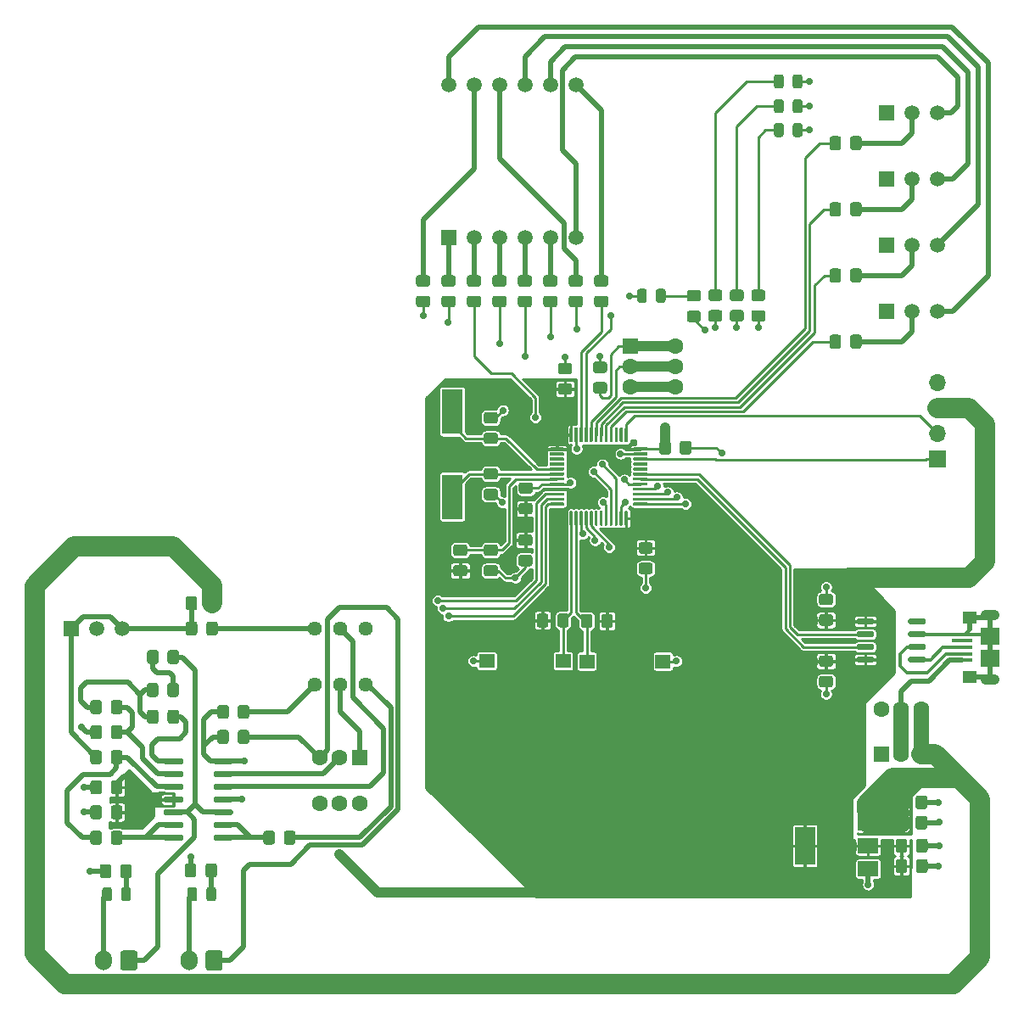
<source format=gtl>
G04 #@! TF.GenerationSoftware,KiCad,Pcbnew,(5.1.10)-1*
G04 #@! TF.CreationDate,2021-08-06T21:51:28+08:00*
G04 #@! TF.ProjectId,digital_thermometer,64696769-7461-46c5-9f74-6865726d6f6d,rev?*
G04 #@! TF.SameCoordinates,Original*
G04 #@! TF.FileFunction,Copper,L1,Top*
G04 #@! TF.FilePolarity,Positive*
%FSLAX45Y45*%
G04 Gerber Fmt 4.5, Leading zero omitted, Abs format (unit mm)*
G04 Created by KiCad (PCBNEW (5.1.10)-1) date 2021-08-06 21:51:28*
%MOMM*%
%LPD*%
G01*
G04 APERTURE LIST*
G04 #@! TA.AperFunction,ComponentPad*
%ADD10C,1.600000*%
G04 #@! TD*
G04 #@! TA.AperFunction,ComponentPad*
%ADD11R,1.600000X1.600000*%
G04 #@! TD*
G04 #@! TA.AperFunction,ComponentPad*
%ADD12O,1.700000X2.000000*%
G04 #@! TD*
G04 #@! TA.AperFunction,SMDPad,CuDef*
%ADD13R,1.500000X1.400000*%
G04 #@! TD*
G04 #@! TA.AperFunction,SMDPad,CuDef*
%ADD14R,2.000000X4.500000*%
G04 #@! TD*
G04 #@! TA.AperFunction,ComponentPad*
%ADD15R,1.500000X1.500000*%
G04 #@! TD*
G04 #@! TA.AperFunction,ComponentPad*
%ADD16C,1.500000*%
G04 #@! TD*
G04 #@! TA.AperFunction,SMDPad,CuDef*
%ADD17R,2.000000X1.500000*%
G04 #@! TD*
G04 #@! TA.AperFunction,SMDPad,CuDef*
%ADD18R,2.000000X3.800000*%
G04 #@! TD*
G04 #@! TA.AperFunction,ComponentPad*
%ADD19C,1.440000*%
G04 #@! TD*
G04 #@! TA.AperFunction,SMDPad,CuDef*
%ADD20R,1.450000X1.150000*%
G04 #@! TD*
G04 #@! TA.AperFunction,ComponentPad*
%ADD21O,1.900000X1.050000*%
G04 #@! TD*
G04 #@! TA.AperFunction,SMDPad,CuDef*
%ADD22R,1.900000X1.750000*%
G04 #@! TD*
G04 #@! TA.AperFunction,SMDPad,CuDef*
%ADD23R,2.000000X0.400000*%
G04 #@! TD*
G04 #@! TA.AperFunction,ComponentPad*
%ADD24O,1.700000X1.700000*%
G04 #@! TD*
G04 #@! TA.AperFunction,ComponentPad*
%ADD25R,1.700000X1.700000*%
G04 #@! TD*
G04 #@! TA.AperFunction,ViaPad*
%ADD26C,0.700000*%
G04 #@! TD*
G04 #@! TA.AperFunction,Conductor*
%ADD27C,0.300000*%
G04 #@! TD*
G04 #@! TA.AperFunction,Conductor*
%ADD28C,0.500000*%
G04 #@! TD*
G04 #@! TA.AperFunction,Conductor*
%ADD29C,0.250000*%
G04 #@! TD*
G04 #@! TA.AperFunction,Conductor*
%ADD30C,2.000000*%
G04 #@! TD*
G04 #@! TA.AperFunction,Conductor*
%ADD31C,1.000000*%
G04 #@! TD*
G04 #@! TA.AperFunction,Conductor*
%ADD32C,1.500000*%
G04 #@! TD*
G04 #@! TA.AperFunction,Conductor*
%ADD33C,0.100000*%
G04 #@! TD*
G04 APERTURE END LIST*
G04 #@! TO.P,R16,2*
G04 #@! TO.N,Net-(D6-Pad2)*
G04 #@! TA.AperFunction,SMDPad,CuDef*
G36*
G01*
X11926000Y-7941500D02*
X11836000Y-7941500D01*
G75*
G02*
X11811000Y-7916500I0J25000D01*
G01*
X11811000Y-7851500D01*
G75*
G02*
X11836000Y-7826500I25000J0D01*
G01*
X11926000Y-7826500D01*
G75*
G02*
X11951000Y-7851500I0J-25000D01*
G01*
X11951000Y-7916500D01*
G75*
G02*
X11926000Y-7941500I-25000J0D01*
G01*
G37*
G04 #@! TD.AperFunction*
G04 #@! TO.P,R16,1*
G04 #@! TO.N,/HOLD*
G04 #@! TA.AperFunction,SMDPad,CuDef*
G36*
G01*
X11926000Y-8146500D02*
X11836000Y-8146500D01*
G75*
G02*
X11811000Y-8121500I0J25000D01*
G01*
X11811000Y-8056500D01*
G75*
G02*
X11836000Y-8031500I25000J0D01*
G01*
X11926000Y-8031500D01*
G75*
G02*
X11951000Y-8056500I0J-25000D01*
G01*
X11951000Y-8121500D01*
G75*
G02*
X11926000Y-8146500I-25000J0D01*
G01*
G37*
G04 #@! TD.AperFunction*
G04 #@! TD*
G04 #@! TO.P,R34,2*
G04 #@! TO.N,Net-(D5-Pad2)*
G04 #@! TA.AperFunction,SMDPad,CuDef*
G36*
G01*
X12569000Y-7937000D02*
X12479000Y-7937000D01*
G75*
G02*
X12454000Y-7912000I0J25000D01*
G01*
X12454000Y-7847000D01*
G75*
G02*
X12479000Y-7822000I25000J0D01*
G01*
X12569000Y-7822000D01*
G75*
G02*
X12594000Y-7847000I0J-25000D01*
G01*
X12594000Y-7912000D01*
G75*
G02*
X12569000Y-7937000I-25000J0D01*
G01*
G37*
G04 #@! TD.AperFunction*
G04 #@! TO.P,R34,1*
G04 #@! TO.N,/K*
G04 #@! TA.AperFunction,SMDPad,CuDef*
G36*
G01*
X12569000Y-8142000D02*
X12479000Y-8142000D01*
G75*
G02*
X12454000Y-8117000I0J25000D01*
G01*
X12454000Y-8052000D01*
G75*
G02*
X12479000Y-8027000I25000J0D01*
G01*
X12569000Y-8027000D01*
G75*
G02*
X12594000Y-8052000I0J-25000D01*
G01*
X12594000Y-8117000D01*
G75*
G02*
X12569000Y-8142000I-25000J0D01*
G01*
G37*
G04 #@! TD.AperFunction*
G04 #@! TD*
G04 #@! TO.P,R33,2*
G04 #@! TO.N,Net-(D4-Pad2)*
G04 #@! TA.AperFunction,SMDPad,CuDef*
G36*
G01*
X12354667Y-7936500D02*
X12264666Y-7936500D01*
G75*
G02*
X12239667Y-7911500I0J25000D01*
G01*
X12239667Y-7846500D01*
G75*
G02*
X12264666Y-7821500I25000J0D01*
G01*
X12354667Y-7821500D01*
G75*
G02*
X12379667Y-7846500I0J-25000D01*
G01*
X12379667Y-7911500D01*
G75*
G02*
X12354667Y-7936500I-25000J0D01*
G01*
G37*
G04 #@! TD.AperFunction*
G04 #@! TO.P,R33,1*
G04 #@! TO.N,/F*
G04 #@! TA.AperFunction,SMDPad,CuDef*
G36*
G01*
X12354667Y-8141500D02*
X12264666Y-8141500D01*
G75*
G02*
X12239667Y-8116500I0J25000D01*
G01*
X12239667Y-8051500D01*
G75*
G02*
X12264666Y-8026500I25000J0D01*
G01*
X12354667Y-8026500D01*
G75*
G02*
X12379667Y-8051500I0J-25000D01*
G01*
X12379667Y-8116500D01*
G75*
G02*
X12354667Y-8141500I-25000J0D01*
G01*
G37*
G04 #@! TD.AperFunction*
G04 #@! TD*
G04 #@! TO.P,R32,2*
G04 #@! TO.N,Net-(D3-Pad2)*
G04 #@! TA.AperFunction,SMDPad,CuDef*
G36*
G01*
X12140333Y-7936500D02*
X12050333Y-7936500D01*
G75*
G02*
X12025333Y-7911500I0J25000D01*
G01*
X12025333Y-7846500D01*
G75*
G02*
X12050333Y-7821500I25000J0D01*
G01*
X12140333Y-7821500D01*
G75*
G02*
X12165333Y-7846500I0J-25000D01*
G01*
X12165333Y-7911500D01*
G75*
G02*
X12140333Y-7936500I-25000J0D01*
G01*
G37*
G04 #@! TD.AperFunction*
G04 #@! TO.P,R32,1*
G04 #@! TO.N,/C*
G04 #@! TA.AperFunction,SMDPad,CuDef*
G36*
G01*
X12140333Y-8141500D02*
X12050333Y-8141500D01*
G75*
G02*
X12025333Y-8116500I0J25000D01*
G01*
X12025333Y-8051500D01*
G75*
G02*
X12050333Y-8026500I25000J0D01*
G01*
X12140333Y-8026500D01*
G75*
G02*
X12165333Y-8051500I0J-25000D01*
G01*
X12165333Y-8116500D01*
G75*
G02*
X12140333Y-8141500I-25000J0D01*
G01*
G37*
G04 #@! TD.AperFunction*
G04 #@! TD*
G04 #@! TO.P,D6,2*
G04 #@! TO.N,Net-(D6-Pad2)*
G04 #@! TA.AperFunction,SMDPad,CuDef*
G36*
G01*
X11502000Y-7929625D02*
X11502000Y-7838375D01*
G75*
G02*
X11526375Y-7814000I24375J0D01*
G01*
X11575125Y-7814000D01*
G75*
G02*
X11599500Y-7838375I0J-24375D01*
G01*
X11599500Y-7929625D01*
G75*
G02*
X11575125Y-7954000I-24375J0D01*
G01*
X11526375Y-7954000D01*
G75*
G02*
X11502000Y-7929625I0J24375D01*
G01*
G37*
G04 #@! TD.AperFunction*
G04 #@! TO.P,D6,1*
G04 #@! TO.N,GND*
G04 #@! TA.AperFunction,SMDPad,CuDef*
G36*
G01*
X11314500Y-7929625D02*
X11314500Y-7838375D01*
G75*
G02*
X11338875Y-7814000I24375J0D01*
G01*
X11387625Y-7814000D01*
G75*
G02*
X11412000Y-7838375I0J-24375D01*
G01*
X11412000Y-7929625D01*
G75*
G02*
X11387625Y-7954000I-24375J0D01*
G01*
X11338875Y-7954000D01*
G75*
G02*
X11314500Y-7929625I0J24375D01*
G01*
G37*
G04 #@! TD.AperFunction*
G04 #@! TD*
G04 #@! TO.P,D5,2*
G04 #@! TO.N,Net-(D5-Pad2)*
G04 #@! TA.AperFunction,SMDPad,CuDef*
G36*
G01*
X12777750Y-6184375D02*
X12777750Y-6275625D01*
G75*
G02*
X12753375Y-6300000I-24375J0D01*
G01*
X12704625Y-6300000D01*
G75*
G02*
X12680250Y-6275625I0J24375D01*
G01*
X12680250Y-6184375D01*
G75*
G02*
X12704625Y-6160000I24375J0D01*
G01*
X12753375Y-6160000D01*
G75*
G02*
X12777750Y-6184375I0J-24375D01*
G01*
G37*
G04 #@! TD.AperFunction*
G04 #@! TO.P,D5,1*
G04 #@! TO.N,GND*
G04 #@! TA.AperFunction,SMDPad,CuDef*
G36*
G01*
X12965250Y-6184375D02*
X12965250Y-6275625D01*
G75*
G02*
X12940875Y-6300000I-24375J0D01*
G01*
X12892125Y-6300000D01*
G75*
G02*
X12867750Y-6275625I0J24375D01*
G01*
X12867750Y-6184375D01*
G75*
G02*
X12892125Y-6160000I24375J0D01*
G01*
X12940875Y-6160000D01*
G75*
G02*
X12965250Y-6184375I0J-24375D01*
G01*
G37*
G04 #@! TD.AperFunction*
G04 #@! TD*
G04 #@! TO.P,D4,2*
G04 #@! TO.N,Net-(D4-Pad2)*
G04 #@! TA.AperFunction,SMDPad,CuDef*
G36*
G01*
X12777750Y-5946375D02*
X12777750Y-6037625D01*
G75*
G02*
X12753375Y-6062000I-24375J0D01*
G01*
X12704625Y-6062000D01*
G75*
G02*
X12680250Y-6037625I0J24375D01*
G01*
X12680250Y-5946375D01*
G75*
G02*
X12704625Y-5922000I24375J0D01*
G01*
X12753375Y-5922000D01*
G75*
G02*
X12777750Y-5946375I0J-24375D01*
G01*
G37*
G04 #@! TD.AperFunction*
G04 #@! TO.P,D4,1*
G04 #@! TO.N,GND*
G04 #@! TA.AperFunction,SMDPad,CuDef*
G36*
G01*
X12965250Y-5946375D02*
X12965250Y-6037625D01*
G75*
G02*
X12940875Y-6062000I-24375J0D01*
G01*
X12892125Y-6062000D01*
G75*
G02*
X12867750Y-6037625I0J24375D01*
G01*
X12867750Y-5946375D01*
G75*
G02*
X12892125Y-5922000I24375J0D01*
G01*
X12940875Y-5922000D01*
G75*
G02*
X12965250Y-5946375I0J-24375D01*
G01*
G37*
G04 #@! TD.AperFunction*
G04 #@! TD*
G04 #@! TO.P,D3,2*
G04 #@! TO.N,Net-(D3-Pad2)*
G04 #@! TA.AperFunction,SMDPad,CuDef*
G36*
G01*
X12777750Y-5699375D02*
X12777750Y-5790625D01*
G75*
G02*
X12753375Y-5815000I-24375J0D01*
G01*
X12704625Y-5815000D01*
G75*
G02*
X12680250Y-5790625I0J24375D01*
G01*
X12680250Y-5699375D01*
G75*
G02*
X12704625Y-5675000I24375J0D01*
G01*
X12753375Y-5675000D01*
G75*
G02*
X12777750Y-5699375I0J-24375D01*
G01*
G37*
G04 #@! TD.AperFunction*
G04 #@! TO.P,D3,1*
G04 #@! TO.N,GND*
G04 #@! TA.AperFunction,SMDPad,CuDef*
G36*
G01*
X12965250Y-5699375D02*
X12965250Y-5790625D01*
G75*
G02*
X12940875Y-5815000I-24375J0D01*
G01*
X12892125Y-5815000D01*
G75*
G02*
X12867750Y-5790625I0J24375D01*
G01*
X12867750Y-5699375D01*
G75*
G02*
X12892125Y-5675000I24375J0D01*
G01*
X12940875Y-5675000D01*
G75*
G02*
X12965250Y-5699375I0J-24375D01*
G01*
G37*
G04 #@! TD.AperFunction*
G04 #@! TD*
G04 #@! TO.P,R31,2*
G04 #@! TO.N,Net-(D2-Pad2)*
G04 #@! TA.AperFunction,SMDPad,CuDef*
G36*
G01*
X7006500Y-13664000D02*
X7006500Y-13574000D01*
G75*
G02*
X7031500Y-13549000I25000J0D01*
G01*
X7096500Y-13549000D01*
G75*
G02*
X7121500Y-13574000I0J-25000D01*
G01*
X7121500Y-13664000D01*
G75*
G02*
X7096500Y-13689000I-25000J0D01*
G01*
X7031500Y-13689000D01*
G75*
G02*
X7006500Y-13664000I0J25000D01*
G01*
G37*
G04 #@! TD.AperFunction*
G04 #@! TO.P,R31,1*
G04 #@! TO.N,/NTC_IN*
G04 #@! TA.AperFunction,SMDPad,CuDef*
G36*
G01*
X6801500Y-13664000D02*
X6801500Y-13574000D01*
G75*
G02*
X6826500Y-13549000I25000J0D01*
G01*
X6891500Y-13549000D01*
G75*
G02*
X6916500Y-13574000I0J-25000D01*
G01*
X6916500Y-13664000D01*
G75*
G02*
X6891500Y-13689000I-25000J0D01*
G01*
X6826500Y-13689000D01*
G75*
G02*
X6801500Y-13664000I0J25000D01*
G01*
G37*
G04 #@! TD.AperFunction*
G04 #@! TD*
G04 #@! TO.P,R30,2*
G04 #@! TO.N,Net-(D1-Pad2)*
G04 #@! TA.AperFunction,SMDPad,CuDef*
G36*
G01*
X6156500Y-13671000D02*
X6156500Y-13581000D01*
G75*
G02*
X6181500Y-13556000I25000J0D01*
G01*
X6246500Y-13556000D01*
G75*
G02*
X6271500Y-13581000I0J-25000D01*
G01*
X6271500Y-13671000D01*
G75*
G02*
X6246500Y-13696000I-25000J0D01*
G01*
X6181500Y-13696000D01*
G75*
G02*
X6156500Y-13671000I0J25000D01*
G01*
G37*
G04 #@! TD.AperFunction*
G04 #@! TO.P,R30,1*
G04 #@! TO.N,/S9013_IN*
G04 #@! TA.AperFunction,SMDPad,CuDef*
G36*
G01*
X5951500Y-13671000D02*
X5951500Y-13581000D01*
G75*
G02*
X5976500Y-13556000I25000J0D01*
G01*
X6041500Y-13556000D01*
G75*
G02*
X6066500Y-13581000I0J-25000D01*
G01*
X6066500Y-13671000D01*
G75*
G02*
X6041500Y-13696000I-25000J0D01*
G01*
X5976500Y-13696000D01*
G75*
G02*
X5951500Y-13671000I0J25000D01*
G01*
G37*
G04 #@! TD.AperFunction*
G04 #@! TD*
G04 #@! TO.P,D2,2*
G04 #@! TO.N,Net-(D2-Pad2)*
G04 #@! TA.AperFunction,SMDPad,CuDef*
G36*
G01*
X7015000Y-13901625D02*
X7015000Y-13810375D01*
G75*
G02*
X7039375Y-13786000I24375J0D01*
G01*
X7088125Y-13786000D01*
G75*
G02*
X7112500Y-13810375I0J-24375D01*
G01*
X7112500Y-13901625D01*
G75*
G02*
X7088125Y-13926000I-24375J0D01*
G01*
X7039375Y-13926000D01*
G75*
G02*
X7015000Y-13901625I0J24375D01*
G01*
G37*
G04 #@! TD.AperFunction*
G04 #@! TO.P,D2,1*
G04 #@! TO.N,GND*
G04 #@! TA.AperFunction,SMDPad,CuDef*
G36*
G01*
X6827500Y-13901625D02*
X6827500Y-13810375D01*
G75*
G02*
X6851875Y-13786000I24375J0D01*
G01*
X6900625Y-13786000D01*
G75*
G02*
X6925000Y-13810375I0J-24375D01*
G01*
X6925000Y-13901625D01*
G75*
G02*
X6900625Y-13926000I-24375J0D01*
G01*
X6851875Y-13926000D01*
G75*
G02*
X6827500Y-13901625I0J24375D01*
G01*
G37*
G04 #@! TD.AperFunction*
G04 #@! TD*
G04 #@! TO.P,D1,2*
G04 #@! TO.N,Net-(D1-Pad2)*
G04 #@! TA.AperFunction,SMDPad,CuDef*
G36*
G01*
X6164000Y-13901625D02*
X6164000Y-13810375D01*
G75*
G02*
X6188375Y-13786000I24375J0D01*
G01*
X6237125Y-13786000D01*
G75*
G02*
X6261500Y-13810375I0J-24375D01*
G01*
X6261500Y-13901625D01*
G75*
G02*
X6237125Y-13926000I-24375J0D01*
G01*
X6188375Y-13926000D01*
G75*
G02*
X6164000Y-13901625I0J24375D01*
G01*
G37*
G04 #@! TD.AperFunction*
G04 #@! TO.P,D1,1*
G04 #@! TO.N,GND*
G04 #@! TA.AperFunction,SMDPad,CuDef*
G36*
G01*
X5976500Y-13901625D02*
X5976500Y-13810375D01*
G75*
G02*
X6000875Y-13786000I24375J0D01*
G01*
X6049625Y-13786000D01*
G75*
G02*
X6074000Y-13810375I0J-24375D01*
G01*
X6074000Y-13901625D01*
G75*
G02*
X6049625Y-13926000I-24375J0D01*
G01*
X6000875Y-13926000D01*
G75*
G02*
X5976500Y-13901625I0J24375D01*
G01*
G37*
G04 #@! TD.AperFunction*
G04 #@! TD*
D10*
G04 #@! TO.P,SW5,6*
G04 #@! TO.N,/S9013_IN*
X8545000Y-12946000D03*
G04 #@! TO.P,SW5,3*
G04 #@! TO.N,/NTC*
X8145000Y-12496000D03*
G04 #@! TO.P,SW5,5*
G04 #@! TO.N,VDD*
X8345000Y-12946000D03*
G04 #@! TO.P,SW5,2*
G04 #@! TO.N,/SWITCH*
X8345000Y-12496000D03*
G04 #@! TO.P,SW5,4*
G04 #@! TO.N,/NTC_IN*
X8145000Y-12946000D03*
D11*
G04 #@! TO.P,SW5,1*
G04 #@! TO.N,/S9013*
X8545000Y-12496000D03*
G04 #@! TD*
D10*
G04 #@! TO.P,SW4,6*
G04 #@! TO.N,Net-(R19-Pad1)*
X11695000Y-8390000D03*
G04 #@! TO.P,SW4,3*
G04 #@! TO.N,VDD*
X11245000Y-8790000D03*
G04 #@! TO.P,SW4,5*
G04 #@! TO.N,Net-(SW4-Pad2)*
X11695000Y-8590000D03*
G04 #@! TO.P,SW4,2*
X11245000Y-8590000D03*
G04 #@! TO.P,SW4,4*
G04 #@! TO.N,VDD*
X11695000Y-8790000D03*
D11*
G04 #@! TO.P,SW4,1*
G04 #@! TO.N,Net-(R19-Pad1)*
X11245000Y-8390000D03*
G04 #@! TD*
G04 #@! TO.P,R28,2*
G04 #@! TO.N,/VREF2.5V*
G04 #@! TA.AperFunction,SMDPad,CuDef*
G36*
G01*
X6925500Y-11160000D02*
X6925500Y-11250000D01*
G75*
G02*
X6900500Y-11275000I-25000J0D01*
G01*
X6835500Y-11275000D01*
G75*
G02*
X6810500Y-11250000I0J25000D01*
G01*
X6810500Y-11160000D01*
G75*
G02*
X6835500Y-11135000I25000J0D01*
G01*
X6900500Y-11135000D01*
G75*
G02*
X6925500Y-11160000I0J-25000D01*
G01*
G37*
G04 #@! TD.AperFunction*
G04 #@! TO.P,R28,1*
G04 #@! TO.N,Net-(R28-Pad1)*
G04 #@! TA.AperFunction,SMDPad,CuDef*
G36*
G01*
X7130500Y-11160000D02*
X7130500Y-11250000D01*
G75*
G02*
X7105500Y-11275000I-25000J0D01*
G01*
X7040500Y-11275000D01*
G75*
G02*
X7015500Y-11250000I0J25000D01*
G01*
X7015500Y-11160000D01*
G75*
G02*
X7040500Y-11135000I25000J0D01*
G01*
X7105500Y-11135000D01*
G75*
G02*
X7130500Y-11160000I0J-25000D01*
G01*
G37*
G04 #@! TD.AperFunction*
G04 #@! TD*
D12*
G04 #@! TO.P,J3,2*
G04 #@! TO.N,GND*
X6844000Y-14518000D03*
G04 #@! TO.P,J3,1*
G04 #@! TO.N,/NTC*
G04 #@! TA.AperFunction,ComponentPad*
G36*
G01*
X7179000Y-14443000D02*
X7179000Y-14593000D01*
G75*
G02*
X7154000Y-14618000I-25000J0D01*
G01*
X7034000Y-14618000D01*
G75*
G02*
X7009000Y-14593000I0J25000D01*
G01*
X7009000Y-14443000D01*
G75*
G02*
X7034000Y-14418000I25000J0D01*
G01*
X7154000Y-14418000D01*
G75*
G02*
X7179000Y-14443000I0J-25000D01*
G01*
G37*
G04 #@! TD.AperFunction*
G04 #@! TD*
D13*
G04 #@! TO.P,SW2,2*
G04 #@! TO.N,/KEY2*
X10813000Y-11532000D03*
G04 #@! TO.P,SW2,1*
G04 #@! TO.N,GND*
X11573000Y-11532000D03*
G04 #@! TD*
G04 #@! TO.P,SW1,2*
G04 #@! TO.N,/KEY1*
X10575000Y-11530000D03*
G04 #@! TO.P,SW1,1*
G04 #@! TO.N,GND*
X9815000Y-11530000D03*
G04 #@! TD*
G04 #@! TO.P,R14,2*
G04 #@! TO.N,VDD*
G04 #@! TA.AperFunction,SMDPad,CuDef*
G36*
G01*
X10957500Y-11174000D02*
X10957500Y-11084000D01*
G75*
G02*
X10982500Y-11059000I25000J0D01*
G01*
X11047500Y-11059000D01*
G75*
G02*
X11072500Y-11084000I0J-25000D01*
G01*
X11072500Y-11174000D01*
G75*
G02*
X11047500Y-11199000I-25000J0D01*
G01*
X10982500Y-11199000D01*
G75*
G02*
X10957500Y-11174000I0J25000D01*
G01*
G37*
G04 #@! TD.AperFunction*
G04 #@! TO.P,R14,1*
G04 #@! TO.N,/KEY2*
G04 #@! TA.AperFunction,SMDPad,CuDef*
G36*
G01*
X10752500Y-11174000D02*
X10752500Y-11084000D01*
G75*
G02*
X10777500Y-11059000I25000J0D01*
G01*
X10842500Y-11059000D01*
G75*
G02*
X10867500Y-11084000I0J-25000D01*
G01*
X10867500Y-11174000D01*
G75*
G02*
X10842500Y-11199000I-25000J0D01*
G01*
X10777500Y-11199000D01*
G75*
G02*
X10752500Y-11174000I0J25000D01*
G01*
G37*
G04 #@! TD.AperFunction*
G04 #@! TD*
G04 #@! TO.P,R13,2*
G04 #@! TO.N,VDD*
G04 #@! TA.AperFunction,SMDPad,CuDef*
G36*
G01*
X10428500Y-11079000D02*
X10428500Y-11169000D01*
G75*
G02*
X10403500Y-11194000I-25000J0D01*
G01*
X10338500Y-11194000D01*
G75*
G02*
X10313500Y-11169000I0J25000D01*
G01*
X10313500Y-11079000D01*
G75*
G02*
X10338500Y-11054000I25000J0D01*
G01*
X10403500Y-11054000D01*
G75*
G02*
X10428500Y-11079000I0J-25000D01*
G01*
G37*
G04 #@! TD.AperFunction*
G04 #@! TO.P,R13,1*
G04 #@! TO.N,/KEY1*
G04 #@! TA.AperFunction,SMDPad,CuDef*
G36*
G01*
X10633500Y-11079000D02*
X10633500Y-11169000D01*
G75*
G02*
X10608500Y-11194000I-25000J0D01*
G01*
X10543500Y-11194000D01*
G75*
G02*
X10518500Y-11169000I0J25000D01*
G01*
X10518500Y-11079000D01*
G75*
G02*
X10543500Y-11054000I25000J0D01*
G01*
X10608500Y-11054000D01*
G75*
G02*
X10633500Y-11079000I0J-25000D01*
G01*
G37*
G04 #@! TD.AperFunction*
G04 #@! TD*
D14*
G04 #@! TO.P,Y1,2*
G04 #@! TO.N,Net-(C8-Pad1)*
X9470000Y-9890000D03*
G04 #@! TO.P,Y1,1*
G04 #@! TO.N,Net-(C7-Pad1)*
X9470000Y-9040000D03*
G04 #@! TD*
G04 #@! TO.P,U2,48*
G04 #@! TO.N,VDD*
G04 #@! TA.AperFunction,SMDPad,CuDef*
G36*
G01*
X10640850Y-9337800D02*
X10640850Y-9205300D01*
G75*
G02*
X10648350Y-9197800I7500J0D01*
G01*
X10663350Y-9197800D01*
G75*
G02*
X10670850Y-9205300I0J-7500D01*
G01*
X10670850Y-9337800D01*
G75*
G02*
X10663350Y-9345300I-7500J0D01*
G01*
X10648350Y-9345300D01*
G75*
G02*
X10640850Y-9337800I0J7500D01*
G01*
G37*
G04 #@! TD.AperFunction*
G04 #@! TO.P,U2,47*
G04 #@! TO.N,GND*
G04 #@! TA.AperFunction,SMDPad,CuDef*
G36*
G01*
X10690850Y-9337800D02*
X10690850Y-9205300D01*
G75*
G02*
X10698350Y-9197800I7500J0D01*
G01*
X10713350Y-9197800D01*
G75*
G02*
X10720850Y-9205300I0J-7500D01*
G01*
X10720850Y-9337800D01*
G75*
G02*
X10713350Y-9345300I-7500J0D01*
G01*
X10698350Y-9345300D01*
G75*
G02*
X10690850Y-9337800I0J7500D01*
G01*
G37*
G04 #@! TD.AperFunction*
G04 #@! TO.P,U2,46*
G04 #@! TO.N,/LED_B*
G04 #@! TA.AperFunction,SMDPad,CuDef*
G36*
G01*
X10740850Y-9337800D02*
X10740850Y-9205300D01*
G75*
G02*
X10748350Y-9197800I7500J0D01*
G01*
X10763350Y-9197800D01*
G75*
G02*
X10770850Y-9205300I0J-7500D01*
G01*
X10770850Y-9337800D01*
G75*
G02*
X10763350Y-9345300I-7500J0D01*
G01*
X10748350Y-9345300D01*
G75*
G02*
X10740850Y-9337800I0J7500D01*
G01*
G37*
G04 #@! TD.AperFunction*
G04 #@! TO.P,U2,45*
G04 #@! TO.N,/LED_A*
G04 #@! TA.AperFunction,SMDPad,CuDef*
G36*
G01*
X10790850Y-9337800D02*
X10790850Y-9205300D01*
G75*
G02*
X10798350Y-9197800I7500J0D01*
G01*
X10813350Y-9197800D01*
G75*
G02*
X10820850Y-9205300I0J-7500D01*
G01*
X10820850Y-9337800D01*
G75*
G02*
X10813350Y-9345300I-7500J0D01*
G01*
X10798350Y-9345300D01*
G75*
G02*
X10790850Y-9337800I0J7500D01*
G01*
G37*
G04 #@! TD.AperFunction*
G04 #@! TO.P,U2,44*
G04 #@! TO.N,Net-(SW4-Pad2)*
G04 #@! TA.AperFunction,SMDPad,CuDef*
G36*
G01*
X10840850Y-9337800D02*
X10840850Y-9205300D01*
G75*
G02*
X10848350Y-9197800I7500J0D01*
G01*
X10863350Y-9197800D01*
G75*
G02*
X10870850Y-9205300I0J-7500D01*
G01*
X10870850Y-9337800D01*
G75*
G02*
X10863350Y-9345300I-7500J0D01*
G01*
X10848350Y-9345300D01*
G75*
G02*
X10840850Y-9337800I0J7500D01*
G01*
G37*
G04 #@! TD.AperFunction*
G04 #@! TO.P,U2,43*
G04 #@! TO.N,/LED_CC4*
G04 #@! TA.AperFunction,SMDPad,CuDef*
G36*
G01*
X10890850Y-9337800D02*
X10890850Y-9205300D01*
G75*
G02*
X10898350Y-9197800I7500J0D01*
G01*
X10913350Y-9197800D01*
G75*
G02*
X10920850Y-9205300I0J-7500D01*
G01*
X10920850Y-9337800D01*
G75*
G02*
X10913350Y-9345300I-7500J0D01*
G01*
X10898350Y-9345300D01*
G75*
G02*
X10890850Y-9337800I0J7500D01*
G01*
G37*
G04 #@! TD.AperFunction*
G04 #@! TO.P,U2,42*
G04 #@! TO.N,/LED_CC3*
G04 #@! TA.AperFunction,SMDPad,CuDef*
G36*
G01*
X10940850Y-9337800D02*
X10940850Y-9205300D01*
G75*
G02*
X10948350Y-9197800I7500J0D01*
G01*
X10963350Y-9197800D01*
G75*
G02*
X10970850Y-9205300I0J-7500D01*
G01*
X10970850Y-9337800D01*
G75*
G02*
X10963350Y-9345300I-7500J0D01*
G01*
X10948350Y-9345300D01*
G75*
G02*
X10940850Y-9337800I0J7500D01*
G01*
G37*
G04 #@! TD.AperFunction*
G04 #@! TO.P,U2,41*
G04 #@! TO.N,/LED_CC2*
G04 #@! TA.AperFunction,SMDPad,CuDef*
G36*
G01*
X10990850Y-9337800D02*
X10990850Y-9205300D01*
G75*
G02*
X10998350Y-9197800I7500J0D01*
G01*
X11013350Y-9197800D01*
G75*
G02*
X11020850Y-9205300I0J-7500D01*
G01*
X11020850Y-9337800D01*
G75*
G02*
X11013350Y-9345300I-7500J0D01*
G01*
X10998350Y-9345300D01*
G75*
G02*
X10990850Y-9337800I0J7500D01*
G01*
G37*
G04 #@! TD.AperFunction*
G04 #@! TO.P,U2,40*
G04 #@! TO.N,/LED_CC1*
G04 #@! TA.AperFunction,SMDPad,CuDef*
G36*
G01*
X11040850Y-9337800D02*
X11040850Y-9205300D01*
G75*
G02*
X11048350Y-9197800I7500J0D01*
G01*
X11063350Y-9197800D01*
G75*
G02*
X11070850Y-9205300I0J-7500D01*
G01*
X11070850Y-9337800D01*
G75*
G02*
X11063350Y-9345300I-7500J0D01*
G01*
X11048350Y-9345300D01*
G75*
G02*
X11040850Y-9337800I0J7500D01*
G01*
G37*
G04 #@! TD.AperFunction*
G04 #@! TO.P,U2,39*
G04 #@! TO.N,Net-(U2-Pad39)*
G04 #@! TA.AperFunction,SMDPad,CuDef*
G36*
G01*
X11090850Y-9337800D02*
X11090850Y-9205300D01*
G75*
G02*
X11098350Y-9197800I7500J0D01*
G01*
X11113350Y-9197800D01*
G75*
G02*
X11120850Y-9205300I0J-7500D01*
G01*
X11120850Y-9337800D01*
G75*
G02*
X11113350Y-9345300I-7500J0D01*
G01*
X11098350Y-9345300D01*
G75*
G02*
X11090850Y-9337800I0J7500D01*
G01*
G37*
G04 #@! TD.AperFunction*
G04 #@! TO.P,U2,38*
G04 #@! TO.N,Net-(U2-Pad38)*
G04 #@! TA.AperFunction,SMDPad,CuDef*
G36*
G01*
X11140850Y-9337800D02*
X11140850Y-9205300D01*
G75*
G02*
X11148350Y-9197800I7500J0D01*
G01*
X11163350Y-9197800D01*
G75*
G02*
X11170850Y-9205300I0J-7500D01*
G01*
X11170850Y-9337800D01*
G75*
G02*
X11163350Y-9345300I-7500J0D01*
G01*
X11148350Y-9345300D01*
G75*
G02*
X11140850Y-9337800I0J7500D01*
G01*
G37*
G04 #@! TD.AperFunction*
G04 #@! TO.P,U2,37*
G04 #@! TO.N,/SWCLK*
G04 #@! TA.AperFunction,SMDPad,CuDef*
G36*
G01*
X11190850Y-9337800D02*
X11190850Y-9205300D01*
G75*
G02*
X11198350Y-9197800I7500J0D01*
G01*
X11213350Y-9197800D01*
G75*
G02*
X11220850Y-9205300I0J-7500D01*
G01*
X11220850Y-9337800D01*
G75*
G02*
X11213350Y-9345300I-7500J0D01*
G01*
X11198350Y-9345300D01*
G75*
G02*
X11190850Y-9337800I0J7500D01*
G01*
G37*
G04 #@! TD.AperFunction*
G04 #@! TO.P,U2,36*
G04 #@! TO.N,VDD*
G04 #@! TA.AperFunction,SMDPad,CuDef*
G36*
G01*
X11273350Y-9420300D02*
X11273350Y-9405300D01*
G75*
G02*
X11280850Y-9397800I7500J0D01*
G01*
X11413350Y-9397800D01*
G75*
G02*
X11420850Y-9405300I0J-7500D01*
G01*
X11420850Y-9420300D01*
G75*
G02*
X11413350Y-9427800I-7500J0D01*
G01*
X11280850Y-9427800D01*
G75*
G02*
X11273350Y-9420300I0J7500D01*
G01*
G37*
G04 #@! TD.AperFunction*
G04 #@! TO.P,U2,35*
G04 #@! TO.N,GND*
G04 #@! TA.AperFunction,SMDPad,CuDef*
G36*
G01*
X11273350Y-9470300D02*
X11273350Y-9455300D01*
G75*
G02*
X11280850Y-9447800I7500J0D01*
G01*
X11413350Y-9447800D01*
G75*
G02*
X11420850Y-9455300I0J-7500D01*
G01*
X11420850Y-9470300D01*
G75*
G02*
X11413350Y-9477800I-7500J0D01*
G01*
X11280850Y-9477800D01*
G75*
G02*
X11273350Y-9470300I0J7500D01*
G01*
G37*
G04 #@! TD.AperFunction*
G04 #@! TO.P,U2,34*
G04 #@! TO.N,/SWDIO*
G04 #@! TA.AperFunction,SMDPad,CuDef*
G36*
G01*
X11273350Y-9520300D02*
X11273350Y-9505300D01*
G75*
G02*
X11280850Y-9497800I7500J0D01*
G01*
X11413350Y-9497800D01*
G75*
G02*
X11420850Y-9505300I0J-7500D01*
G01*
X11420850Y-9520300D01*
G75*
G02*
X11413350Y-9527800I-7500J0D01*
G01*
X11280850Y-9527800D01*
G75*
G02*
X11273350Y-9520300I0J7500D01*
G01*
G37*
G04 #@! TD.AperFunction*
G04 #@! TO.P,U2,33*
G04 #@! TO.N,Net-(U2-Pad33)*
G04 #@! TA.AperFunction,SMDPad,CuDef*
G36*
G01*
X11273350Y-9570300D02*
X11273350Y-9555300D01*
G75*
G02*
X11280850Y-9547800I7500J0D01*
G01*
X11413350Y-9547800D01*
G75*
G02*
X11420850Y-9555300I0J-7500D01*
G01*
X11420850Y-9570300D01*
G75*
G02*
X11413350Y-9577800I-7500J0D01*
G01*
X11280850Y-9577800D01*
G75*
G02*
X11273350Y-9570300I0J7500D01*
G01*
G37*
G04 #@! TD.AperFunction*
G04 #@! TO.P,U2,32*
G04 #@! TO.N,Net-(U2-Pad32)*
G04 #@! TA.AperFunction,SMDPad,CuDef*
G36*
G01*
X11273350Y-9620300D02*
X11273350Y-9605300D01*
G75*
G02*
X11280850Y-9597800I7500J0D01*
G01*
X11413350Y-9597800D01*
G75*
G02*
X11420850Y-9605300I0J-7500D01*
G01*
X11420850Y-9620300D01*
G75*
G02*
X11413350Y-9627800I-7500J0D01*
G01*
X11280850Y-9627800D01*
G75*
G02*
X11273350Y-9620300I0J7500D01*
G01*
G37*
G04 #@! TD.AperFunction*
G04 #@! TO.P,U2,31*
G04 #@! TO.N,/UART_RX*
G04 #@! TA.AperFunction,SMDPad,CuDef*
G36*
G01*
X11273350Y-9670300D02*
X11273350Y-9655300D01*
G75*
G02*
X11280850Y-9647800I7500J0D01*
G01*
X11413350Y-9647800D01*
G75*
G02*
X11420850Y-9655300I0J-7500D01*
G01*
X11420850Y-9670300D01*
G75*
G02*
X11413350Y-9677800I-7500J0D01*
G01*
X11280850Y-9677800D01*
G75*
G02*
X11273350Y-9670300I0J7500D01*
G01*
G37*
G04 #@! TD.AperFunction*
G04 #@! TO.P,U2,30*
G04 #@! TO.N,/UART_TX*
G04 #@! TA.AperFunction,SMDPad,CuDef*
G36*
G01*
X11273350Y-9720300D02*
X11273350Y-9705300D01*
G75*
G02*
X11280850Y-9697800I7500J0D01*
G01*
X11413350Y-9697800D01*
G75*
G02*
X11420850Y-9705300I0J-7500D01*
G01*
X11420850Y-9720300D01*
G75*
G02*
X11413350Y-9727800I-7500J0D01*
G01*
X11280850Y-9727800D01*
G75*
G02*
X11273350Y-9720300I0J7500D01*
G01*
G37*
G04 #@! TD.AperFunction*
G04 #@! TO.P,U2,29*
G04 #@! TO.N,/HOLD*
G04 #@! TA.AperFunction,SMDPad,CuDef*
G36*
G01*
X11273350Y-9770300D02*
X11273350Y-9755300D01*
G75*
G02*
X11280850Y-9747800I7500J0D01*
G01*
X11413350Y-9747800D01*
G75*
G02*
X11420850Y-9755300I0J-7500D01*
G01*
X11420850Y-9770300D01*
G75*
G02*
X11413350Y-9777800I-7500J0D01*
G01*
X11280850Y-9777800D01*
G75*
G02*
X11273350Y-9770300I0J7500D01*
G01*
G37*
G04 #@! TD.AperFunction*
G04 #@! TO.P,U2,28*
G04 #@! TO.N,/LED_DP*
G04 #@! TA.AperFunction,SMDPad,CuDef*
G36*
G01*
X11273350Y-9820300D02*
X11273350Y-9805300D01*
G75*
G02*
X11280850Y-9797800I7500J0D01*
G01*
X11413350Y-9797800D01*
G75*
G02*
X11420850Y-9805300I0J-7500D01*
G01*
X11420850Y-9820300D01*
G75*
G02*
X11413350Y-9827800I-7500J0D01*
G01*
X11280850Y-9827800D01*
G75*
G02*
X11273350Y-9820300I0J7500D01*
G01*
G37*
G04 #@! TD.AperFunction*
G04 #@! TO.P,U2,27*
G04 #@! TO.N,/LED_G*
G04 #@! TA.AperFunction,SMDPad,CuDef*
G36*
G01*
X11273350Y-9870300D02*
X11273350Y-9855300D01*
G75*
G02*
X11280850Y-9847800I7500J0D01*
G01*
X11413350Y-9847800D01*
G75*
G02*
X11420850Y-9855300I0J-7500D01*
G01*
X11420850Y-9870300D01*
G75*
G02*
X11413350Y-9877800I-7500J0D01*
G01*
X11280850Y-9877800D01*
G75*
G02*
X11273350Y-9870300I0J7500D01*
G01*
G37*
G04 #@! TD.AperFunction*
G04 #@! TO.P,U2,26*
G04 #@! TO.N,/LED_F*
G04 #@! TA.AperFunction,SMDPad,CuDef*
G36*
G01*
X11273350Y-9920300D02*
X11273350Y-9905300D01*
G75*
G02*
X11280850Y-9897800I7500J0D01*
G01*
X11413350Y-9897800D01*
G75*
G02*
X11420850Y-9905300I0J-7500D01*
G01*
X11420850Y-9920300D01*
G75*
G02*
X11413350Y-9927800I-7500J0D01*
G01*
X11280850Y-9927800D01*
G75*
G02*
X11273350Y-9920300I0J7500D01*
G01*
G37*
G04 #@! TD.AperFunction*
G04 #@! TO.P,U2,25*
G04 #@! TO.N,/LED_E*
G04 #@! TA.AperFunction,SMDPad,CuDef*
G36*
G01*
X11273350Y-9970300D02*
X11273350Y-9955300D01*
G75*
G02*
X11280850Y-9947800I7500J0D01*
G01*
X11413350Y-9947800D01*
G75*
G02*
X11420850Y-9955300I0J-7500D01*
G01*
X11420850Y-9970300D01*
G75*
G02*
X11413350Y-9977800I-7500J0D01*
G01*
X11280850Y-9977800D01*
G75*
G02*
X11273350Y-9970300I0J7500D01*
G01*
G37*
G04 #@! TD.AperFunction*
G04 #@! TO.P,U2,24*
G04 #@! TO.N,VDD*
G04 #@! TA.AperFunction,SMDPad,CuDef*
G36*
G01*
X11190850Y-10170300D02*
X11190850Y-10037800D01*
G75*
G02*
X11198350Y-10030300I7500J0D01*
G01*
X11213350Y-10030300D01*
G75*
G02*
X11220850Y-10037800I0J-7500D01*
G01*
X11220850Y-10170300D01*
G75*
G02*
X11213350Y-10177800I-7500J0D01*
G01*
X11198350Y-10177800D01*
G75*
G02*
X11190850Y-10170300I0J7500D01*
G01*
G37*
G04 #@! TD.AperFunction*
G04 #@! TO.P,U2,23*
G04 #@! TO.N,GND*
G04 #@! TA.AperFunction,SMDPad,CuDef*
G36*
G01*
X11140850Y-10170300D02*
X11140850Y-10037800D01*
G75*
G02*
X11148350Y-10030300I7500J0D01*
G01*
X11163350Y-10030300D01*
G75*
G02*
X11170850Y-10037800I0J-7500D01*
G01*
X11170850Y-10170300D01*
G75*
G02*
X11163350Y-10177800I-7500J0D01*
G01*
X11148350Y-10177800D01*
G75*
G02*
X11140850Y-10170300I0J7500D01*
G01*
G37*
G04 #@! TD.AperFunction*
G04 #@! TO.P,U2,22*
G04 #@! TO.N,/LED_D*
G04 #@! TA.AperFunction,SMDPad,CuDef*
G36*
G01*
X11090850Y-10170300D02*
X11090850Y-10037800D01*
G75*
G02*
X11098350Y-10030300I7500J0D01*
G01*
X11113350Y-10030300D01*
G75*
G02*
X11120850Y-10037800I0J-7500D01*
G01*
X11120850Y-10170300D01*
G75*
G02*
X11113350Y-10177800I-7500J0D01*
G01*
X11098350Y-10177800D01*
G75*
G02*
X11090850Y-10170300I0J7500D01*
G01*
G37*
G04 #@! TD.AperFunction*
G04 #@! TO.P,U2,21*
G04 #@! TO.N,/LED_C*
G04 #@! TA.AperFunction,SMDPad,CuDef*
G36*
G01*
X11040850Y-10170300D02*
X11040850Y-10037800D01*
G75*
G02*
X11048350Y-10030300I7500J0D01*
G01*
X11063350Y-10030300D01*
G75*
G02*
X11070850Y-10037800I0J-7500D01*
G01*
X11070850Y-10170300D01*
G75*
G02*
X11063350Y-10177800I-7500J0D01*
G01*
X11048350Y-10177800D01*
G75*
G02*
X11040850Y-10170300I0J7500D01*
G01*
G37*
G04 #@! TD.AperFunction*
G04 #@! TO.P,U2,20*
G04 #@! TO.N,GND*
G04 #@! TA.AperFunction,SMDPad,CuDef*
G36*
G01*
X10990850Y-10170300D02*
X10990850Y-10037800D01*
G75*
G02*
X10998350Y-10030300I7500J0D01*
G01*
X11013350Y-10030300D01*
G75*
G02*
X11020850Y-10037800I0J-7500D01*
G01*
X11020850Y-10170300D01*
G75*
G02*
X11013350Y-10177800I-7500J0D01*
G01*
X10998350Y-10177800D01*
G75*
G02*
X10990850Y-10170300I0J7500D01*
G01*
G37*
G04 #@! TD.AperFunction*
G04 #@! TO.P,U2,19*
G04 #@! TO.N,Net-(U2-Pad19)*
G04 #@! TA.AperFunction,SMDPad,CuDef*
G36*
G01*
X10940850Y-10170300D02*
X10940850Y-10037800D01*
G75*
G02*
X10948350Y-10030300I7500J0D01*
G01*
X10963350Y-10030300D01*
G75*
G02*
X10970850Y-10037800I0J-7500D01*
G01*
X10970850Y-10170300D01*
G75*
G02*
X10963350Y-10177800I-7500J0D01*
G01*
X10948350Y-10177800D01*
G75*
G02*
X10940850Y-10170300I0J7500D01*
G01*
G37*
G04 #@! TD.AperFunction*
G04 #@! TO.P,U2,18*
G04 #@! TO.N,Net-(U2-Pad18)*
G04 #@! TA.AperFunction,SMDPad,CuDef*
G36*
G01*
X10890850Y-10170300D02*
X10890850Y-10037800D01*
G75*
G02*
X10898350Y-10030300I7500J0D01*
G01*
X10913350Y-10030300D01*
G75*
G02*
X10920850Y-10037800I0J-7500D01*
G01*
X10920850Y-10170300D01*
G75*
G02*
X10913350Y-10177800I-7500J0D01*
G01*
X10898350Y-10177800D01*
G75*
G02*
X10890850Y-10170300I0J7500D01*
G01*
G37*
G04 #@! TD.AperFunction*
G04 #@! TO.P,U2,17*
G04 #@! TO.N,/K*
G04 #@! TA.AperFunction,SMDPad,CuDef*
G36*
G01*
X10840850Y-10170300D02*
X10840850Y-10037800D01*
G75*
G02*
X10848350Y-10030300I7500J0D01*
G01*
X10863350Y-10030300D01*
G75*
G02*
X10870850Y-10037800I0J-7500D01*
G01*
X10870850Y-10170300D01*
G75*
G02*
X10863350Y-10177800I-7500J0D01*
G01*
X10848350Y-10177800D01*
G75*
G02*
X10840850Y-10170300I0J7500D01*
G01*
G37*
G04 #@! TD.AperFunction*
G04 #@! TO.P,U2,16*
G04 #@! TO.N,/F*
G04 #@! TA.AperFunction,SMDPad,CuDef*
G36*
G01*
X10790850Y-10170300D02*
X10790850Y-10037800D01*
G75*
G02*
X10798350Y-10030300I7500J0D01*
G01*
X10813350Y-10030300D01*
G75*
G02*
X10820850Y-10037800I0J-7500D01*
G01*
X10820850Y-10170300D01*
G75*
G02*
X10813350Y-10177800I-7500J0D01*
G01*
X10798350Y-10177800D01*
G75*
G02*
X10790850Y-10170300I0J7500D01*
G01*
G37*
G04 #@! TD.AperFunction*
G04 #@! TO.P,U2,15*
G04 #@! TO.N,/C*
G04 #@! TA.AperFunction,SMDPad,CuDef*
G36*
G01*
X10740850Y-10170300D02*
X10740850Y-10037800D01*
G75*
G02*
X10748350Y-10030300I7500J0D01*
G01*
X10763350Y-10030300D01*
G75*
G02*
X10770850Y-10037800I0J-7500D01*
G01*
X10770850Y-10170300D01*
G75*
G02*
X10763350Y-10177800I-7500J0D01*
G01*
X10748350Y-10177800D01*
G75*
G02*
X10740850Y-10170300I0J7500D01*
G01*
G37*
G04 #@! TD.AperFunction*
G04 #@! TO.P,U2,14*
G04 #@! TO.N,/KEY2*
G04 #@! TA.AperFunction,SMDPad,CuDef*
G36*
G01*
X10690850Y-10170300D02*
X10690850Y-10037800D01*
G75*
G02*
X10698350Y-10030300I7500J0D01*
G01*
X10713350Y-10030300D01*
G75*
G02*
X10720850Y-10037800I0J-7500D01*
G01*
X10720850Y-10170300D01*
G75*
G02*
X10713350Y-10177800I-7500J0D01*
G01*
X10698350Y-10177800D01*
G75*
G02*
X10690850Y-10170300I0J7500D01*
G01*
G37*
G04 #@! TD.AperFunction*
G04 #@! TO.P,U2,13*
G04 #@! TO.N,/KEY1*
G04 #@! TA.AperFunction,SMDPad,CuDef*
G36*
G01*
X10640850Y-10170300D02*
X10640850Y-10037800D01*
G75*
G02*
X10648350Y-10030300I7500J0D01*
G01*
X10663350Y-10030300D01*
G75*
G02*
X10670850Y-10037800I0J-7500D01*
G01*
X10670850Y-10170300D01*
G75*
G02*
X10663350Y-10177800I-7500J0D01*
G01*
X10648350Y-10177800D01*
G75*
G02*
X10640850Y-10170300I0J7500D01*
G01*
G37*
G04 #@! TD.AperFunction*
G04 #@! TO.P,U2,12*
G04 #@! TO.N,/S9013_IN*
G04 #@! TA.AperFunction,SMDPad,CuDef*
G36*
G01*
X10440850Y-9970300D02*
X10440850Y-9955300D01*
G75*
G02*
X10448350Y-9947800I7500J0D01*
G01*
X10580850Y-9947800D01*
G75*
G02*
X10588350Y-9955300I0J-7500D01*
G01*
X10588350Y-9970300D01*
G75*
G02*
X10580850Y-9977800I-7500J0D01*
G01*
X10448350Y-9977800D01*
G75*
G02*
X10440850Y-9970300I0J7500D01*
G01*
G37*
G04 #@! TD.AperFunction*
G04 #@! TO.P,U2,11*
G04 #@! TO.N,/NTC_IN*
G04 #@! TA.AperFunction,SMDPad,CuDef*
G36*
G01*
X10440850Y-9920300D02*
X10440850Y-9905300D01*
G75*
G02*
X10448350Y-9897800I7500J0D01*
G01*
X10580850Y-9897800D01*
G75*
G02*
X10588350Y-9905300I0J-7500D01*
G01*
X10588350Y-9920300D01*
G75*
G02*
X10580850Y-9927800I-7500J0D01*
G01*
X10448350Y-9927800D01*
G75*
G02*
X10440850Y-9920300I0J7500D01*
G01*
G37*
G04 #@! TD.AperFunction*
G04 #@! TO.P,U2,10*
G04 #@! TO.N,/ADC_IN*
G04 #@! TA.AperFunction,SMDPad,CuDef*
G36*
G01*
X10440850Y-9870300D02*
X10440850Y-9855300D01*
G75*
G02*
X10448350Y-9847800I7500J0D01*
G01*
X10580850Y-9847800D01*
G75*
G02*
X10588350Y-9855300I0J-7500D01*
G01*
X10588350Y-9870300D01*
G75*
G02*
X10580850Y-9877800I-7500J0D01*
G01*
X10448350Y-9877800D01*
G75*
G02*
X10440850Y-9870300I0J7500D01*
G01*
G37*
G04 #@! TD.AperFunction*
G04 #@! TO.P,U2,9*
G04 #@! TO.N,VDD*
G04 #@! TA.AperFunction,SMDPad,CuDef*
G36*
G01*
X10440850Y-9820300D02*
X10440850Y-9805300D01*
G75*
G02*
X10448350Y-9797800I7500J0D01*
G01*
X10580850Y-9797800D01*
G75*
G02*
X10588350Y-9805300I0J-7500D01*
G01*
X10588350Y-9820300D01*
G75*
G02*
X10580850Y-9827800I-7500J0D01*
G01*
X10448350Y-9827800D01*
G75*
G02*
X10440850Y-9820300I0J7500D01*
G01*
G37*
G04 #@! TD.AperFunction*
G04 #@! TO.P,U2,8*
G04 #@! TO.N,GND*
G04 #@! TA.AperFunction,SMDPad,CuDef*
G36*
G01*
X10440850Y-9770300D02*
X10440850Y-9755300D01*
G75*
G02*
X10448350Y-9747800I7500J0D01*
G01*
X10580850Y-9747800D01*
G75*
G02*
X10588350Y-9755300I0J-7500D01*
G01*
X10588350Y-9770300D01*
G75*
G02*
X10580850Y-9777800I-7500J0D01*
G01*
X10448350Y-9777800D01*
G75*
G02*
X10440850Y-9770300I0J7500D01*
G01*
G37*
G04 #@! TD.AperFunction*
G04 #@! TO.P,U2,7*
G04 #@! TO.N,Net-(C6-Pad1)*
G04 #@! TA.AperFunction,SMDPad,CuDef*
G36*
G01*
X10440850Y-9720300D02*
X10440850Y-9705300D01*
G75*
G02*
X10448350Y-9697800I7500J0D01*
G01*
X10580850Y-9697800D01*
G75*
G02*
X10588350Y-9705300I0J-7500D01*
G01*
X10588350Y-9720300D01*
G75*
G02*
X10580850Y-9727800I-7500J0D01*
G01*
X10448350Y-9727800D01*
G75*
G02*
X10440850Y-9720300I0J7500D01*
G01*
G37*
G04 #@! TD.AperFunction*
G04 #@! TO.P,U2,6*
G04 #@! TO.N,Net-(C8-Pad1)*
G04 #@! TA.AperFunction,SMDPad,CuDef*
G36*
G01*
X10440850Y-9670300D02*
X10440850Y-9655300D01*
G75*
G02*
X10448350Y-9647800I7500J0D01*
G01*
X10580850Y-9647800D01*
G75*
G02*
X10588350Y-9655300I0J-7500D01*
G01*
X10588350Y-9670300D01*
G75*
G02*
X10580850Y-9677800I-7500J0D01*
G01*
X10448350Y-9677800D01*
G75*
G02*
X10440850Y-9670300I0J7500D01*
G01*
G37*
G04 #@! TD.AperFunction*
G04 #@! TO.P,U2,5*
G04 #@! TO.N,Net-(C7-Pad1)*
G04 #@! TA.AperFunction,SMDPad,CuDef*
G36*
G01*
X10440850Y-9620300D02*
X10440850Y-9605300D01*
G75*
G02*
X10448350Y-9597800I7500J0D01*
G01*
X10580850Y-9597800D01*
G75*
G02*
X10588350Y-9605300I0J-7500D01*
G01*
X10588350Y-9620300D01*
G75*
G02*
X10580850Y-9627800I-7500J0D01*
G01*
X10448350Y-9627800D01*
G75*
G02*
X10440850Y-9620300I0J7500D01*
G01*
G37*
G04 #@! TD.AperFunction*
G04 #@! TO.P,U2,4*
G04 #@! TO.N,Net-(U2-Pad4)*
G04 #@! TA.AperFunction,SMDPad,CuDef*
G36*
G01*
X10440850Y-9570300D02*
X10440850Y-9555300D01*
G75*
G02*
X10448350Y-9547800I7500J0D01*
G01*
X10580850Y-9547800D01*
G75*
G02*
X10588350Y-9555300I0J-7500D01*
G01*
X10588350Y-9570300D01*
G75*
G02*
X10580850Y-9577800I-7500J0D01*
G01*
X10448350Y-9577800D01*
G75*
G02*
X10440850Y-9570300I0J7500D01*
G01*
G37*
G04 #@! TD.AperFunction*
G04 #@! TO.P,U2,3*
G04 #@! TO.N,Net-(U2-Pad3)*
G04 #@! TA.AperFunction,SMDPad,CuDef*
G36*
G01*
X10440850Y-9520300D02*
X10440850Y-9505300D01*
G75*
G02*
X10448350Y-9497800I7500J0D01*
G01*
X10580850Y-9497800D01*
G75*
G02*
X10588350Y-9505300I0J-7500D01*
G01*
X10588350Y-9520300D01*
G75*
G02*
X10580850Y-9527800I-7500J0D01*
G01*
X10448350Y-9527800D01*
G75*
G02*
X10440850Y-9520300I0J7500D01*
G01*
G37*
G04 #@! TD.AperFunction*
G04 #@! TO.P,U2,2*
G04 #@! TO.N,Net-(U2-Pad2)*
G04 #@! TA.AperFunction,SMDPad,CuDef*
G36*
G01*
X10440850Y-9470300D02*
X10440850Y-9455300D01*
G75*
G02*
X10448350Y-9447800I7500J0D01*
G01*
X10580850Y-9447800D01*
G75*
G02*
X10588350Y-9455300I0J-7500D01*
G01*
X10588350Y-9470300D01*
G75*
G02*
X10580850Y-9477800I-7500J0D01*
G01*
X10448350Y-9477800D01*
G75*
G02*
X10440850Y-9470300I0J7500D01*
G01*
G37*
G04 #@! TD.AperFunction*
G04 #@! TO.P,U2,1*
G04 #@! TO.N,VDD*
G04 #@! TA.AperFunction,SMDPad,CuDef*
G36*
G01*
X10440850Y-9420300D02*
X10440850Y-9405300D01*
G75*
G02*
X10448350Y-9397800I7500J0D01*
G01*
X10580850Y-9397800D01*
G75*
G02*
X10588350Y-9405300I0J-7500D01*
G01*
X10588350Y-9420300D01*
G75*
G02*
X10580850Y-9427800I-7500J0D01*
G01*
X10448350Y-9427800D01*
G75*
G02*
X10440850Y-9420300I0J7500D01*
G01*
G37*
G04 #@! TD.AperFunction*
G04 #@! TD*
D15*
G04 #@! TO.P,Q4,1*
G04 #@! TO.N,GND*
X13802200Y-6056000D03*
D16*
G04 #@! TO.P,Q4,3*
G04 #@! TO.N,Net-(Q4-Pad3)*
X14310200Y-6056000D03*
G04 #@! TO.P,Q4,2*
G04 #@! TO.N,Net-(Q4-Pad2)*
X14056200Y-6056000D03*
G04 #@! TD*
G04 #@! TO.P,U1,12*
G04 #@! TO.N,Net-(Q1-Pad3)*
X9433400Y-5776600D03*
G04 #@! TO.P,U1,11*
G04 #@! TO.N,Net-(R1-Pad1)*
X9687400Y-5776600D03*
G04 #@! TO.P,U1,10*
G04 #@! TO.N,Net-(R6-Pad1)*
X9941400Y-5776600D03*
G04 #@! TO.P,U1,9*
G04 #@! TO.N,Net-(Q2-Pad3)*
X10195400Y-5776600D03*
G04 #@! TO.P,U1,8*
G04 #@! TO.N,Net-(Q3-Pad3)*
X10449400Y-5776600D03*
G04 #@! TO.P,U1,7*
G04 #@! TO.N,Net-(R2-Pad1)*
X10703400Y-5776600D03*
G04 #@! TO.P,U1,6*
G04 #@! TO.N,Net-(Q4-Pad3)*
X10703400Y-7300600D03*
G04 #@! TO.P,U1,5*
G04 #@! TO.N,Net-(R7-Pad1)*
X10449400Y-7300600D03*
G04 #@! TO.P,U1,4*
G04 #@! TO.N,Net-(R3-Pad1)*
X10195400Y-7300600D03*
G04 #@! TO.P,U1,3*
G04 #@! TO.N,Net-(R8-Pad1)*
X9941400Y-7300600D03*
G04 #@! TO.P,U1,2*
G04 #@! TO.N,Net-(R4-Pad1)*
X9687400Y-7300600D03*
D15*
G04 #@! TO.P,U1,1*
G04 #@! TO.N,Net-(R5-Pad1)*
X9433400Y-7300600D03*
G04 #@! TD*
G04 #@! TO.P,U4,1*
G04 #@! TO.N,/VREF2.5V*
X5667000Y-11209500D03*
D16*
G04 #@! TO.P,U4,3*
X6175000Y-11209500D03*
G04 #@! TO.P,U4,2*
G04 #@! TO.N,GND*
X5921000Y-11209500D03*
G04 #@! TD*
G04 #@! TO.P,U3,14*
G04 #@! TO.N,/ADC_IN*
G04 #@! TA.AperFunction,SMDPad,CuDef*
G36*
G01*
X7086800Y-12545300D02*
X7086800Y-12515300D01*
G75*
G02*
X7101800Y-12500300I15000J0D01*
G01*
X7266800Y-12500300D01*
G75*
G02*
X7281800Y-12515300I0J-15000D01*
G01*
X7281800Y-12545300D01*
G75*
G02*
X7266800Y-12560300I-15000J0D01*
G01*
X7101800Y-12560300D01*
G75*
G02*
X7086800Y-12545300I0J15000D01*
G01*
G37*
G04 #@! TD.AperFunction*
G04 #@! TO.P,U3,13*
G04 #@! TO.N,/SWITCH*
G04 #@! TA.AperFunction,SMDPad,CuDef*
G36*
G01*
X7086800Y-12672300D02*
X7086800Y-12642300D01*
G75*
G02*
X7101800Y-12627300I15000J0D01*
G01*
X7266800Y-12627300D01*
G75*
G02*
X7281800Y-12642300I0J-15000D01*
G01*
X7281800Y-12672300D01*
G75*
G02*
X7266800Y-12687300I-15000J0D01*
G01*
X7101800Y-12687300D01*
G75*
G02*
X7086800Y-12672300I0J15000D01*
G01*
G37*
G04 #@! TD.AperFunction*
G04 #@! TO.P,U3,12*
G04 #@! TO.N,Net-(RV2-Pad2)*
G04 #@! TA.AperFunction,SMDPad,CuDef*
G36*
G01*
X7086800Y-12799300D02*
X7086800Y-12769300D01*
G75*
G02*
X7101800Y-12754300I15000J0D01*
G01*
X7266800Y-12754300D01*
G75*
G02*
X7281800Y-12769300I0J-15000D01*
G01*
X7281800Y-12799300D01*
G75*
G02*
X7266800Y-12814300I-15000J0D01*
G01*
X7101800Y-12814300D01*
G75*
G02*
X7086800Y-12799300I0J15000D01*
G01*
G37*
G04 #@! TD.AperFunction*
G04 #@! TO.P,U3,11*
G04 #@! TO.N,GND*
G04 #@! TA.AperFunction,SMDPad,CuDef*
G36*
G01*
X7086800Y-12926300D02*
X7086800Y-12896300D01*
G75*
G02*
X7101800Y-12881300I15000J0D01*
G01*
X7266800Y-12881300D01*
G75*
G02*
X7281800Y-12896300I0J-15000D01*
G01*
X7281800Y-12926300D01*
G75*
G02*
X7266800Y-12941300I-15000J0D01*
G01*
X7101800Y-12941300D01*
G75*
G02*
X7086800Y-12926300I0J15000D01*
G01*
G37*
G04 #@! TD.AperFunction*
G04 #@! TO.P,U3,10*
G04 #@! TO.N,/Howland*
G04 #@! TA.AperFunction,SMDPad,CuDef*
G36*
G01*
X7086800Y-13053300D02*
X7086800Y-13023300D01*
G75*
G02*
X7101800Y-13008300I15000J0D01*
G01*
X7266800Y-13008300D01*
G75*
G02*
X7281800Y-13023300I0J-15000D01*
G01*
X7281800Y-13053300D01*
G75*
G02*
X7266800Y-13068300I-15000J0D01*
G01*
X7101800Y-13068300D01*
G75*
G02*
X7086800Y-13053300I0J15000D01*
G01*
G37*
G04 #@! TD.AperFunction*
G04 #@! TO.P,U3,9*
G04 #@! TO.N,Net-(R27-Pad1)*
G04 #@! TA.AperFunction,SMDPad,CuDef*
G36*
G01*
X7086800Y-13180300D02*
X7086800Y-13150300D01*
G75*
G02*
X7101800Y-13135300I15000J0D01*
G01*
X7266800Y-13135300D01*
G75*
G02*
X7281800Y-13150300I0J-15000D01*
G01*
X7281800Y-13180300D01*
G75*
G02*
X7266800Y-13195300I-15000J0D01*
G01*
X7101800Y-13195300D01*
G75*
G02*
X7086800Y-13180300I0J15000D01*
G01*
G37*
G04 #@! TD.AperFunction*
G04 #@! TO.P,U3,8*
G04 #@! TA.AperFunction,SMDPad,CuDef*
G36*
G01*
X7086800Y-13307300D02*
X7086800Y-13277300D01*
G75*
G02*
X7101800Y-13262300I15000J0D01*
G01*
X7266800Y-13262300D01*
G75*
G02*
X7281800Y-13277300I0J-15000D01*
G01*
X7281800Y-13307300D01*
G75*
G02*
X7266800Y-13322300I-15000J0D01*
G01*
X7101800Y-13322300D01*
G75*
G02*
X7086800Y-13307300I0J15000D01*
G01*
G37*
G04 #@! TD.AperFunction*
G04 #@! TO.P,U3,7*
G04 #@! TO.N,Net-(R24-Pad2)*
G04 #@! TA.AperFunction,SMDPad,CuDef*
G36*
G01*
X6591800Y-13307300D02*
X6591800Y-13277300D01*
G75*
G02*
X6606800Y-13262300I15000J0D01*
G01*
X6771800Y-13262300D01*
G75*
G02*
X6786800Y-13277300I0J-15000D01*
G01*
X6786800Y-13307300D01*
G75*
G02*
X6771800Y-13322300I-15000J0D01*
G01*
X6606800Y-13322300D01*
G75*
G02*
X6591800Y-13307300I0J15000D01*
G01*
G37*
G04 #@! TD.AperFunction*
G04 #@! TO.P,U3,6*
G04 #@! TA.AperFunction,SMDPad,CuDef*
G36*
G01*
X6591800Y-13180300D02*
X6591800Y-13150300D01*
G75*
G02*
X6606800Y-13135300I15000J0D01*
G01*
X6771800Y-13135300D01*
G75*
G02*
X6786800Y-13150300I0J-15000D01*
G01*
X6786800Y-13180300D01*
G75*
G02*
X6771800Y-13195300I-15000J0D01*
G01*
X6606800Y-13195300D01*
G75*
G02*
X6591800Y-13180300I0J15000D01*
G01*
G37*
G04 #@! TD.AperFunction*
G04 #@! TO.P,U3,5*
G04 #@! TO.N,/Howland*
G04 #@! TA.AperFunction,SMDPad,CuDef*
G36*
G01*
X6591800Y-13053300D02*
X6591800Y-13023300D01*
G75*
G02*
X6606800Y-13008300I15000J0D01*
G01*
X6771800Y-13008300D01*
G75*
G02*
X6786800Y-13023300I0J-15000D01*
G01*
X6786800Y-13053300D01*
G75*
G02*
X6771800Y-13068300I-15000J0D01*
G01*
X6606800Y-13068300D01*
G75*
G02*
X6591800Y-13053300I0J15000D01*
G01*
G37*
G04 #@! TD.AperFunction*
G04 #@! TO.P,U3,4*
G04 #@! TO.N,+5V*
G04 #@! TA.AperFunction,SMDPad,CuDef*
G36*
G01*
X6591800Y-12926300D02*
X6591800Y-12896300D01*
G75*
G02*
X6606800Y-12881300I15000J0D01*
G01*
X6771800Y-12881300D01*
G75*
G02*
X6786800Y-12896300I0J-15000D01*
G01*
X6786800Y-12926300D01*
G75*
G02*
X6771800Y-12941300I-15000J0D01*
G01*
X6606800Y-12941300D01*
G75*
G02*
X6591800Y-12926300I0J15000D01*
G01*
G37*
G04 #@! TD.AperFunction*
G04 #@! TO.P,U3,3*
G04 #@! TO.N,Net-(R22-Pad2)*
G04 #@! TA.AperFunction,SMDPad,CuDef*
G36*
G01*
X6591800Y-12799300D02*
X6591800Y-12769300D01*
G75*
G02*
X6606800Y-12754300I15000J0D01*
G01*
X6771800Y-12754300D01*
G75*
G02*
X6786800Y-12769300I0J-15000D01*
G01*
X6786800Y-12799300D01*
G75*
G02*
X6771800Y-12814300I-15000J0D01*
G01*
X6606800Y-12814300D01*
G75*
G02*
X6591800Y-12799300I0J15000D01*
G01*
G37*
G04 #@! TD.AperFunction*
G04 #@! TO.P,U3,2*
G04 #@! TO.N,Net-(R17-Pad2)*
G04 #@! TA.AperFunction,SMDPad,CuDef*
G36*
G01*
X6591800Y-12672300D02*
X6591800Y-12642300D01*
G75*
G02*
X6606800Y-12627300I15000J0D01*
G01*
X6771800Y-12627300D01*
G75*
G02*
X6786800Y-12642300I0J-15000D01*
G01*
X6786800Y-12672300D01*
G75*
G02*
X6771800Y-12687300I-15000J0D01*
G01*
X6606800Y-12687300D01*
G75*
G02*
X6591800Y-12672300I0J15000D01*
G01*
G37*
G04 #@! TD.AperFunction*
G04 #@! TO.P,U3,1*
G04 #@! TO.N,Net-(R21-Pad2)*
G04 #@! TA.AperFunction,SMDPad,CuDef*
G36*
G01*
X6591800Y-12545300D02*
X6591800Y-12515300D01*
G75*
G02*
X6606800Y-12500300I15000J0D01*
G01*
X6771800Y-12500300D01*
G75*
G02*
X6786800Y-12515300I0J-15000D01*
G01*
X6786800Y-12545300D01*
G75*
G02*
X6771800Y-12560300I-15000J0D01*
G01*
X6606800Y-12560300D01*
G75*
G02*
X6591800Y-12545300I0J15000D01*
G01*
G37*
G04 #@! TD.AperFunction*
G04 #@! TD*
G04 #@! TO.P,U6,8*
G04 #@! TO.N,VDD*
G04 #@! TA.AperFunction,SMDPad,CuDef*
G36*
G01*
X13679500Y-11500600D02*
X13679500Y-11530600D01*
G75*
G02*
X13664500Y-11545600I-15000J0D01*
G01*
X13519500Y-11545600D01*
G75*
G02*
X13504500Y-11530600I0J15000D01*
G01*
X13504500Y-11500600D01*
G75*
G02*
X13519500Y-11485600I15000J0D01*
G01*
X13664500Y-11485600D01*
G75*
G02*
X13679500Y-11500600I0J-15000D01*
G01*
G37*
G04 #@! TD.AperFunction*
G04 #@! TO.P,U6,7*
G04 #@! TO.N,/UART_TX*
G04 #@! TA.AperFunction,SMDPad,CuDef*
G36*
G01*
X13679500Y-11373600D02*
X13679500Y-11403600D01*
G75*
G02*
X13664500Y-11418600I-15000J0D01*
G01*
X13519500Y-11418600D01*
G75*
G02*
X13504500Y-11403600I0J15000D01*
G01*
X13504500Y-11373600D01*
G75*
G02*
X13519500Y-11358600I15000J0D01*
G01*
X13664500Y-11358600D01*
G75*
G02*
X13679500Y-11373600I0J-15000D01*
G01*
G37*
G04 #@! TD.AperFunction*
G04 #@! TO.P,U6,6*
G04 #@! TO.N,/UART_RX*
G04 #@! TA.AperFunction,SMDPad,CuDef*
G36*
G01*
X13679500Y-11246600D02*
X13679500Y-11276600D01*
G75*
G02*
X13664500Y-11291600I-15000J0D01*
G01*
X13519500Y-11291600D01*
G75*
G02*
X13504500Y-11276600I0J15000D01*
G01*
X13504500Y-11246600D01*
G75*
G02*
X13519500Y-11231600I15000J0D01*
G01*
X13664500Y-11231600D01*
G75*
G02*
X13679500Y-11246600I0J-15000D01*
G01*
G37*
G04 #@! TD.AperFunction*
G04 #@! TO.P,U6,5*
G04 #@! TO.N,VDD*
G04 #@! TA.AperFunction,SMDPad,CuDef*
G36*
G01*
X13679500Y-11119600D02*
X13679500Y-11149600D01*
G75*
G02*
X13664500Y-11164600I-15000J0D01*
G01*
X13519500Y-11164600D01*
G75*
G02*
X13504500Y-11149600I0J15000D01*
G01*
X13504500Y-11119600D01*
G75*
G02*
X13519500Y-11104600I15000J0D01*
G01*
X13664500Y-11104600D01*
G75*
G02*
X13679500Y-11119600I0J-15000D01*
G01*
G37*
G04 #@! TD.AperFunction*
G04 #@! TO.P,U6,4*
G04 #@! TO.N,Net-(U6-Pad4)*
G04 #@! TA.AperFunction,SMDPad,CuDef*
G36*
G01*
X14194500Y-11119600D02*
X14194500Y-11149600D01*
G75*
G02*
X14179500Y-11164600I-15000J0D01*
G01*
X14034500Y-11164600D01*
G75*
G02*
X14019500Y-11149600I0J15000D01*
G01*
X14019500Y-11119600D01*
G75*
G02*
X14034500Y-11104600I15000J0D01*
G01*
X14179500Y-11104600D01*
G75*
G02*
X14194500Y-11119600I0J-15000D01*
G01*
G37*
G04 #@! TD.AperFunction*
G04 #@! TO.P,U6,3*
G04 #@! TO.N,GND*
G04 #@! TA.AperFunction,SMDPad,CuDef*
G36*
G01*
X14194500Y-11246600D02*
X14194500Y-11276600D01*
G75*
G02*
X14179500Y-11291600I-15000J0D01*
G01*
X14034500Y-11291600D01*
G75*
G02*
X14019500Y-11276600I0J15000D01*
G01*
X14019500Y-11246600D01*
G75*
G02*
X14034500Y-11231600I15000J0D01*
G01*
X14179500Y-11231600D01*
G75*
G02*
X14194500Y-11246600I0J-15000D01*
G01*
G37*
G04 #@! TD.AperFunction*
G04 #@! TO.P,U6,2*
G04 #@! TO.N,Net-(J4-Pad2)*
G04 #@! TA.AperFunction,SMDPad,CuDef*
G36*
G01*
X14194500Y-11373600D02*
X14194500Y-11403600D01*
G75*
G02*
X14179500Y-11418600I-15000J0D01*
G01*
X14034500Y-11418600D01*
G75*
G02*
X14019500Y-11403600I0J15000D01*
G01*
X14019500Y-11373600D01*
G75*
G02*
X14034500Y-11358600I15000J0D01*
G01*
X14179500Y-11358600D01*
G75*
G02*
X14194500Y-11373600I0J-15000D01*
G01*
G37*
G04 #@! TD.AperFunction*
G04 #@! TO.P,U6,1*
G04 #@! TO.N,Net-(J4-Pad3)*
G04 #@! TA.AperFunction,SMDPad,CuDef*
G36*
G01*
X14194500Y-11500600D02*
X14194500Y-11530600D01*
G75*
G02*
X14179500Y-11545600I-15000J0D01*
G01*
X14034500Y-11545600D01*
G75*
G02*
X14019500Y-11530600I0J15000D01*
G01*
X14019500Y-11500600D01*
G75*
G02*
X14034500Y-11485600I15000J0D01*
G01*
X14179500Y-11485600D01*
G75*
G02*
X14194500Y-11500600I0J-15000D01*
G01*
G37*
G04 #@! TD.AperFunction*
G04 #@! TD*
D17*
G04 #@! TO.P,U5,1*
G04 #@! TO.N,GND*
X13619400Y-13602800D03*
G04 #@! TO.P,U5,3*
G04 #@! TO.N,+5V*
X13619400Y-13142800D03*
G04 #@! TO.P,U5,2*
G04 #@! TO.N,VDD*
X13619400Y-13372800D03*
D18*
X12989400Y-13372800D03*
G04 #@! TD*
D10*
G04 #@! TO.P,SW6,6*
G04 #@! TO.N,Net-(SW6-Pad6)*
X13751400Y-12008400D03*
G04 #@! TO.P,SW6,3*
G04 #@! TO.N,+5V*
X14151400Y-12458400D03*
G04 #@! TO.P,SW6,5*
G04 #@! TO.N,Net-(J4-Pad1)*
X13951400Y-12008400D03*
G04 #@! TO.P,SW6,2*
X13951400Y-12458400D03*
G04 #@! TO.P,SW6,4*
G04 #@! TO.N,+5V*
X14151400Y-12008400D03*
D11*
G04 #@! TO.P,SW6,1*
G04 #@! TO.N,Net-(SW6-Pad1)*
X13751400Y-12458400D03*
G04 #@! TD*
D19*
G04 #@! TO.P,RV2,3*
G04 #@! TO.N,GND*
X8608000Y-11207000D03*
G04 #@! TO.P,RV2,2*
G04 #@! TO.N,Net-(RV2-Pad2)*
X8354000Y-11207000D03*
G04 #@! TO.P,RV2,1*
G04 #@! TO.N,Net-(R28-Pad1)*
X8100000Y-11207000D03*
G04 #@! TD*
G04 #@! TO.P,RV1,3*
G04 #@! TO.N,Net-(R27-Pad2)*
X8608000Y-11764500D03*
G04 #@! TO.P,RV1,2*
G04 #@! TO.N,/S9013*
X8354000Y-11764500D03*
G04 #@! TO.P,RV1,1*
G04 #@! TO.N,Net-(R26-Pad2)*
X8100000Y-11764500D03*
G04 #@! TD*
G04 #@! TO.P,R29,2*
G04 #@! TO.N,/NTC*
G04 #@! TA.AperFunction,SMDPad,CuDef*
G36*
G01*
X7329000Y-12332000D02*
X7329000Y-12242000D01*
G75*
G02*
X7354000Y-12217000I25000J0D01*
G01*
X7419000Y-12217000D01*
G75*
G02*
X7444000Y-12242000I0J-25000D01*
G01*
X7444000Y-12332000D01*
G75*
G02*
X7419000Y-12357000I-25000J0D01*
G01*
X7354000Y-12357000D01*
G75*
G02*
X7329000Y-12332000I0J25000D01*
G01*
G37*
G04 #@! TD.AperFunction*
G04 #@! TO.P,R29,1*
G04 #@! TO.N,/ADC_IN*
G04 #@! TA.AperFunction,SMDPad,CuDef*
G36*
G01*
X7124000Y-12332000D02*
X7124000Y-12242000D01*
G75*
G02*
X7149000Y-12217000I25000J0D01*
G01*
X7214000Y-12217000D01*
G75*
G02*
X7239000Y-12242000I0J-25000D01*
G01*
X7239000Y-12332000D01*
G75*
G02*
X7214000Y-12357000I-25000J0D01*
G01*
X7149000Y-12357000D01*
G75*
G02*
X7124000Y-12332000I0J25000D01*
G01*
G37*
G04 #@! TD.AperFunction*
G04 #@! TD*
G04 #@! TO.P,R27,2*
G04 #@! TO.N,Net-(R27-Pad2)*
G04 #@! TA.AperFunction,SMDPad,CuDef*
G36*
G01*
X7790000Y-13337000D02*
X7790000Y-13247000D01*
G75*
G02*
X7815000Y-13222000I25000J0D01*
G01*
X7880000Y-13222000D01*
G75*
G02*
X7905000Y-13247000I0J-25000D01*
G01*
X7905000Y-13337000D01*
G75*
G02*
X7880000Y-13362000I-25000J0D01*
G01*
X7815000Y-13362000D01*
G75*
G02*
X7790000Y-13337000I0J25000D01*
G01*
G37*
G04 #@! TD.AperFunction*
G04 #@! TO.P,R27,1*
G04 #@! TO.N,Net-(R27-Pad1)*
G04 #@! TA.AperFunction,SMDPad,CuDef*
G36*
G01*
X7585000Y-13337000D02*
X7585000Y-13247000D01*
G75*
G02*
X7610000Y-13222000I25000J0D01*
G01*
X7675000Y-13222000D01*
G75*
G02*
X7700000Y-13247000I0J-25000D01*
G01*
X7700000Y-13337000D01*
G75*
G02*
X7675000Y-13362000I-25000J0D01*
G01*
X7610000Y-13362000D01*
G75*
G02*
X7585000Y-13337000I0J25000D01*
G01*
G37*
G04 #@! TD.AperFunction*
G04 #@! TD*
G04 #@! TO.P,R26,2*
G04 #@! TO.N,Net-(R26-Pad2)*
G04 #@! TA.AperFunction,SMDPad,CuDef*
G36*
G01*
X7330000Y-12082000D02*
X7330000Y-11992000D01*
G75*
G02*
X7355000Y-11967000I25000J0D01*
G01*
X7420000Y-11967000D01*
G75*
G02*
X7445000Y-11992000I0J-25000D01*
G01*
X7445000Y-12082000D01*
G75*
G02*
X7420000Y-12107000I-25000J0D01*
G01*
X7355000Y-12107000D01*
G75*
G02*
X7330000Y-12082000I0J25000D01*
G01*
G37*
G04 #@! TD.AperFunction*
G04 #@! TO.P,R26,1*
G04 #@! TO.N,/ADC_IN*
G04 #@! TA.AperFunction,SMDPad,CuDef*
G36*
G01*
X7125000Y-12082000D02*
X7125000Y-11992000D01*
G75*
G02*
X7150000Y-11967000I25000J0D01*
G01*
X7215000Y-11967000D01*
G75*
G02*
X7240000Y-11992000I0J-25000D01*
G01*
X7240000Y-12082000D01*
G75*
G02*
X7215000Y-12107000I-25000J0D01*
G01*
X7150000Y-12107000D01*
G75*
G02*
X7125000Y-12082000I0J25000D01*
G01*
G37*
G04 #@! TD.AperFunction*
G04 #@! TD*
G04 #@! TO.P,R25,2*
G04 #@! TO.N,/Howland*
G04 #@! TA.AperFunction,SMDPad,CuDef*
G36*
G01*
X6628700Y-11534500D02*
X6628700Y-11444500D01*
G75*
G02*
X6653700Y-11419500I25000J0D01*
G01*
X6718700Y-11419500D01*
G75*
G02*
X6743700Y-11444500I0J-25000D01*
G01*
X6743700Y-11534500D01*
G75*
G02*
X6718700Y-11559500I-25000J0D01*
G01*
X6653700Y-11559500D01*
G75*
G02*
X6628700Y-11534500I0J25000D01*
G01*
G37*
G04 #@! TD.AperFunction*
G04 #@! TO.P,R25,1*
G04 #@! TO.N,Net-(R23-Pad2)*
G04 #@! TA.AperFunction,SMDPad,CuDef*
G36*
G01*
X6423700Y-11534500D02*
X6423700Y-11444500D01*
G75*
G02*
X6448700Y-11419500I25000J0D01*
G01*
X6513700Y-11419500D01*
G75*
G02*
X6538700Y-11444500I0J-25000D01*
G01*
X6538700Y-11534500D01*
G75*
G02*
X6513700Y-11559500I-25000J0D01*
G01*
X6448700Y-11559500D01*
G75*
G02*
X6423700Y-11534500I0J25000D01*
G01*
G37*
G04 #@! TD.AperFunction*
G04 #@! TD*
G04 #@! TO.P,R24,2*
G04 #@! TO.N,Net-(R24-Pad2)*
G04 #@! TA.AperFunction,SMDPad,CuDef*
G36*
G01*
X6063300Y-13337300D02*
X6063300Y-13247300D01*
G75*
G02*
X6088300Y-13222300I25000J0D01*
G01*
X6153300Y-13222300D01*
G75*
G02*
X6178300Y-13247300I0J-25000D01*
G01*
X6178300Y-13337300D01*
G75*
G02*
X6153300Y-13362300I-25000J0D01*
G01*
X6088300Y-13362300D01*
G75*
G02*
X6063300Y-13337300I0J25000D01*
G01*
G37*
G04 #@! TD.AperFunction*
G04 #@! TO.P,R24,1*
G04 #@! TO.N,Net-(R22-Pad2)*
G04 #@! TA.AperFunction,SMDPad,CuDef*
G36*
G01*
X5858300Y-13337300D02*
X5858300Y-13247300D01*
G75*
G02*
X5883300Y-13222300I25000J0D01*
G01*
X5948300Y-13222300D01*
G75*
G02*
X5973300Y-13247300I0J-25000D01*
G01*
X5973300Y-13337300D01*
G75*
G02*
X5948300Y-13362300I-25000J0D01*
G01*
X5883300Y-13362300D01*
G75*
G02*
X5858300Y-13337300I0J25000D01*
G01*
G37*
G04 #@! TD.AperFunction*
G04 #@! TD*
G04 #@! TO.P,R23,2*
G04 #@! TO.N,Net-(R23-Pad2)*
G04 #@! TA.AperFunction,SMDPad,CuDef*
G36*
G01*
X6626900Y-11862500D02*
X6626900Y-11772500D01*
G75*
G02*
X6651900Y-11747500I25000J0D01*
G01*
X6716900Y-11747500D01*
G75*
G02*
X6741900Y-11772500I0J-25000D01*
G01*
X6741900Y-11862500D01*
G75*
G02*
X6716900Y-11887500I-25000J0D01*
G01*
X6651900Y-11887500D01*
G75*
G02*
X6626900Y-11862500I0J25000D01*
G01*
G37*
G04 #@! TD.AperFunction*
G04 #@! TO.P,R23,1*
G04 #@! TO.N,Net-(R18-Pad2)*
G04 #@! TA.AperFunction,SMDPad,CuDef*
G36*
G01*
X6421900Y-11862500D02*
X6421900Y-11772500D01*
G75*
G02*
X6446900Y-11747500I25000J0D01*
G01*
X6511900Y-11747500D01*
G75*
G02*
X6536900Y-11772500I0J-25000D01*
G01*
X6536900Y-11862500D01*
G75*
G02*
X6511900Y-11887500I-25000J0D01*
G01*
X6446900Y-11887500D01*
G75*
G02*
X6421900Y-11862500I0J25000D01*
G01*
G37*
G04 #@! TD.AperFunction*
G04 #@! TD*
G04 #@! TO.P,R22,2*
G04 #@! TO.N,Net-(R22-Pad2)*
G04 #@! TA.AperFunction,SMDPad,CuDef*
G36*
G01*
X6063300Y-12534500D02*
X6063300Y-12444500D01*
G75*
G02*
X6088300Y-12419500I25000J0D01*
G01*
X6153300Y-12419500D01*
G75*
G02*
X6178300Y-12444500I0J-25000D01*
G01*
X6178300Y-12534500D01*
G75*
G02*
X6153300Y-12559500I-25000J0D01*
G01*
X6088300Y-12559500D01*
G75*
G02*
X6063300Y-12534500I0J25000D01*
G01*
G37*
G04 #@! TD.AperFunction*
G04 #@! TO.P,R22,1*
G04 #@! TO.N,/VREF2.5V*
G04 #@! TA.AperFunction,SMDPad,CuDef*
G36*
G01*
X5858300Y-12534500D02*
X5858300Y-12444500D01*
G75*
G02*
X5883300Y-12419500I25000J0D01*
G01*
X5948300Y-12419500D01*
G75*
G02*
X5973300Y-12444500I0J-25000D01*
G01*
X5973300Y-12534500D01*
G75*
G02*
X5948300Y-12559500I-25000J0D01*
G01*
X5883300Y-12559500D01*
G75*
G02*
X5858300Y-12534500I0J25000D01*
G01*
G37*
G04 #@! TD.AperFunction*
G04 #@! TD*
G04 #@! TO.P,R21,2*
G04 #@! TO.N,Net-(R21-Pad2)*
G04 #@! TA.AperFunction,SMDPad,CuDef*
G36*
G01*
X6628700Y-12130500D02*
X6628700Y-12040500D01*
G75*
G02*
X6653700Y-12015500I25000J0D01*
G01*
X6718700Y-12015500D01*
G75*
G02*
X6743700Y-12040500I0J-25000D01*
G01*
X6743700Y-12130500D01*
G75*
G02*
X6718700Y-12155500I-25000J0D01*
G01*
X6653700Y-12155500D01*
G75*
G02*
X6628700Y-12130500I0J25000D01*
G01*
G37*
G04 #@! TD.AperFunction*
G04 #@! TO.P,R21,1*
G04 #@! TO.N,Net-(R18-Pad2)*
G04 #@! TA.AperFunction,SMDPad,CuDef*
G36*
G01*
X6423700Y-12130500D02*
X6423700Y-12040500D01*
G75*
G02*
X6448700Y-12015500I25000J0D01*
G01*
X6513700Y-12015500D01*
G75*
G02*
X6538700Y-12040500I0J-25000D01*
G01*
X6538700Y-12130500D01*
G75*
G02*
X6513700Y-12155500I-25000J0D01*
G01*
X6448700Y-12155500D01*
G75*
G02*
X6423700Y-12130500I0J25000D01*
G01*
G37*
G04 #@! TD.AperFunction*
G04 #@! TD*
G04 #@! TO.P,R20,2*
G04 #@! TO.N,/VREF2.5V*
G04 #@! TA.AperFunction,SMDPad,CuDef*
G36*
G01*
X6924500Y-10908000D02*
X6924500Y-10998000D01*
G75*
G02*
X6899500Y-11023000I-25000J0D01*
G01*
X6834500Y-11023000D01*
G75*
G02*
X6809500Y-10998000I0J25000D01*
G01*
X6809500Y-10908000D01*
G75*
G02*
X6834500Y-10883000I25000J0D01*
G01*
X6899500Y-10883000D01*
G75*
G02*
X6924500Y-10908000I0J-25000D01*
G01*
G37*
G04 #@! TD.AperFunction*
G04 #@! TO.P,R20,1*
G04 #@! TO.N,+5V*
G04 #@! TA.AperFunction,SMDPad,CuDef*
G36*
G01*
X7129500Y-10908000D02*
X7129500Y-10998000D01*
G75*
G02*
X7104500Y-11023000I-25000J0D01*
G01*
X7039500Y-11023000D01*
G75*
G02*
X7014500Y-10998000I0J25000D01*
G01*
X7014500Y-10908000D01*
G75*
G02*
X7039500Y-10883000I25000J0D01*
G01*
X7104500Y-10883000D01*
G75*
G02*
X7129500Y-10908000I0J-25000D01*
G01*
G37*
G04 #@! TD.AperFunction*
G04 #@! TD*
G04 #@! TO.P,R18,2*
G04 #@! TO.N,Net-(R18-Pad2)*
G04 #@! TA.AperFunction,SMDPad,CuDef*
G36*
G01*
X5973300Y-11944500D02*
X5973300Y-12034500D01*
G75*
G02*
X5948300Y-12059500I-25000J0D01*
G01*
X5883300Y-12059500D01*
G75*
G02*
X5858300Y-12034500I0J25000D01*
G01*
X5858300Y-11944500D01*
G75*
G02*
X5883300Y-11919500I25000J0D01*
G01*
X5948300Y-11919500D01*
G75*
G02*
X5973300Y-11944500I0J-25000D01*
G01*
G37*
G04 #@! TD.AperFunction*
G04 #@! TO.P,R18,1*
G04 #@! TO.N,Net-(R17-Pad2)*
G04 #@! TA.AperFunction,SMDPad,CuDef*
G36*
G01*
X6178300Y-11944500D02*
X6178300Y-12034500D01*
G75*
G02*
X6153300Y-12059500I-25000J0D01*
G01*
X6088300Y-12059500D01*
G75*
G02*
X6063300Y-12034500I0J25000D01*
G01*
X6063300Y-11944500D01*
G75*
G02*
X6088300Y-11919500I25000J0D01*
G01*
X6153300Y-11919500D01*
G75*
G02*
X6178300Y-11944500I0J-25000D01*
G01*
G37*
G04 #@! TD.AperFunction*
G04 #@! TD*
G04 #@! TO.P,R17,2*
G04 #@! TO.N,Net-(R17-Pad2)*
G04 #@! TA.AperFunction,SMDPad,CuDef*
G36*
G01*
X6063300Y-12284500D02*
X6063300Y-12194500D01*
G75*
G02*
X6088300Y-12169500I25000J0D01*
G01*
X6153300Y-12169500D01*
G75*
G02*
X6178300Y-12194500I0J-25000D01*
G01*
X6178300Y-12284500D01*
G75*
G02*
X6153300Y-12309500I-25000J0D01*
G01*
X6088300Y-12309500D01*
G75*
G02*
X6063300Y-12284500I0J25000D01*
G01*
G37*
G04 #@! TD.AperFunction*
G04 #@! TO.P,R17,1*
G04 #@! TO.N,GND*
G04 #@! TA.AperFunction,SMDPad,CuDef*
G36*
G01*
X5858300Y-12284500D02*
X5858300Y-12194500D01*
G75*
G02*
X5883300Y-12169500I25000J0D01*
G01*
X5948300Y-12169500D01*
G75*
G02*
X5973300Y-12194500I0J-25000D01*
G01*
X5973300Y-12284500D01*
G75*
G02*
X5948300Y-12309500I-25000J0D01*
G01*
X5883300Y-12309500D01*
G75*
G02*
X5858300Y-12284500I0J25000D01*
G01*
G37*
G04 #@! TD.AperFunction*
G04 #@! TD*
D12*
G04 #@! TO.P,J2,2*
G04 #@! TO.N,GND*
X5993000Y-14518000D03*
G04 #@! TO.P,J2,1*
G04 #@! TO.N,/Howland*
G04 #@! TA.AperFunction,ComponentPad*
G36*
G01*
X6328000Y-14443000D02*
X6328000Y-14593000D01*
G75*
G02*
X6303000Y-14618000I-25000J0D01*
G01*
X6183000Y-14618000D01*
G75*
G02*
X6158000Y-14593000I0J25000D01*
G01*
X6158000Y-14443000D01*
G75*
G02*
X6183000Y-14418000I25000J0D01*
G01*
X6303000Y-14418000D01*
G75*
G02*
X6328000Y-14443000I0J-25000D01*
G01*
G37*
G04 #@! TD.AperFunction*
G04 #@! TD*
G04 #@! TO.P,C16,2*
G04 #@! TO.N,GND*
G04 #@! TA.AperFunction,SMDPad,CuDef*
G36*
G01*
X13155000Y-11677500D02*
X13245000Y-11677500D01*
G75*
G02*
X13270000Y-11702500I0J-25000D01*
G01*
X13270000Y-11767500D01*
G75*
G02*
X13245000Y-11792500I-25000J0D01*
G01*
X13155000Y-11792500D01*
G75*
G02*
X13130000Y-11767500I0J25000D01*
G01*
X13130000Y-11702500D01*
G75*
G02*
X13155000Y-11677500I25000J0D01*
G01*
G37*
G04 #@! TD.AperFunction*
G04 #@! TO.P,C16,1*
G04 #@! TO.N,VDD*
G04 #@! TA.AperFunction,SMDPad,CuDef*
G36*
G01*
X13155000Y-11472500D02*
X13245000Y-11472500D01*
G75*
G02*
X13270000Y-11497500I0J-25000D01*
G01*
X13270000Y-11562500D01*
G75*
G02*
X13245000Y-11587500I-25000J0D01*
G01*
X13155000Y-11587500D01*
G75*
G02*
X13130000Y-11562500I0J25000D01*
G01*
X13130000Y-11497500D01*
G75*
G02*
X13155000Y-11472500I25000J0D01*
G01*
G37*
G04 #@! TD.AperFunction*
G04 #@! TD*
G04 #@! TO.P,C15,2*
G04 #@! TO.N,GND*
G04 #@! TA.AperFunction,SMDPad,CuDef*
G36*
G01*
X13245000Y-10972500D02*
X13155000Y-10972500D01*
G75*
G02*
X13130000Y-10947500I0J25000D01*
G01*
X13130000Y-10882500D01*
G75*
G02*
X13155000Y-10857500I25000J0D01*
G01*
X13245000Y-10857500D01*
G75*
G02*
X13270000Y-10882500I0J-25000D01*
G01*
X13270000Y-10947500D01*
G75*
G02*
X13245000Y-10972500I-25000J0D01*
G01*
G37*
G04 #@! TD.AperFunction*
G04 #@! TO.P,C15,1*
G04 #@! TO.N,VDD*
G04 #@! TA.AperFunction,SMDPad,CuDef*
G36*
G01*
X13245000Y-11177500D02*
X13155000Y-11177500D01*
G75*
G02*
X13130000Y-11152500I0J25000D01*
G01*
X13130000Y-11087500D01*
G75*
G02*
X13155000Y-11062500I25000J0D01*
G01*
X13245000Y-11062500D01*
G75*
G02*
X13270000Y-11087500I0J-25000D01*
G01*
X13270000Y-11152500D01*
G75*
G02*
X13245000Y-11177500I-25000J0D01*
G01*
G37*
G04 #@! TD.AperFunction*
G04 #@! TD*
G04 #@! TO.P,R19,2*
G04 #@! TO.N,GND*
G04 #@! TA.AperFunction,SMDPad,CuDef*
G36*
G01*
X10991000Y-8655500D02*
X10901000Y-8655500D01*
G75*
G02*
X10876000Y-8630500I0J25000D01*
G01*
X10876000Y-8565500D01*
G75*
G02*
X10901000Y-8540500I25000J0D01*
G01*
X10991000Y-8540500D01*
G75*
G02*
X11016000Y-8565500I0J-25000D01*
G01*
X11016000Y-8630500D01*
G75*
G02*
X10991000Y-8655500I-25000J0D01*
G01*
G37*
G04 #@! TD.AperFunction*
G04 #@! TO.P,R19,1*
G04 #@! TO.N,Net-(R19-Pad1)*
G04 #@! TA.AperFunction,SMDPad,CuDef*
G36*
G01*
X10991000Y-8860500D02*
X10901000Y-8860500D01*
G75*
G02*
X10876000Y-8835500I0J25000D01*
G01*
X10876000Y-8770500D01*
G75*
G02*
X10901000Y-8745500I25000J0D01*
G01*
X10991000Y-8745500D01*
G75*
G02*
X11016000Y-8770500I0J-25000D01*
G01*
X11016000Y-8835500D01*
G75*
G02*
X10991000Y-8860500I-25000J0D01*
G01*
G37*
G04 #@! TD.AperFunction*
G04 #@! TD*
G04 #@! TO.P,R15,2*
G04 #@! TO.N,Net-(C6-Pad1)*
G04 #@! TA.AperFunction,SMDPad,CuDef*
G36*
G01*
X9594400Y-10479800D02*
X9504400Y-10479800D01*
G75*
G02*
X9479400Y-10454800I0J25000D01*
G01*
X9479400Y-10389800D01*
G75*
G02*
X9504400Y-10364800I25000J0D01*
G01*
X9594400Y-10364800D01*
G75*
G02*
X9619400Y-10389800I0J-25000D01*
G01*
X9619400Y-10454800D01*
G75*
G02*
X9594400Y-10479800I-25000J0D01*
G01*
G37*
G04 #@! TD.AperFunction*
G04 #@! TO.P,R15,1*
G04 #@! TO.N,VDD*
G04 #@! TA.AperFunction,SMDPad,CuDef*
G36*
G01*
X9594400Y-10684800D02*
X9504400Y-10684800D01*
G75*
G02*
X9479400Y-10659800I0J25000D01*
G01*
X9479400Y-10594800D01*
G75*
G02*
X9504400Y-10569800I25000J0D01*
G01*
X9594400Y-10569800D01*
G75*
G02*
X9619400Y-10594800I0J-25000D01*
G01*
X9619400Y-10659800D01*
G75*
G02*
X9594400Y-10684800I-25000J0D01*
G01*
G37*
G04 #@! TD.AperFunction*
G04 #@! TD*
G04 #@! TO.P,R12,2*
G04 #@! TO.N,/LED_CC4*
G04 #@! TA.AperFunction,SMDPad,CuDef*
G36*
G01*
X13349900Y-6315800D02*
X13349900Y-6405800D01*
G75*
G02*
X13324900Y-6430800I-25000J0D01*
G01*
X13259900Y-6430800D01*
G75*
G02*
X13234900Y-6405800I0J25000D01*
G01*
X13234900Y-6315800D01*
G75*
G02*
X13259900Y-6290800I25000J0D01*
G01*
X13324900Y-6290800D01*
G75*
G02*
X13349900Y-6315800I0J-25000D01*
G01*
G37*
G04 #@! TD.AperFunction*
G04 #@! TO.P,R12,1*
G04 #@! TO.N,Net-(Q4-Pad2)*
G04 #@! TA.AperFunction,SMDPad,CuDef*
G36*
G01*
X13554900Y-6315800D02*
X13554900Y-6405800D01*
G75*
G02*
X13529900Y-6430800I-25000J0D01*
G01*
X13464900Y-6430800D01*
G75*
G02*
X13439900Y-6405800I0J25000D01*
G01*
X13439900Y-6315800D01*
G75*
G02*
X13464900Y-6290800I25000J0D01*
G01*
X13529900Y-6290800D01*
G75*
G02*
X13554900Y-6315800I0J-25000D01*
G01*
G37*
G04 #@! TD.AperFunction*
G04 #@! TD*
G04 #@! TO.P,R11,2*
G04 #@! TO.N,/LED_CC3*
G04 #@! TA.AperFunction,SMDPad,CuDef*
G36*
G01*
X13349900Y-6976200D02*
X13349900Y-7066200D01*
G75*
G02*
X13324900Y-7091200I-25000J0D01*
G01*
X13259900Y-7091200D01*
G75*
G02*
X13234900Y-7066200I0J25000D01*
G01*
X13234900Y-6976200D01*
G75*
G02*
X13259900Y-6951200I25000J0D01*
G01*
X13324900Y-6951200D01*
G75*
G02*
X13349900Y-6976200I0J-25000D01*
G01*
G37*
G04 #@! TD.AperFunction*
G04 #@! TO.P,R11,1*
G04 #@! TO.N,Net-(Q3-Pad2)*
G04 #@! TA.AperFunction,SMDPad,CuDef*
G36*
G01*
X13554900Y-6976200D02*
X13554900Y-7066200D01*
G75*
G02*
X13529900Y-7091200I-25000J0D01*
G01*
X13464900Y-7091200D01*
G75*
G02*
X13439900Y-7066200I0J25000D01*
G01*
X13439900Y-6976200D01*
G75*
G02*
X13464900Y-6951200I25000J0D01*
G01*
X13529900Y-6951200D01*
G75*
G02*
X13554900Y-6976200I0J-25000D01*
G01*
G37*
G04 #@! TD.AperFunction*
G04 #@! TD*
G04 #@! TO.P,R10,2*
G04 #@! TO.N,/LED_CC2*
G04 #@! TA.AperFunction,SMDPad,CuDef*
G36*
G01*
X13349900Y-7636600D02*
X13349900Y-7726600D01*
G75*
G02*
X13324900Y-7751600I-25000J0D01*
G01*
X13259900Y-7751600D01*
G75*
G02*
X13234900Y-7726600I0J25000D01*
G01*
X13234900Y-7636600D01*
G75*
G02*
X13259900Y-7611600I25000J0D01*
G01*
X13324900Y-7611600D01*
G75*
G02*
X13349900Y-7636600I0J-25000D01*
G01*
G37*
G04 #@! TD.AperFunction*
G04 #@! TO.P,R10,1*
G04 #@! TO.N,Net-(Q2-Pad2)*
G04 #@! TA.AperFunction,SMDPad,CuDef*
G36*
G01*
X13554900Y-7636600D02*
X13554900Y-7726600D01*
G75*
G02*
X13529900Y-7751600I-25000J0D01*
G01*
X13464900Y-7751600D01*
G75*
G02*
X13439900Y-7726600I0J25000D01*
G01*
X13439900Y-7636600D01*
G75*
G02*
X13464900Y-7611600I25000J0D01*
G01*
X13529900Y-7611600D01*
G75*
G02*
X13554900Y-7636600I0J-25000D01*
G01*
G37*
G04 #@! TD.AperFunction*
G04 #@! TD*
G04 #@! TO.P,R9,2*
G04 #@! TO.N,/LED_CC1*
G04 #@! TA.AperFunction,SMDPad,CuDef*
G36*
G01*
X13349900Y-8297000D02*
X13349900Y-8387000D01*
G75*
G02*
X13324900Y-8412000I-25000J0D01*
G01*
X13259900Y-8412000D01*
G75*
G02*
X13234900Y-8387000I0J25000D01*
G01*
X13234900Y-8297000D01*
G75*
G02*
X13259900Y-8272000I25000J0D01*
G01*
X13324900Y-8272000D01*
G75*
G02*
X13349900Y-8297000I0J-25000D01*
G01*
G37*
G04 #@! TD.AperFunction*
G04 #@! TO.P,R9,1*
G04 #@! TO.N,Net-(Q1-Pad2)*
G04 #@! TA.AperFunction,SMDPad,CuDef*
G36*
G01*
X13554900Y-8297000D02*
X13554900Y-8387000D01*
G75*
G02*
X13529900Y-8412000I-25000J0D01*
G01*
X13464900Y-8412000D01*
G75*
G02*
X13439900Y-8387000I0J25000D01*
G01*
X13439900Y-8297000D01*
G75*
G02*
X13464900Y-8272000I25000J0D01*
G01*
X13529900Y-8272000D01*
G75*
G02*
X13554900Y-8297000I0J-25000D01*
G01*
G37*
G04 #@! TD.AperFunction*
G04 #@! TD*
G04 #@! TO.P,R8,2*
G04 #@! TO.N,/LED_DP*
G04 #@! TA.AperFunction,SMDPad,CuDef*
G36*
G01*
X9896400Y-7883100D02*
X9986400Y-7883100D01*
G75*
G02*
X10011400Y-7908100I0J-25000D01*
G01*
X10011400Y-7973100D01*
G75*
G02*
X9986400Y-7998100I-25000J0D01*
G01*
X9896400Y-7998100D01*
G75*
G02*
X9871400Y-7973100I0J25000D01*
G01*
X9871400Y-7908100D01*
G75*
G02*
X9896400Y-7883100I25000J0D01*
G01*
G37*
G04 #@! TD.AperFunction*
G04 #@! TO.P,R8,1*
G04 #@! TO.N,Net-(R8-Pad1)*
G04 #@! TA.AperFunction,SMDPad,CuDef*
G36*
G01*
X9896400Y-7678100D02*
X9986400Y-7678100D01*
G75*
G02*
X10011400Y-7703100I0J-25000D01*
G01*
X10011400Y-7768100D01*
G75*
G02*
X9986400Y-7793100I-25000J0D01*
G01*
X9896400Y-7793100D01*
G75*
G02*
X9871400Y-7768100I0J25000D01*
G01*
X9871400Y-7703100D01*
G75*
G02*
X9896400Y-7678100I25000J0D01*
G01*
G37*
G04 #@! TD.AperFunction*
G04 #@! TD*
G04 #@! TO.P,R7,2*
G04 #@! TO.N,/LED_G*
G04 #@! TA.AperFunction,SMDPad,CuDef*
G36*
G01*
X10404400Y-7883100D02*
X10494400Y-7883100D01*
G75*
G02*
X10519400Y-7908100I0J-25000D01*
G01*
X10519400Y-7973100D01*
G75*
G02*
X10494400Y-7998100I-25000J0D01*
G01*
X10404400Y-7998100D01*
G75*
G02*
X10379400Y-7973100I0J25000D01*
G01*
X10379400Y-7908100D01*
G75*
G02*
X10404400Y-7883100I25000J0D01*
G01*
G37*
G04 #@! TD.AperFunction*
G04 #@! TO.P,R7,1*
G04 #@! TO.N,Net-(R7-Pad1)*
G04 #@! TA.AperFunction,SMDPad,CuDef*
G36*
G01*
X10404400Y-7678100D02*
X10494400Y-7678100D01*
G75*
G02*
X10519400Y-7703100I0J-25000D01*
G01*
X10519400Y-7768100D01*
G75*
G02*
X10494400Y-7793100I-25000J0D01*
G01*
X10404400Y-7793100D01*
G75*
G02*
X10379400Y-7768100I0J25000D01*
G01*
X10379400Y-7703100D01*
G75*
G02*
X10404400Y-7678100I25000J0D01*
G01*
G37*
G04 #@! TD.AperFunction*
G04 #@! TD*
G04 #@! TO.P,R6,2*
G04 #@! TO.N,/LED_F*
G04 #@! TA.AperFunction,SMDPad,CuDef*
G36*
G01*
X10658400Y-7883100D02*
X10748400Y-7883100D01*
G75*
G02*
X10773400Y-7908100I0J-25000D01*
G01*
X10773400Y-7973100D01*
G75*
G02*
X10748400Y-7998100I-25000J0D01*
G01*
X10658400Y-7998100D01*
G75*
G02*
X10633400Y-7973100I0J25000D01*
G01*
X10633400Y-7908100D01*
G75*
G02*
X10658400Y-7883100I25000J0D01*
G01*
G37*
G04 #@! TD.AperFunction*
G04 #@! TO.P,R6,1*
G04 #@! TO.N,Net-(R6-Pad1)*
G04 #@! TA.AperFunction,SMDPad,CuDef*
G36*
G01*
X10658400Y-7678100D02*
X10748400Y-7678100D01*
G75*
G02*
X10773400Y-7703100I0J-25000D01*
G01*
X10773400Y-7768100D01*
G75*
G02*
X10748400Y-7793100I-25000J0D01*
G01*
X10658400Y-7793100D01*
G75*
G02*
X10633400Y-7768100I0J25000D01*
G01*
X10633400Y-7703100D01*
G75*
G02*
X10658400Y-7678100I25000J0D01*
G01*
G37*
G04 #@! TD.AperFunction*
G04 #@! TD*
G04 #@! TO.P,R5,2*
G04 #@! TO.N,/LED_E*
G04 #@! TA.AperFunction,SMDPad,CuDef*
G36*
G01*
X9388400Y-7883100D02*
X9478400Y-7883100D01*
G75*
G02*
X9503400Y-7908100I0J-25000D01*
G01*
X9503400Y-7973100D01*
G75*
G02*
X9478400Y-7998100I-25000J0D01*
G01*
X9388400Y-7998100D01*
G75*
G02*
X9363400Y-7973100I0J25000D01*
G01*
X9363400Y-7908100D01*
G75*
G02*
X9388400Y-7883100I25000J0D01*
G01*
G37*
G04 #@! TD.AperFunction*
G04 #@! TO.P,R5,1*
G04 #@! TO.N,Net-(R5-Pad1)*
G04 #@! TA.AperFunction,SMDPad,CuDef*
G36*
G01*
X9388400Y-7678100D02*
X9478400Y-7678100D01*
G75*
G02*
X9503400Y-7703100I0J-25000D01*
G01*
X9503400Y-7768100D01*
G75*
G02*
X9478400Y-7793100I-25000J0D01*
G01*
X9388400Y-7793100D01*
G75*
G02*
X9363400Y-7768100I0J25000D01*
G01*
X9363400Y-7703100D01*
G75*
G02*
X9388400Y-7678100I25000J0D01*
G01*
G37*
G04 #@! TD.AperFunction*
G04 #@! TD*
G04 #@! TO.P,R4,2*
G04 #@! TO.N,/LED_D*
G04 #@! TA.AperFunction,SMDPad,CuDef*
G36*
G01*
X9642400Y-7883100D02*
X9732400Y-7883100D01*
G75*
G02*
X9757400Y-7908100I0J-25000D01*
G01*
X9757400Y-7973100D01*
G75*
G02*
X9732400Y-7998100I-25000J0D01*
G01*
X9642400Y-7998100D01*
G75*
G02*
X9617400Y-7973100I0J25000D01*
G01*
X9617400Y-7908100D01*
G75*
G02*
X9642400Y-7883100I25000J0D01*
G01*
G37*
G04 #@! TD.AperFunction*
G04 #@! TO.P,R4,1*
G04 #@! TO.N,Net-(R4-Pad1)*
G04 #@! TA.AperFunction,SMDPad,CuDef*
G36*
G01*
X9642400Y-7678100D02*
X9732400Y-7678100D01*
G75*
G02*
X9757400Y-7703100I0J-25000D01*
G01*
X9757400Y-7768100D01*
G75*
G02*
X9732400Y-7793100I-25000J0D01*
G01*
X9642400Y-7793100D01*
G75*
G02*
X9617400Y-7768100I0J25000D01*
G01*
X9617400Y-7703100D01*
G75*
G02*
X9642400Y-7678100I25000J0D01*
G01*
G37*
G04 #@! TD.AperFunction*
G04 #@! TD*
G04 #@! TO.P,R3,2*
G04 #@! TO.N,/LED_C*
G04 #@! TA.AperFunction,SMDPad,CuDef*
G36*
G01*
X10150400Y-7883100D02*
X10240400Y-7883100D01*
G75*
G02*
X10265400Y-7908100I0J-25000D01*
G01*
X10265400Y-7973100D01*
G75*
G02*
X10240400Y-7998100I-25000J0D01*
G01*
X10150400Y-7998100D01*
G75*
G02*
X10125400Y-7973100I0J25000D01*
G01*
X10125400Y-7908100D01*
G75*
G02*
X10150400Y-7883100I25000J0D01*
G01*
G37*
G04 #@! TD.AperFunction*
G04 #@! TO.P,R3,1*
G04 #@! TO.N,Net-(R3-Pad1)*
G04 #@! TA.AperFunction,SMDPad,CuDef*
G36*
G01*
X10150400Y-7678100D02*
X10240400Y-7678100D01*
G75*
G02*
X10265400Y-7703100I0J-25000D01*
G01*
X10265400Y-7768100D01*
G75*
G02*
X10240400Y-7793100I-25000J0D01*
G01*
X10150400Y-7793100D01*
G75*
G02*
X10125400Y-7768100I0J25000D01*
G01*
X10125400Y-7703100D01*
G75*
G02*
X10150400Y-7678100I25000J0D01*
G01*
G37*
G04 #@! TD.AperFunction*
G04 #@! TD*
G04 #@! TO.P,R2,2*
G04 #@! TO.N,/LED_B*
G04 #@! TA.AperFunction,SMDPad,CuDef*
G36*
G01*
X10912400Y-7883100D02*
X11002400Y-7883100D01*
G75*
G02*
X11027400Y-7908100I0J-25000D01*
G01*
X11027400Y-7973100D01*
G75*
G02*
X11002400Y-7998100I-25000J0D01*
G01*
X10912400Y-7998100D01*
G75*
G02*
X10887400Y-7973100I0J25000D01*
G01*
X10887400Y-7908100D01*
G75*
G02*
X10912400Y-7883100I25000J0D01*
G01*
G37*
G04 #@! TD.AperFunction*
G04 #@! TO.P,R2,1*
G04 #@! TO.N,Net-(R2-Pad1)*
G04 #@! TA.AperFunction,SMDPad,CuDef*
G36*
G01*
X10912400Y-7678100D02*
X11002400Y-7678100D01*
G75*
G02*
X11027400Y-7703100I0J-25000D01*
G01*
X11027400Y-7768100D01*
G75*
G02*
X11002400Y-7793100I-25000J0D01*
G01*
X10912400Y-7793100D01*
G75*
G02*
X10887400Y-7768100I0J25000D01*
G01*
X10887400Y-7703100D01*
G75*
G02*
X10912400Y-7678100I25000J0D01*
G01*
G37*
G04 #@! TD.AperFunction*
G04 #@! TD*
G04 #@! TO.P,R1,2*
G04 #@! TO.N,/LED_A*
G04 #@! TA.AperFunction,SMDPad,CuDef*
G36*
G01*
X9134400Y-7883100D02*
X9224400Y-7883100D01*
G75*
G02*
X9249400Y-7908100I0J-25000D01*
G01*
X9249400Y-7973100D01*
G75*
G02*
X9224400Y-7998100I-25000J0D01*
G01*
X9134400Y-7998100D01*
G75*
G02*
X9109400Y-7973100I0J25000D01*
G01*
X9109400Y-7908100D01*
G75*
G02*
X9134400Y-7883100I25000J0D01*
G01*
G37*
G04 #@! TD.AperFunction*
G04 #@! TO.P,R1,1*
G04 #@! TO.N,Net-(R1-Pad1)*
G04 #@! TA.AperFunction,SMDPad,CuDef*
G36*
G01*
X9134400Y-7678100D02*
X9224400Y-7678100D01*
G75*
G02*
X9249400Y-7703100I0J-25000D01*
G01*
X9249400Y-7768100D01*
G75*
G02*
X9224400Y-7793100I-25000J0D01*
G01*
X9134400Y-7793100D01*
G75*
G02*
X9109400Y-7768100I0J25000D01*
G01*
X9109400Y-7703100D01*
G75*
G02*
X9134400Y-7678100I25000J0D01*
G01*
G37*
G04 #@! TD.AperFunction*
G04 #@! TD*
G04 #@! TO.P,C14,2*
G04 #@! TO.N,GND*
G04 #@! TA.AperFunction,SMDPad,CuDef*
G36*
G01*
X14100300Y-13621000D02*
X14100300Y-13531000D01*
G75*
G02*
X14125300Y-13506000I25000J0D01*
G01*
X14190300Y-13506000D01*
G75*
G02*
X14215300Y-13531000I0J-25000D01*
G01*
X14215300Y-13621000D01*
G75*
G02*
X14190300Y-13646000I-25000J0D01*
G01*
X14125300Y-13646000D01*
G75*
G02*
X14100300Y-13621000I0J25000D01*
G01*
G37*
G04 #@! TD.AperFunction*
G04 #@! TO.P,C14,1*
G04 #@! TO.N,VDD*
G04 #@! TA.AperFunction,SMDPad,CuDef*
G36*
G01*
X13895300Y-13621000D02*
X13895300Y-13531000D01*
G75*
G02*
X13920300Y-13506000I25000J0D01*
G01*
X13985300Y-13506000D01*
G75*
G02*
X14010300Y-13531000I0J-25000D01*
G01*
X14010300Y-13621000D01*
G75*
G02*
X13985300Y-13646000I-25000J0D01*
G01*
X13920300Y-13646000D01*
G75*
G02*
X13895300Y-13621000I0J25000D01*
G01*
G37*
G04 #@! TD.AperFunction*
G04 #@! TD*
G04 #@! TO.P,C13,2*
G04 #@! TO.N,GND*
G04 #@! TA.AperFunction,SMDPad,CuDef*
G36*
G01*
X14100000Y-13417800D02*
X14100000Y-13327800D01*
G75*
G02*
X14125000Y-13302800I25000J0D01*
G01*
X14190000Y-13302800D01*
G75*
G02*
X14215000Y-13327800I0J-25000D01*
G01*
X14215000Y-13417800D01*
G75*
G02*
X14190000Y-13442800I-25000J0D01*
G01*
X14125000Y-13442800D01*
G75*
G02*
X14100000Y-13417800I0J25000D01*
G01*
G37*
G04 #@! TD.AperFunction*
G04 #@! TO.P,C13,1*
G04 #@! TO.N,VDD*
G04 #@! TA.AperFunction,SMDPad,CuDef*
G36*
G01*
X13895000Y-13417800D02*
X13895000Y-13327800D01*
G75*
G02*
X13920000Y-13302800I25000J0D01*
G01*
X13985000Y-13302800D01*
G75*
G02*
X14010000Y-13327800I0J-25000D01*
G01*
X14010000Y-13417800D01*
G75*
G02*
X13985000Y-13442800I-25000J0D01*
G01*
X13920000Y-13442800D01*
G75*
G02*
X13895000Y-13417800I0J25000D01*
G01*
G37*
G04 #@! TD.AperFunction*
G04 #@! TD*
G04 #@! TO.P,C12,2*
G04 #@! TO.N,GND*
G04 #@! TA.AperFunction,SMDPad,CuDef*
G36*
G01*
X14095000Y-12984600D02*
X14095000Y-12894600D01*
G75*
G02*
X14120000Y-12869600I25000J0D01*
G01*
X14185000Y-12869600D01*
G75*
G02*
X14210000Y-12894600I0J-25000D01*
G01*
X14210000Y-12984600D01*
G75*
G02*
X14185000Y-13009600I-25000J0D01*
G01*
X14120000Y-13009600D01*
G75*
G02*
X14095000Y-12984600I0J25000D01*
G01*
G37*
G04 #@! TD.AperFunction*
G04 #@! TO.P,C12,1*
G04 #@! TO.N,+5V*
G04 #@! TA.AperFunction,SMDPad,CuDef*
G36*
G01*
X13890000Y-12984600D02*
X13890000Y-12894600D01*
G75*
G02*
X13915000Y-12869600I25000J0D01*
G01*
X13980000Y-12869600D01*
G75*
G02*
X14005000Y-12894600I0J-25000D01*
G01*
X14005000Y-12984600D01*
G75*
G02*
X13980000Y-13009600I-25000J0D01*
G01*
X13915000Y-13009600D01*
G75*
G02*
X13890000Y-12984600I0J25000D01*
G01*
G37*
G04 #@! TD.AperFunction*
G04 #@! TD*
G04 #@! TO.P,C11,2*
G04 #@! TO.N,GND*
G04 #@! TA.AperFunction,SMDPad,CuDef*
G36*
G01*
X14095000Y-13187800D02*
X14095000Y-13097800D01*
G75*
G02*
X14120000Y-13072800I25000J0D01*
G01*
X14185000Y-13072800D01*
G75*
G02*
X14210000Y-13097800I0J-25000D01*
G01*
X14210000Y-13187800D01*
G75*
G02*
X14185000Y-13212800I-25000J0D01*
G01*
X14120000Y-13212800D01*
G75*
G02*
X14095000Y-13187800I0J25000D01*
G01*
G37*
G04 #@! TD.AperFunction*
G04 #@! TO.P,C11,1*
G04 #@! TO.N,+5V*
G04 #@! TA.AperFunction,SMDPad,CuDef*
G36*
G01*
X13890000Y-13187800D02*
X13890000Y-13097800D01*
G75*
G02*
X13915000Y-13072800I25000J0D01*
G01*
X13980000Y-13072800D01*
G75*
G02*
X14005000Y-13097800I0J-25000D01*
G01*
X14005000Y-13187800D01*
G75*
G02*
X13980000Y-13212800I-25000J0D01*
G01*
X13915000Y-13212800D01*
G75*
G02*
X13890000Y-13187800I0J25000D01*
G01*
G37*
G04 #@! TD.AperFunction*
G04 #@! TD*
G04 #@! TO.P,C10,2*
G04 #@! TO.N,GND*
G04 #@! TA.AperFunction,SMDPad,CuDef*
G36*
G01*
X5973300Y-12993300D02*
X5973300Y-13083300D01*
G75*
G02*
X5948300Y-13108300I-25000J0D01*
G01*
X5883300Y-13108300D01*
G75*
G02*
X5858300Y-13083300I0J25000D01*
G01*
X5858300Y-12993300D01*
G75*
G02*
X5883300Y-12968300I25000J0D01*
G01*
X5948300Y-12968300D01*
G75*
G02*
X5973300Y-12993300I0J-25000D01*
G01*
G37*
G04 #@! TD.AperFunction*
G04 #@! TO.P,C10,1*
G04 #@! TO.N,+5V*
G04 #@! TA.AperFunction,SMDPad,CuDef*
G36*
G01*
X6178300Y-12993300D02*
X6178300Y-13083300D01*
G75*
G02*
X6153300Y-13108300I-25000J0D01*
G01*
X6088300Y-13108300D01*
G75*
G02*
X6063300Y-13083300I0J25000D01*
G01*
X6063300Y-12993300D01*
G75*
G02*
X6088300Y-12968300I25000J0D01*
G01*
X6153300Y-12968300D01*
G75*
G02*
X6178300Y-12993300I0J-25000D01*
G01*
G37*
G04 #@! TD.AperFunction*
G04 #@! TD*
G04 #@! TO.P,C9,2*
G04 #@! TO.N,GND*
G04 #@! TA.AperFunction,SMDPad,CuDef*
G36*
G01*
X5973300Y-12744500D02*
X5973300Y-12834500D01*
G75*
G02*
X5948300Y-12859500I-25000J0D01*
G01*
X5883300Y-12859500D01*
G75*
G02*
X5858300Y-12834500I0J25000D01*
G01*
X5858300Y-12744500D01*
G75*
G02*
X5883300Y-12719500I25000J0D01*
G01*
X5948300Y-12719500D01*
G75*
G02*
X5973300Y-12744500I0J-25000D01*
G01*
G37*
G04 #@! TD.AperFunction*
G04 #@! TO.P,C9,1*
G04 #@! TO.N,+5V*
G04 #@! TA.AperFunction,SMDPad,CuDef*
G36*
G01*
X6178300Y-12744500D02*
X6178300Y-12834500D01*
G75*
G02*
X6153300Y-12859500I-25000J0D01*
G01*
X6088300Y-12859500D01*
G75*
G02*
X6063300Y-12834500I0J25000D01*
G01*
X6063300Y-12744500D01*
G75*
G02*
X6088300Y-12719500I25000J0D01*
G01*
X6153300Y-12719500D01*
G75*
G02*
X6178300Y-12744500I0J-25000D01*
G01*
G37*
G04 #@! TD.AperFunction*
G04 #@! TD*
G04 #@! TO.P,C8,2*
G04 #@! TO.N,GND*
G04 #@! TA.AperFunction,SMDPad,CuDef*
G36*
G01*
X9809200Y-9808700D02*
X9899200Y-9808700D01*
G75*
G02*
X9924200Y-9833700I0J-25000D01*
G01*
X9924200Y-9898700D01*
G75*
G02*
X9899200Y-9923700I-25000J0D01*
G01*
X9809200Y-9923700D01*
G75*
G02*
X9784200Y-9898700I0J25000D01*
G01*
X9784200Y-9833700D01*
G75*
G02*
X9809200Y-9808700I25000J0D01*
G01*
G37*
G04 #@! TD.AperFunction*
G04 #@! TO.P,C8,1*
G04 #@! TO.N,Net-(C8-Pad1)*
G04 #@! TA.AperFunction,SMDPad,CuDef*
G36*
G01*
X9809200Y-9603700D02*
X9899200Y-9603700D01*
G75*
G02*
X9924200Y-9628700I0J-25000D01*
G01*
X9924200Y-9693700D01*
G75*
G02*
X9899200Y-9718700I-25000J0D01*
G01*
X9809200Y-9718700D01*
G75*
G02*
X9784200Y-9693700I0J25000D01*
G01*
X9784200Y-9628700D01*
G75*
G02*
X9809200Y-9603700I25000J0D01*
G01*
G37*
G04 #@! TD.AperFunction*
G04 #@! TD*
G04 #@! TO.P,C7,2*
G04 #@! TO.N,GND*
G04 #@! TA.AperFunction,SMDPad,CuDef*
G36*
G01*
X9899200Y-9159000D02*
X9809200Y-9159000D01*
G75*
G02*
X9784200Y-9134000I0J25000D01*
G01*
X9784200Y-9069000D01*
G75*
G02*
X9809200Y-9044000I25000J0D01*
G01*
X9899200Y-9044000D01*
G75*
G02*
X9924200Y-9069000I0J-25000D01*
G01*
X9924200Y-9134000D01*
G75*
G02*
X9899200Y-9159000I-25000J0D01*
G01*
G37*
G04 #@! TD.AperFunction*
G04 #@! TO.P,C7,1*
G04 #@! TO.N,Net-(C7-Pad1)*
G04 #@! TA.AperFunction,SMDPad,CuDef*
G36*
G01*
X9899200Y-9364000D02*
X9809200Y-9364000D01*
G75*
G02*
X9784200Y-9339000I0J25000D01*
G01*
X9784200Y-9274000D01*
G75*
G02*
X9809200Y-9249000I25000J0D01*
G01*
X9899200Y-9249000D01*
G75*
G02*
X9924200Y-9274000I0J-25000D01*
G01*
X9924200Y-9339000D01*
G75*
G02*
X9899200Y-9364000I-25000J0D01*
G01*
G37*
G04 #@! TD.AperFunction*
G04 #@! TD*
G04 #@! TO.P,C6,2*
G04 #@! TO.N,GND*
G04 #@! TA.AperFunction,SMDPad,CuDef*
G36*
G01*
X9809200Y-10569800D02*
X9899200Y-10569800D01*
G75*
G02*
X9924200Y-10594800I0J-25000D01*
G01*
X9924200Y-10659800D01*
G75*
G02*
X9899200Y-10684800I-25000J0D01*
G01*
X9809200Y-10684800D01*
G75*
G02*
X9784200Y-10659800I0J25000D01*
G01*
X9784200Y-10594800D01*
G75*
G02*
X9809200Y-10569800I25000J0D01*
G01*
G37*
G04 #@! TD.AperFunction*
G04 #@! TO.P,C6,1*
G04 #@! TO.N,Net-(C6-Pad1)*
G04 #@! TA.AperFunction,SMDPad,CuDef*
G36*
G01*
X9809200Y-10364800D02*
X9899200Y-10364800D01*
G75*
G02*
X9924200Y-10389800I0J-25000D01*
G01*
X9924200Y-10454800D01*
G75*
G02*
X9899200Y-10479800I-25000J0D01*
G01*
X9809200Y-10479800D01*
G75*
G02*
X9784200Y-10454800I0J25000D01*
G01*
X9784200Y-10389800D01*
G75*
G02*
X9809200Y-10364800I25000J0D01*
G01*
G37*
G04 #@! TD.AperFunction*
G04 #@! TD*
G04 #@! TO.P,C5,2*
G04 #@! TO.N,GND*
G04 #@! TA.AperFunction,SMDPad,CuDef*
G36*
G01*
X10155000Y-10469100D02*
X10245000Y-10469100D01*
G75*
G02*
X10270000Y-10494100I0J-25000D01*
G01*
X10270000Y-10559100D01*
G75*
G02*
X10245000Y-10584100I-25000J0D01*
G01*
X10155000Y-10584100D01*
G75*
G02*
X10130000Y-10559100I0J25000D01*
G01*
X10130000Y-10494100D01*
G75*
G02*
X10155000Y-10469100I25000J0D01*
G01*
G37*
G04 #@! TD.AperFunction*
G04 #@! TO.P,C5,1*
G04 #@! TO.N,VDD*
G04 #@! TA.AperFunction,SMDPad,CuDef*
G36*
G01*
X10155000Y-10264100D02*
X10245000Y-10264100D01*
G75*
G02*
X10270000Y-10289100I0J-25000D01*
G01*
X10270000Y-10354100D01*
G75*
G02*
X10245000Y-10379100I-25000J0D01*
G01*
X10155000Y-10379100D01*
G75*
G02*
X10130000Y-10354100I0J25000D01*
G01*
X10130000Y-10289100D01*
G75*
G02*
X10155000Y-10264100I25000J0D01*
G01*
G37*
G04 #@! TD.AperFunction*
G04 #@! TD*
G04 #@! TO.P,C4,2*
G04 #@! TO.N,GND*
G04 #@! TA.AperFunction,SMDPad,CuDef*
G36*
G01*
X10248000Y-9860500D02*
X10158000Y-9860500D01*
G75*
G02*
X10133000Y-9835500I0J25000D01*
G01*
X10133000Y-9770500D01*
G75*
G02*
X10158000Y-9745500I25000J0D01*
G01*
X10248000Y-9745500D01*
G75*
G02*
X10273000Y-9770500I0J-25000D01*
G01*
X10273000Y-9835500D01*
G75*
G02*
X10248000Y-9860500I-25000J0D01*
G01*
G37*
G04 #@! TD.AperFunction*
G04 #@! TO.P,C4,1*
G04 #@! TO.N,VDD*
G04 #@! TA.AperFunction,SMDPad,CuDef*
G36*
G01*
X10248000Y-10065500D02*
X10158000Y-10065500D01*
G75*
G02*
X10133000Y-10040500I0J25000D01*
G01*
X10133000Y-9975500D01*
G75*
G02*
X10158000Y-9950500I25000J0D01*
G01*
X10248000Y-9950500D01*
G75*
G02*
X10273000Y-9975500I0J-25000D01*
G01*
X10273000Y-10040500D01*
G75*
G02*
X10248000Y-10065500I-25000J0D01*
G01*
G37*
G04 #@! TD.AperFunction*
G04 #@! TD*
G04 #@! TO.P,C3,2*
G04 #@! TO.N,GND*
G04 #@! TA.AperFunction,SMDPad,CuDef*
G36*
G01*
X10640000Y-8667500D02*
X10550000Y-8667500D01*
G75*
G02*
X10525000Y-8642500I0J25000D01*
G01*
X10525000Y-8577500D01*
G75*
G02*
X10550000Y-8552500I25000J0D01*
G01*
X10640000Y-8552500D01*
G75*
G02*
X10665000Y-8577500I0J-25000D01*
G01*
X10665000Y-8642500D01*
G75*
G02*
X10640000Y-8667500I-25000J0D01*
G01*
G37*
G04 #@! TD.AperFunction*
G04 #@! TO.P,C3,1*
G04 #@! TO.N,VDD*
G04 #@! TA.AperFunction,SMDPad,CuDef*
G36*
G01*
X10640000Y-8872500D02*
X10550000Y-8872500D01*
G75*
G02*
X10525000Y-8847500I0J25000D01*
G01*
X10525000Y-8782500D01*
G75*
G02*
X10550000Y-8757500I25000J0D01*
G01*
X10640000Y-8757500D01*
G75*
G02*
X10665000Y-8782500I0J-25000D01*
G01*
X10665000Y-8847500D01*
G75*
G02*
X10640000Y-8872500I-25000J0D01*
G01*
G37*
G04 #@! TD.AperFunction*
G04 #@! TD*
G04 #@! TO.P,C2,2*
G04 #@! TO.N,GND*
G04 #@! TA.AperFunction,SMDPad,CuDef*
G36*
G01*
X11741500Y-9446000D02*
X11741500Y-9356000D01*
G75*
G02*
X11766500Y-9331000I25000J0D01*
G01*
X11831500Y-9331000D01*
G75*
G02*
X11856500Y-9356000I0J-25000D01*
G01*
X11856500Y-9446000D01*
G75*
G02*
X11831500Y-9471000I-25000J0D01*
G01*
X11766500Y-9471000D01*
G75*
G02*
X11741500Y-9446000I0J25000D01*
G01*
G37*
G04 #@! TD.AperFunction*
G04 #@! TO.P,C2,1*
G04 #@! TO.N,VDD*
G04 #@! TA.AperFunction,SMDPad,CuDef*
G36*
G01*
X11536500Y-9446000D02*
X11536500Y-9356000D01*
G75*
G02*
X11561500Y-9331000I25000J0D01*
G01*
X11626500Y-9331000D01*
G75*
G02*
X11651500Y-9356000I0J-25000D01*
G01*
X11651500Y-9446000D01*
G75*
G02*
X11626500Y-9471000I-25000J0D01*
G01*
X11561500Y-9471000D01*
G75*
G02*
X11536500Y-9446000I0J25000D01*
G01*
G37*
G04 #@! TD.AperFunction*
G04 #@! TD*
G04 #@! TO.P,C1,2*
G04 #@! TO.N,GND*
G04 #@! TA.AperFunction,SMDPad,CuDef*
G36*
G01*
X11355000Y-10547500D02*
X11445000Y-10547500D01*
G75*
G02*
X11470000Y-10572500I0J-25000D01*
G01*
X11470000Y-10637500D01*
G75*
G02*
X11445000Y-10662500I-25000J0D01*
G01*
X11355000Y-10662500D01*
G75*
G02*
X11330000Y-10637500I0J25000D01*
G01*
X11330000Y-10572500D01*
G75*
G02*
X11355000Y-10547500I25000J0D01*
G01*
G37*
G04 #@! TD.AperFunction*
G04 #@! TO.P,C1,1*
G04 #@! TO.N,VDD*
G04 #@! TA.AperFunction,SMDPad,CuDef*
G36*
G01*
X11355000Y-10342500D02*
X11445000Y-10342500D01*
G75*
G02*
X11470000Y-10367500I0J-25000D01*
G01*
X11470000Y-10432500D01*
G75*
G02*
X11445000Y-10457500I-25000J0D01*
G01*
X11355000Y-10457500D01*
G75*
G02*
X11330000Y-10432500I0J25000D01*
G01*
X11330000Y-10367500D01*
G75*
G02*
X11355000Y-10342500I25000J0D01*
G01*
G37*
G04 #@! TD.AperFunction*
G04 #@! TD*
D15*
G04 #@! TO.P,Q3,1*
G04 #@! TO.N,GND*
X13802200Y-6716400D03*
D16*
G04 #@! TO.P,Q3,3*
G04 #@! TO.N,Net-(Q3-Pad3)*
X14310200Y-6716400D03*
G04 #@! TO.P,Q3,2*
G04 #@! TO.N,Net-(Q3-Pad2)*
X14056200Y-6716400D03*
G04 #@! TD*
D15*
G04 #@! TO.P,Q2,1*
G04 #@! TO.N,GND*
X13802200Y-7376800D03*
D16*
G04 #@! TO.P,Q2,3*
G04 #@! TO.N,Net-(Q2-Pad3)*
X14310200Y-7376800D03*
G04 #@! TO.P,Q2,2*
G04 #@! TO.N,Net-(Q2-Pad2)*
X14056200Y-7376800D03*
G04 #@! TD*
D15*
G04 #@! TO.P,Q1,1*
G04 #@! TO.N,GND*
X13802200Y-8037200D03*
D16*
G04 #@! TO.P,Q1,3*
G04 #@! TO.N,Net-(Q1-Pad3)*
X14310200Y-8037200D03*
G04 #@! TO.P,Q1,2*
G04 #@! TO.N,Net-(Q1-Pad2)*
X14056200Y-8037200D03*
G04 #@! TD*
D20*
G04 #@! TO.P,J4,6*
G04 #@! TO.N,GND*
X14636600Y-11691600D03*
X14636600Y-11091600D03*
D21*
X14836600Y-11071600D03*
X14836600Y-11711600D03*
D22*
X14836600Y-11504100D03*
D23*
G04 #@! TO.P,J4,3*
G04 #@! TO.N,Net-(J4-Pad3)*
X14556600Y-11391600D03*
G04 #@! TO.P,J4,4*
G04 #@! TO.N,Net-(J4-Pad4)*
X14556600Y-11326600D03*
G04 #@! TO.P,J4,5*
G04 #@! TO.N,GND*
X14556600Y-11261600D03*
G04 #@! TO.P,J4,1*
G04 #@! TO.N,Net-(J4-Pad1)*
X14556600Y-11521600D03*
G04 #@! TO.P,J4,2*
G04 #@! TO.N,Net-(J4-Pad2)*
X14556600Y-11456600D03*
D22*
G04 #@! TO.P,J4,6*
G04 #@! TO.N,GND*
X14836600Y-11279100D03*
G04 #@! TD*
D24*
G04 #@! TO.P,J1,4*
G04 #@! TO.N,GND*
X14310000Y-8753000D03*
G04 #@! TO.P,J1,3*
G04 #@! TO.N,VDD*
X14310000Y-9007000D03*
G04 #@! TO.P,J1,2*
G04 #@! TO.N,/SWCLK*
X14310000Y-9261000D03*
D25*
G04 #@! TO.P,J1,1*
G04 #@! TO.N,/SWDIO*
X14310000Y-9515000D03*
G04 #@! TD*
D26*
G04 #@! TO.N,GND*
X10100000Y-10700000D03*
X11400000Y-10800000D03*
X10946000Y-8488000D03*
X14320000Y-12940000D03*
X14330000Y-13140000D03*
X14330000Y-13370000D03*
X14324000Y-13576000D03*
X13200000Y-10790000D03*
X13200000Y-11860000D03*
X10710000Y-9410000D03*
X10650000Y-9750000D03*
X10973537Y-9943487D03*
X11195142Y-9943192D03*
X5770000Y-12189500D03*
X7370000Y-12904500D03*
X13620000Y-13760000D03*
X5795000Y-13037000D03*
X5795000Y-12790000D03*
X10595000Y-8500000D03*
X11150000Y-9460000D03*
X9968000Y-9947000D03*
X9975000Y-9026000D03*
X12160501Y-9456859D03*
X9680000Y-11530000D03*
X11708000Y-11531000D03*
X11242000Y-7884000D03*
X13035000Y-5744000D03*
X13036000Y-5993000D03*
X13037000Y-6230000D03*
G04 #@! TO.N,VDD*
X11595000Y-9195000D03*
G04 #@! TO.N,+5V*
X6320000Y-12972000D03*
X6680000Y-10384000D03*
G04 #@! TO.N,VDD*
X8345000Y-13460000D03*
G04 #@! TO.N,/LED_A*
X9180000Y-8080000D03*
X11050000Y-8080000D03*
G04 #@! TO.N,/LED_DP*
X9941400Y-8358600D03*
X11520000Y-9787497D03*
G04 #@! TO.N,/LED_G*
X10450000Y-8290000D03*
X11620000Y-9844998D03*
G04 #@! TO.N,/LED_F*
X10710000Y-8220001D03*
X11710000Y-9895299D03*
G04 #@! TO.N,/LED_D*
X10300000Y-9100001D03*
X10967269Y-9567270D03*
G04 #@! TO.N,/LED_C*
X10195400Y-8485400D03*
X10880000Y-9640000D03*
G04 #@! TO.N,/ADC_IN*
X7394000Y-12529000D03*
X9325159Y-10924298D03*
G04 #@! TO.N,/LED_E*
X9430000Y-8150000D03*
X11800000Y-9960000D03*
G04 #@! TO.N,/S9013_IN*
X5854000Y-13627000D03*
G04 #@! TO.N,/NTC_IN*
X6859000Y-13480000D03*
G04 #@! TO.N,/S9013_IN*
X9431305Y-11082176D03*
G04 #@! TO.N,/NTC_IN*
X9375000Y-11005000D03*
G04 #@! TO.N,/C*
X12092000Y-8200000D03*
X10773350Y-10260972D03*
G04 #@! TO.N,/F*
X10895009Y-10325811D03*
X12308000Y-8200000D03*
G04 #@! TO.N,/K*
X11036000Y-10393312D03*
X12524000Y-8200000D03*
G04 #@! TO.N,/HOLD*
X11188000Y-9718000D03*
X11989000Y-8229000D03*
G04 #@! TD*
D27*
G04 #@! TO.N,GND*
X14107000Y-11261600D02*
X14556600Y-11261600D01*
X14556600Y-11261600D02*
X14643400Y-11261600D01*
D28*
X14636600Y-11217600D02*
X14636600Y-11091600D01*
X14816600Y-11091600D02*
X14836600Y-11071600D01*
X14636600Y-11091600D02*
X14816600Y-11091600D01*
X14836600Y-11279100D02*
X14836600Y-11071600D01*
D27*
X14556600Y-11261600D02*
X14819100Y-11261600D01*
X14819100Y-11261600D02*
X14836600Y-11279100D01*
X14592600Y-11261600D02*
X14636600Y-11217600D01*
X14556600Y-11261600D02*
X14592600Y-11261600D01*
D28*
X14836600Y-11279100D02*
X14836600Y-11504100D01*
X14836600Y-11504100D02*
X14836600Y-11711600D01*
X14816600Y-11691600D02*
X14836600Y-11711600D01*
X14636600Y-11691600D02*
X14816600Y-11691600D01*
D29*
X10200000Y-10600000D02*
X10100000Y-10700000D01*
X10200000Y-10526600D02*
X10200000Y-10600000D01*
X10000000Y-10700000D02*
X10100000Y-10700000D01*
X9927300Y-10627300D02*
X10000000Y-10700000D01*
X9854200Y-10627300D02*
X9927300Y-10627300D01*
X11400000Y-10605000D02*
X11400000Y-10800000D01*
X10946000Y-8598000D02*
X10946000Y-8488000D01*
D28*
X14319600Y-12939600D02*
X14320000Y-12940000D01*
X14157800Y-12939600D02*
X14319600Y-12939600D01*
X14327200Y-13142800D02*
X14330000Y-13140000D01*
X14157800Y-13142800D02*
X14327200Y-13142800D01*
X14157800Y-13372800D02*
X14307200Y-13372800D01*
X14310000Y-13370000D02*
X14330000Y-13370000D01*
X14307200Y-13372800D02*
X14310000Y-13370000D01*
X14157800Y-13576000D02*
X14324000Y-13576000D01*
D29*
X13200000Y-10915000D02*
X13200000Y-10790000D01*
X13200000Y-11735000D02*
X13200000Y-11860000D01*
X10705850Y-9405850D02*
X10710000Y-9410000D01*
X10705850Y-9271550D02*
X10705850Y-9405850D01*
X10637200Y-9762800D02*
X10650000Y-9750000D01*
X10514600Y-9762800D02*
X10637200Y-9762800D01*
X11005850Y-9975800D02*
X10973537Y-9943487D01*
X11005850Y-10104050D02*
X11005850Y-9975800D01*
X11155850Y-9982484D02*
X11195142Y-9943192D01*
X11155850Y-10104050D02*
X11155850Y-9982484D01*
D28*
X5820000Y-12239500D02*
X5770000Y-12189500D01*
X5915800Y-12239500D02*
X5820000Y-12239500D01*
X7363200Y-12911300D02*
X7370000Y-12904500D01*
X7184300Y-12911300D02*
X7363200Y-12911300D01*
X13619400Y-13759400D02*
X13620000Y-13760000D01*
X13619400Y-13602800D02*
X13619400Y-13759400D01*
X5796300Y-13038300D02*
X5795000Y-13037000D01*
X5915800Y-13038300D02*
X5796300Y-13038300D01*
X5795500Y-12789500D02*
X5795000Y-12790000D01*
X5915800Y-12789500D02*
X5795500Y-12789500D01*
D29*
X10595000Y-8610000D02*
X10595000Y-8500000D01*
X11347100Y-9462800D02*
X11152800Y-9462800D01*
X11152800Y-9462800D02*
X11150000Y-9460000D01*
D28*
X6876250Y-14516750D02*
X6843000Y-14550000D01*
X6025250Y-14516750D02*
X5992000Y-14550000D01*
X5993000Y-13888250D02*
X6025250Y-13856000D01*
X5993000Y-14518000D02*
X5993000Y-13888250D01*
X6844000Y-13888250D02*
X6876250Y-13856000D01*
X6844000Y-14518000D02*
X6844000Y-13888250D01*
D29*
X10325000Y-9803000D02*
X10203000Y-9803000D01*
X10365200Y-9762800D02*
X10325000Y-9803000D01*
X10514600Y-9762800D02*
X10365200Y-9762800D01*
X9887200Y-9866200D02*
X9968000Y-9947000D01*
X9854200Y-9866200D02*
X9887200Y-9866200D01*
X9899500Y-9101500D02*
X9975000Y-9026000D01*
X9854200Y-9101500D02*
X9899500Y-9101500D01*
X11799000Y-9401000D02*
X12104642Y-9401000D01*
X12104642Y-9401000D02*
X12160501Y-9456859D01*
X9815000Y-11530000D02*
X9680000Y-11530000D01*
X11707000Y-11532000D02*
X11708000Y-11531000D01*
X11573000Y-11532000D02*
X11707000Y-11532000D01*
X11363250Y-7884000D02*
X11242000Y-7884000D01*
X13034000Y-5745000D02*
X13035000Y-5744000D01*
X12916500Y-5745000D02*
X13034000Y-5745000D01*
X13035000Y-5992000D02*
X13036000Y-5993000D01*
X12916500Y-5992000D02*
X13035000Y-5992000D01*
X12916500Y-6230000D02*
X13037000Y-6230000D01*
D30*
G04 #@! TO.N,VDD*
X14625000Y-10700000D02*
X13425000Y-10700000D01*
X14785000Y-10540000D02*
X14625000Y-10700000D01*
X14785000Y-9165000D02*
X14785000Y-10540000D01*
X14627000Y-9007000D02*
X14785000Y-9165000D01*
X14310000Y-9007000D02*
X14627000Y-9007000D01*
D29*
X11347100Y-9412800D02*
X11582200Y-9412800D01*
X10655000Y-9270700D02*
X10655850Y-9271550D01*
D31*
X11595000Y-9195000D02*
X11595000Y-9400000D01*
X11695000Y-8790000D02*
X11245000Y-8790000D01*
D29*
G04 #@! TO.N,/SWCLK*
X14133000Y-9084000D02*
X14310000Y-9261000D01*
X11205850Y-9271550D02*
X11205850Y-9168150D01*
X11290000Y-9084000D02*
X14133000Y-9084000D01*
X11205850Y-9168150D02*
X11290000Y-9084000D01*
D28*
G04 #@! TO.N,+5V*
X13676600Y-13142800D02*
X13619400Y-13142800D01*
X6120800Y-12789500D02*
X6120800Y-12753700D01*
X6120800Y-12753700D02*
X6195000Y-12679500D01*
D30*
X13947500Y-12862037D02*
X14109537Y-12700000D01*
X13947500Y-12939600D02*
X13947500Y-12862037D01*
X14109537Y-12700000D02*
X13860000Y-12700000D01*
X13619400Y-12940600D02*
X13619400Y-13142800D01*
X13860000Y-12700000D02*
X13619400Y-12940600D01*
D32*
X13947500Y-12939600D02*
X13947500Y-13142800D01*
D30*
X13619400Y-13142800D02*
X13947500Y-13142800D01*
X14530000Y-12700000D02*
X14109537Y-12700000D01*
X14151400Y-12458400D02*
X14288400Y-12458400D01*
X14288400Y-12458400D02*
X14530000Y-12700000D01*
X7072000Y-10776000D02*
X7072000Y-10953000D01*
X6680000Y-10384000D02*
X6681500Y-10385500D01*
X5696000Y-10384000D02*
X6680000Y-10384000D01*
X5300000Y-10780000D02*
X5696000Y-10384000D01*
X14735000Y-14485000D02*
X14470000Y-14750000D01*
X14735000Y-12905000D02*
X14735000Y-14485000D01*
X14530000Y-12700000D02*
X14735000Y-12905000D01*
X6681500Y-10385500D02*
X7072000Y-10776000D01*
X6680000Y-10384000D02*
X6680000Y-10384000D01*
D32*
X14151400Y-12008400D02*
X14151400Y-12458400D01*
D31*
G04 #@! TO.N,VDD*
X10403000Y-13841000D02*
X10404000Y-13840000D01*
X8726000Y-13841000D02*
X10403000Y-13841000D01*
X8345000Y-13460000D02*
X8726000Y-13841000D01*
D29*
G04 #@! TO.N,/SWDIO*
X12106580Y-9524359D02*
X14190641Y-9524359D01*
X11347100Y-9512800D02*
X12095021Y-9512800D01*
X14190641Y-9524359D02*
X14200000Y-9515000D01*
X14200000Y-9515000D02*
X14310000Y-9515000D01*
X12095021Y-9512800D02*
X12106580Y-9524359D01*
D30*
G04 #@! TO.N,+5V*
X5604000Y-14750000D02*
X5300000Y-14446000D01*
X5604000Y-14750000D02*
X14470000Y-14750000D01*
X5300000Y-14446000D02*
X5300000Y-10780000D01*
D28*
G04 #@! TO.N,Net-(Q1-Pad3)*
X9730600Y-5200000D02*
X9433400Y-5497200D01*
X14460000Y-5200000D02*
X9730600Y-5200000D01*
X14818200Y-5558200D02*
X14460000Y-5200000D01*
X14818200Y-7681600D02*
X14818200Y-5558200D01*
X9433400Y-5497200D02*
X9433400Y-5776600D01*
X14462600Y-8037200D02*
X14818200Y-7681600D01*
X14310200Y-8037200D02*
X14462600Y-8037200D01*
G04 #@! TO.N,Net-(Q1-Pad2)*
X14056200Y-8240400D02*
X14056200Y-8037200D01*
X13954600Y-8342000D02*
X14056200Y-8240400D01*
X13497400Y-8342000D02*
X13954600Y-8342000D01*
D29*
G04 #@! TO.N,Net-(Q2-Pad3)*
X14310200Y-7376800D02*
X14514302Y-7172698D01*
D28*
X10392600Y-5300000D02*
X10195400Y-5497200D01*
X14417800Y-5300000D02*
X10392600Y-5300000D01*
X14716600Y-5598800D02*
X14417800Y-5300000D01*
X10195400Y-5497200D02*
X10195400Y-5776600D01*
X14716600Y-6970400D02*
X14716600Y-5598800D01*
X14310200Y-7376800D02*
X14716600Y-6970400D01*
G04 #@! TO.N,Net-(Q2-Pad2)*
X13497400Y-7681600D02*
X13954600Y-7681600D01*
X13954600Y-7681600D02*
X14056200Y-7580000D01*
X14056200Y-7580000D02*
X14056200Y-7376800D01*
D29*
G04 #@! TO.N,Net-(Q3-Pad3)*
X10449400Y-5738359D02*
X10449400Y-5776600D01*
D28*
X10449400Y-5548000D02*
X10449400Y-5776600D01*
X10597400Y-5400000D02*
X10449400Y-5548000D01*
X14615000Y-5649600D02*
X14365400Y-5400000D01*
X14615000Y-6564000D02*
X14615000Y-5649600D01*
X14462600Y-6716400D02*
X14615000Y-6564000D01*
X14365400Y-5400000D02*
X10597400Y-5400000D01*
X14310200Y-6716400D02*
X14462600Y-6716400D01*
G04 #@! TO.N,Net-(Q3-Pad2)*
X14056200Y-6919600D02*
X14056200Y-6716400D01*
X13954600Y-7021200D02*
X14056200Y-6919600D01*
X13497400Y-7021200D02*
X13954600Y-7021200D01*
D29*
G04 #@! TO.N,Net-(Q4-Pad3)*
X10556900Y-6417500D02*
X10703400Y-6564000D01*
X10556900Y-5706300D02*
X10556900Y-6417500D01*
D28*
X10703400Y-6564000D02*
X10703400Y-7300600D01*
X14444000Y-6056000D02*
X14310200Y-6056000D01*
X14513400Y-5700400D02*
X14513400Y-5986600D01*
X14313000Y-5500000D02*
X14513400Y-5700400D01*
X10700600Y-5500000D02*
X14313000Y-5500000D01*
X14513400Y-5986600D02*
X14444000Y-6056000D01*
X10569400Y-5631200D02*
X10700600Y-5500000D01*
X10569400Y-6430000D02*
X10569400Y-5631200D01*
X10703400Y-6564000D02*
X10569400Y-6430000D01*
G04 #@! TO.N,Net-(Q4-Pad2)*
X13954600Y-6360800D02*
X13497400Y-6360800D01*
X14056200Y-6259200D02*
X13954600Y-6360800D01*
X14056200Y-6259200D02*
X14056200Y-6056000D01*
G04 #@! TO.N,Net-(R1-Pad1)*
X9687400Y-6614800D02*
X9687400Y-5776600D01*
X9179400Y-7122800D02*
X9687400Y-6614800D01*
X9179400Y-7735600D02*
X9179400Y-7122800D01*
D29*
G04 #@! TO.N,Net-(R6-Pad1)*
X10595900Y-7421700D02*
X10595900Y-7167700D01*
X9941400Y-6513200D02*
X9941400Y-6411600D01*
X10703400Y-7529200D02*
X10595900Y-7421700D01*
X9941400Y-6411600D02*
X9941400Y-5776600D01*
D28*
X9941400Y-5776600D02*
X9941400Y-6513200D01*
X10583400Y-7155200D02*
X9941400Y-6513200D01*
X10583400Y-7409200D02*
X10583400Y-7155200D01*
X10703400Y-7529200D02*
X10583400Y-7409200D01*
X10703400Y-7735600D02*
X10703400Y-7529200D01*
G04 #@! TO.N,Net-(R2-Pad1)*
X10957400Y-6030600D02*
X10703400Y-5776600D01*
X10957400Y-7735600D02*
X10957400Y-6030600D01*
G04 #@! TO.N,Net-(R7-Pad1)*
X10449400Y-7735600D02*
X10449400Y-7300600D01*
G04 #@! TO.N,Net-(R3-Pad1)*
X10195400Y-7735600D02*
X10195400Y-7300600D01*
G04 #@! TO.N,Net-(R8-Pad1)*
X9941400Y-7735600D02*
X9941400Y-7300600D01*
G04 #@! TO.N,Net-(R4-Pad1)*
X9687400Y-7735600D02*
X9687400Y-7300600D01*
G04 #@! TO.N,Net-(R5-Pad1)*
X9433400Y-7735600D02*
X9433400Y-7300600D01*
D29*
G04 #@! TO.N,/LED_B*
X10755850Y-8444050D02*
X10755850Y-9076868D01*
X10754998Y-9077720D02*
X10754998Y-9270698D01*
X10754998Y-9270698D02*
X10755850Y-9271550D01*
X10755850Y-9076868D02*
X10754998Y-9077720D01*
X10957400Y-7940600D02*
X10957400Y-8242500D01*
X10957400Y-8242500D02*
X10755850Y-8444050D01*
G04 #@! TO.N,/LED_A*
X9179400Y-7940600D02*
X9179400Y-8079400D01*
X9179400Y-8079400D02*
X9180000Y-8080000D01*
X11050000Y-8213541D02*
X11050000Y-8080000D01*
X10805850Y-8457692D02*
X11050000Y-8213541D01*
X10805850Y-8457692D02*
X10805850Y-9271550D01*
G04 #@! TO.N,/LED_CC4*
X13136200Y-6360800D02*
X13292400Y-6360800D01*
X12990000Y-6507000D02*
X13136200Y-6360800D01*
X12990000Y-8210000D02*
X12990000Y-6507000D01*
X11152161Y-8903996D02*
X12296004Y-8903996D01*
X10905850Y-9150306D02*
X11152161Y-8903996D01*
X12296004Y-8903996D02*
X12990000Y-8210000D01*
X10905850Y-9271550D02*
X10905850Y-9150306D01*
G04 #@! TO.N,/LED_CC3*
X13176800Y-7021200D02*
X13292400Y-7021200D01*
X13035001Y-8234999D02*
X13035001Y-7162999D01*
X12321003Y-8948997D02*
X13035001Y-8234999D01*
X11170801Y-8948997D02*
X12321003Y-8948997D01*
X13035001Y-7162999D02*
X13176800Y-7021200D01*
X10955850Y-9163947D02*
X11170801Y-8948997D01*
X10955850Y-9271550D02*
X10955850Y-9163947D01*
G04 #@! TO.N,/LED_CC2*
X13183400Y-7681600D02*
X13292400Y-7681600D01*
X13087000Y-7778000D02*
X13183400Y-7681600D01*
X12341002Y-8993998D02*
X13087000Y-8248000D01*
X13087000Y-8248000D02*
X13087000Y-7778000D01*
X11189441Y-8993998D02*
X12341002Y-8993998D01*
X11005850Y-9177588D02*
X11189441Y-8993998D01*
X11005850Y-9271550D02*
X11005850Y-9177588D01*
G04 #@! TO.N,/LED_CC1*
X12371001Y-9038999D02*
X13068000Y-8342000D01*
X11208080Y-9038999D02*
X12371001Y-9038999D01*
X11055850Y-9191229D02*
X11208080Y-9038999D01*
X13068000Y-8342000D02*
X13292400Y-8342000D01*
X11055850Y-9271550D02*
X11055850Y-9191229D01*
G04 #@! TO.N,/UART_RX*
X12840000Y-10570000D02*
X11932800Y-9662800D01*
X11932800Y-9662800D02*
X11873559Y-9662800D01*
X12840000Y-11190000D02*
X12840000Y-10570000D01*
X12911600Y-11261600D02*
X12840000Y-11190000D01*
X13592000Y-11261600D02*
X12911600Y-11261600D01*
X11873559Y-9662800D02*
X11347100Y-9662800D01*
G04 #@! TO.N,/UART_TX*
X12794999Y-11208640D02*
X12794999Y-10594999D01*
X11912800Y-9712800D02*
X11347100Y-9712800D01*
X13592000Y-11388600D02*
X12974959Y-11388600D01*
X12794999Y-10594999D02*
X11912800Y-9712800D01*
X12974959Y-11388600D02*
X12794999Y-11208640D01*
G04 #@! TO.N,/LED_DP*
X9941400Y-7940600D02*
X9941400Y-8358600D01*
X9941400Y-8358600D02*
X9941400Y-8358600D01*
X11494697Y-9812800D02*
X11520000Y-9787497D01*
X11347100Y-9812800D02*
X11494697Y-9812800D01*
G04 #@! TO.N,/LED_G*
X10449400Y-8289400D02*
X10450000Y-8290000D01*
X10449400Y-7940600D02*
X10449400Y-8289400D01*
X11347100Y-9862800D02*
X11602198Y-9862800D01*
X11602198Y-9862800D02*
X11620000Y-9844998D01*
G04 #@! TO.N,/LED_F*
X10703400Y-7940600D02*
X10703400Y-8213401D01*
X10703400Y-8213401D02*
X10710000Y-8220001D01*
X11347100Y-9912800D02*
X11692499Y-9912800D01*
X11692499Y-9912800D02*
X11710000Y-9895299D01*
G04 #@! TO.N,/LED_D*
X10300000Y-9099999D02*
X10300000Y-9100001D01*
X10300000Y-8900000D02*
X10300000Y-9100001D01*
X10060000Y-8660000D02*
X10300000Y-8900000D01*
X9860000Y-8660000D02*
X10060000Y-8660000D01*
X9687400Y-8487400D02*
X9860000Y-8660000D01*
X9687400Y-7940600D02*
X9687400Y-8487400D01*
X11105850Y-10104050D02*
X11105850Y-9705851D01*
X11105850Y-9705851D02*
X10967269Y-9567270D01*
G04 #@! TO.N,/LED_C*
X10195400Y-7940600D02*
X10195400Y-8485400D01*
X11055850Y-9815850D02*
X10880000Y-9640000D01*
X11055850Y-10104050D02*
X11055850Y-9815850D01*
D28*
G04 #@! TO.N,/ADC_IN*
X7058300Y-12530300D02*
X7184300Y-12530300D01*
X6990000Y-12462000D02*
X7058300Y-12530300D01*
X7065000Y-12037000D02*
X6990000Y-12112000D01*
X7182500Y-12037000D02*
X7065000Y-12037000D01*
X6990000Y-12377000D02*
X6990000Y-12462000D01*
X6990000Y-12112000D02*
X6990000Y-12377000D01*
X7392700Y-12530300D02*
X7394000Y-12529000D01*
X7184300Y-12530300D02*
X7392700Y-12530300D01*
X7080000Y-12287000D02*
X6990000Y-12377000D01*
X7181500Y-12287000D02*
X7080000Y-12287000D01*
D29*
X10108421Y-10924298D02*
X9325159Y-10924298D01*
X10309998Y-10722720D02*
X10108421Y-10924298D01*
X10309998Y-9952720D02*
X10309998Y-10722720D01*
X10399918Y-9862800D02*
X10309998Y-9952720D01*
X10514600Y-9862800D02*
X10399918Y-9862800D01*
G04 #@! TO.N,Net-(C6-Pad1)*
X9854200Y-10422300D02*
X9549400Y-10422300D01*
X10036000Y-9780000D02*
X10103200Y-9712800D01*
X10036000Y-10351000D02*
X10036000Y-9780000D01*
X9964700Y-10422300D02*
X10036000Y-10351000D01*
X10103200Y-9712800D02*
X10514600Y-9712800D01*
X9854200Y-10422300D02*
X9964700Y-10422300D01*
G04 #@! TO.N,Net-(C8-Pad1)*
X10432680Y-9661200D02*
X9854200Y-9661200D01*
X10434280Y-9662800D02*
X10432680Y-9661200D01*
X10514600Y-9662800D02*
X10434280Y-9662800D01*
X9500000Y-9800000D02*
X9500000Y-9900000D01*
X9638800Y-9661200D02*
X9500000Y-9800000D01*
X9854200Y-9661200D02*
X9638800Y-9661200D01*
G04 #@! TO.N,Net-(C7-Pad1)*
X9854200Y-9306500D02*
X10006500Y-9306500D01*
X10312800Y-9612800D02*
X10514600Y-9612800D01*
X10006500Y-9306500D02*
X10312800Y-9612800D01*
X9500000Y-9200000D02*
X9500000Y-9050000D01*
X9606500Y-9306500D02*
X9500000Y-9200000D01*
X9854200Y-9306500D02*
X9606500Y-9306500D01*
D28*
G04 #@! TO.N,/VREF2.5V*
X5915800Y-12489500D02*
X5664999Y-12238699D01*
X5787000Y-11089500D02*
X5667000Y-11209500D01*
X6055000Y-11089500D02*
X5787000Y-11089500D01*
X6175000Y-11209500D02*
X6055000Y-11089500D01*
X5664999Y-11211501D02*
X5667000Y-11209500D01*
X5664999Y-12238699D02*
X5664999Y-11211501D01*
X6870000Y-10956000D02*
X6867000Y-10953000D01*
X6870000Y-11209500D02*
X6870000Y-10956000D01*
X6863500Y-11209500D02*
X6868000Y-11205000D01*
X6175000Y-11209500D02*
X6863500Y-11209500D01*
G04 #@! TO.N,Net-(R18-Pad2)*
X6479400Y-12083700D02*
X6481200Y-12085500D01*
X5760000Y-11799500D02*
X5820000Y-11739500D01*
X5760000Y-11924500D02*
X5760000Y-11799500D01*
X5825000Y-11989500D02*
X5760000Y-11924500D01*
X5915800Y-11989500D02*
X5825000Y-11989500D01*
X6404500Y-11817500D02*
X6479400Y-11817500D01*
X6357500Y-11864500D02*
X6404500Y-11817500D01*
X6357500Y-12037000D02*
X6357500Y-11864500D01*
X6406000Y-12085500D02*
X6357500Y-12037000D01*
X6481200Y-12085500D02*
X6406000Y-12085500D01*
X6232500Y-11739500D02*
X6357500Y-11864500D01*
X5820000Y-11739500D02*
X6232500Y-11739500D01*
G04 #@! TO.N,Net-(R21-Pad2)*
X6686200Y-12103300D02*
X6686200Y-12085500D01*
X6761000Y-12085500D02*
X6686200Y-12085500D01*
X6815000Y-12139500D02*
X6761000Y-12085500D01*
X6747500Y-12307000D02*
X6815000Y-12239500D01*
X6532500Y-12307000D02*
X6747500Y-12307000D01*
X6470000Y-12369500D02*
X6532500Y-12307000D01*
X6815000Y-12239500D02*
X6815000Y-12139500D01*
X6470000Y-12469500D02*
X6470000Y-12369500D01*
X6530800Y-12530300D02*
X6470000Y-12469500D01*
X6689300Y-12530300D02*
X6530800Y-12530300D01*
G04 #@! TO.N,/Howland*
X6823800Y-13038300D02*
X6689300Y-13038300D01*
X6902500Y-12959600D02*
X6823800Y-13038300D01*
X6902500Y-11617000D02*
X6902500Y-12959600D01*
X6775000Y-11489500D02*
X6902500Y-11617000D01*
X6686200Y-11489500D02*
X6775000Y-11489500D01*
X6981200Y-13038300D02*
X6902500Y-12959600D01*
X7184300Y-13038300D02*
X6981200Y-13038300D01*
X6892500Y-13290500D02*
X6892500Y-13107000D01*
X6534000Y-13649000D02*
X6892500Y-13290500D01*
X6892500Y-13107000D02*
X6823800Y-13038300D01*
X6243000Y-14518000D02*
X6400000Y-14518000D01*
X6534000Y-14384000D02*
X6534000Y-13649000D01*
X6400000Y-14518000D02*
X6534000Y-14384000D01*
G04 #@! TO.N,Net-(R23-Pad2)*
X6684400Y-11678900D02*
X6684400Y-11817500D01*
X6647500Y-11642000D02*
X6684400Y-11678900D01*
X6520000Y-11642000D02*
X6647500Y-11642000D01*
X6481200Y-11603200D02*
X6520000Y-11642000D01*
X6481200Y-11489500D02*
X6481200Y-11603200D01*
G04 #@! TO.N,Net-(R24-Pad2)*
X6120800Y-13292300D02*
X6472200Y-13292300D01*
X6689300Y-13292300D02*
X6472200Y-13292300D01*
X6536700Y-13165300D02*
X6689300Y-13165300D01*
X6409700Y-13292300D02*
X6536700Y-13165300D01*
X6472200Y-13292300D02*
X6409700Y-13292300D01*
D29*
G04 #@! TO.N,/LED_E*
X9433400Y-8146600D02*
X9430000Y-8150000D01*
X9433400Y-7940600D02*
X9433400Y-8146600D01*
X11797200Y-9962800D02*
X11800000Y-9960000D01*
X11347100Y-9962800D02*
X11797200Y-9962800D01*
D28*
G04 #@! TO.N,/NTC*
X7936000Y-12287000D02*
X8145000Y-12496000D01*
X7386500Y-12287000D02*
X7936000Y-12287000D01*
X8225000Y-12416000D02*
X8145000Y-12496000D01*
X7094000Y-14518000D02*
X7251000Y-14518000D01*
X8927502Y-11109502D02*
X8814000Y-10996000D01*
X7251000Y-14518000D02*
X7385000Y-14384000D01*
X7858000Y-13557000D02*
X8050000Y-13365000D01*
X7385000Y-14384000D02*
X7385000Y-13616000D01*
X7444000Y-13557000D02*
X7858000Y-13557000D01*
X7385000Y-13616000D02*
X7444000Y-13557000D01*
X8050000Y-13365000D02*
X8572997Y-13365000D01*
X8572997Y-13365000D02*
X8927502Y-13010494D01*
X8927502Y-13010494D02*
X8927502Y-11109502D01*
X8814000Y-10996000D02*
X8341000Y-10996000D01*
X8341000Y-10996000D02*
X8225000Y-11112000D01*
X8225000Y-11112000D02*
X8225000Y-12416000D01*
D29*
G04 #@! TO.N,/KEY1*
X10575000Y-11125000D02*
X10576000Y-11124000D01*
X10575000Y-11530000D02*
X10575000Y-11125000D01*
X10655850Y-10104050D02*
X10655850Y-11044150D01*
X10655850Y-11044150D02*
X10576000Y-11124000D01*
G04 #@! TO.N,/KEY2*
X10813000Y-11132000D02*
X10810000Y-11129000D01*
X10813000Y-11532000D02*
X10813000Y-11132000D01*
X10705850Y-10104050D02*
X10705850Y-11045850D01*
X10705850Y-11045850D02*
X10789000Y-11129000D01*
X10789000Y-11129000D02*
X10810000Y-11129000D01*
D28*
G04 #@! TO.N,Net-(R17-Pad2)*
X6174000Y-12239500D02*
X6120800Y-12239500D01*
X6689300Y-12657300D02*
X6591800Y-12657300D01*
X6532800Y-12657300D02*
X6689300Y-12657300D01*
X6375000Y-12499500D02*
X6532800Y-12657300D01*
X6375000Y-12389500D02*
X6375000Y-12499500D01*
X6225000Y-12239500D02*
X6375000Y-12389500D01*
X6120800Y-12239500D02*
X6225000Y-12239500D01*
X6120800Y-11989500D02*
X6225000Y-11989500D01*
X6225000Y-11989500D02*
X6280000Y-12044500D01*
X6280000Y-12184500D02*
X6225000Y-12239500D01*
X6280000Y-12044500D02*
X6280000Y-12184500D01*
D31*
G04 #@! TO.N,Net-(R19-Pad1)*
X11695000Y-8390000D02*
X11245000Y-8390000D01*
D29*
X11050000Y-8468000D02*
X11128000Y-8390000D01*
X11050000Y-8875000D02*
X11050000Y-8468000D01*
X11025000Y-8900000D02*
X11050000Y-8875000D01*
X10970000Y-8900000D02*
X11025000Y-8900000D01*
X10946000Y-8876000D02*
X10970000Y-8900000D01*
X11128000Y-8390000D02*
X11245000Y-8390000D01*
X10946000Y-8803000D02*
X10946000Y-8876000D01*
D28*
G04 #@! TO.N,Net-(R22-Pad2)*
X6524800Y-12784300D02*
X6689300Y-12784300D01*
X6230000Y-12489500D02*
X6524800Y-12784300D01*
X6120800Y-12489500D02*
X6230000Y-12489500D01*
X6120800Y-12596200D02*
X6120800Y-12489500D01*
X6057500Y-12659500D02*
X6120800Y-12596200D01*
X5785000Y-12659500D02*
X6057500Y-12659500D01*
X5625000Y-12819500D02*
X5785000Y-12659500D01*
X5625000Y-13142000D02*
X5625000Y-12819500D01*
X5775300Y-13292300D02*
X5625000Y-13142000D01*
X5915800Y-13292300D02*
X5775300Y-13292300D01*
G04 #@! TO.N,Net-(R26-Pad2)*
X7827500Y-12037000D02*
X8100000Y-11764500D01*
X7387500Y-12037000D02*
X7827500Y-12037000D01*
G04 #@! TO.N,Net-(R27-Pad2)*
X8857501Y-12981499D02*
X8857501Y-11996501D01*
X8547000Y-13292000D02*
X8857501Y-12981499D01*
X7847500Y-13292000D02*
X8547000Y-13292000D01*
X8857501Y-11996501D02*
X8615500Y-11754500D01*
G04 #@! TO.N,Net-(R27-Pad1)*
X7642200Y-13292300D02*
X7642500Y-13292000D01*
X7330800Y-13165300D02*
X7457800Y-13292300D01*
X7184300Y-13165300D02*
X7330800Y-13165300D01*
X7457800Y-13292300D02*
X7642200Y-13292300D01*
X7184300Y-13292300D02*
X7457800Y-13292300D01*
D29*
G04 #@! TO.N,Net-(SW4-Pad2)*
X11100000Y-8892515D02*
X10855850Y-9136665D01*
X10855850Y-9136665D02*
X10855850Y-9271550D01*
D31*
X11695000Y-8590000D02*
X11245000Y-8590000D01*
D29*
X11100000Y-8892515D02*
X11100000Y-8630000D01*
X11140000Y-8590000D02*
X11245000Y-8590000D01*
X11100000Y-8630000D02*
X11140000Y-8590000D01*
D27*
G04 #@! TO.N,Net-(J4-Pad3)*
X14411800Y-11391600D02*
X14556600Y-11391600D01*
X14391888Y-11391600D02*
X14411800Y-11391600D01*
X14365150Y-11391600D02*
X14411800Y-11391600D01*
X14241150Y-11515600D02*
X14365150Y-11391600D01*
X14107000Y-11515600D02*
X14241150Y-11515600D01*
D28*
G04 #@! TO.N,Net-(J4-Pad1)*
X14434200Y-11521600D02*
X14225800Y-11730000D01*
X14556600Y-11521600D02*
X14434200Y-11521600D01*
X14225800Y-11730000D02*
X14050000Y-11730000D01*
X14050000Y-11730000D02*
X13951400Y-11828600D01*
X13951400Y-11828600D02*
X13951400Y-12008400D01*
D32*
X13951400Y-12008400D02*
X13951400Y-12458400D01*
D27*
G04 #@! TO.N,Net-(J4-Pad2)*
X14208600Y-11645600D02*
X14397600Y-11456600D01*
X14005400Y-11645600D02*
X14208600Y-11645600D01*
X13940000Y-11580200D02*
X14005400Y-11645600D01*
X13940000Y-11457000D02*
X13940000Y-11580200D01*
X14397600Y-11456600D02*
X14556600Y-11456600D01*
X14008400Y-11388600D02*
X13940000Y-11457000D01*
X14107000Y-11388600D02*
X14008400Y-11388600D01*
D28*
G04 #@! TO.N,Net-(D1-Pad2)*
X6214000Y-13854750D02*
X6212750Y-13856000D01*
X6214000Y-13626000D02*
X6214000Y-13854750D01*
G04 #@! TO.N,Net-(D2-Pad2)*
X7064000Y-13855750D02*
X7063750Y-13856000D01*
X7064000Y-13619000D02*
X7064000Y-13855750D01*
G04 #@! TO.N,Net-(R28-Pad1)*
X7077500Y-11207000D02*
X7075000Y-11209500D01*
X8098000Y-11205000D02*
X8100000Y-11207000D01*
X7073000Y-11205000D02*
X8098000Y-11205000D01*
G04 #@! TO.N,/S9013_IN*
X6008000Y-13627000D02*
X6009000Y-13626000D01*
X5854000Y-13627000D02*
X6008000Y-13627000D01*
G04 #@! TO.N,/NTC_IN*
X6859000Y-13619000D02*
X6859000Y-13480000D01*
G04 #@! TO.N,/S9013*
X8354000Y-11764500D02*
X8354000Y-12036000D01*
X8354000Y-12036000D02*
X8545000Y-12227000D01*
X8545000Y-12496000D02*
X8545000Y-12227000D01*
G04 #@! TO.N,Net-(RV2-Pad2)*
X7192000Y-12792000D02*
X7184300Y-12784300D01*
X8480000Y-11333000D02*
X8354000Y-11207000D01*
X8480000Y-11894500D02*
X8480000Y-11333000D01*
X8787500Y-12202000D02*
X8480000Y-11894500D01*
X8787500Y-12645500D02*
X8787500Y-12202000D01*
X8648700Y-12784300D02*
X8787500Y-12645500D01*
X7184300Y-12784300D02*
X8648700Y-12784300D01*
G04 #@! TO.N,/SWITCH*
X8183700Y-12657300D02*
X8345000Y-12496000D01*
X7184300Y-12657300D02*
X8183700Y-12657300D01*
D29*
G04 #@! TO.N,/S9013_IN*
X9480803Y-11082176D02*
X9431305Y-11082176D01*
X10077825Y-11082176D02*
X9480803Y-11082176D01*
X10514600Y-9962800D02*
X10427200Y-9962800D01*
X10400000Y-10760000D02*
X10077825Y-11082176D01*
X10427200Y-9962800D02*
X10400000Y-9990000D01*
X10400000Y-9990000D02*
X10400000Y-10760000D01*
G04 #@! TO.N,/NTC_IN*
X10354999Y-9971360D02*
X10354999Y-10741360D01*
X10091359Y-11005000D02*
X9375000Y-11005000D01*
X10514600Y-9912800D02*
X10413559Y-9912800D01*
X10354999Y-10741360D02*
X10091359Y-11005000D01*
X10413559Y-9912800D02*
X10354999Y-9971360D01*
G04 #@! TO.N,Net-(D3-Pad2)*
X12095333Y-7879000D02*
X12095333Y-6058667D01*
X12409000Y-5745000D02*
X12729000Y-5745000D01*
X12095333Y-6058667D02*
X12409000Y-5745000D01*
G04 #@! TO.N,Net-(D4-Pad2)*
X12511000Y-5992000D02*
X12729000Y-5992000D01*
X12309667Y-6193333D02*
X12511000Y-5992000D01*
X12309667Y-7879000D02*
X12309667Y-6193333D01*
G04 #@! TO.N,Net-(D5-Pad2)*
X12594000Y-6230000D02*
X12729000Y-6230000D01*
X12524000Y-6300000D02*
X12594000Y-6230000D01*
X12524000Y-7879500D02*
X12524000Y-6300000D01*
G04 #@! TO.N,Net-(D6-Pad2)*
X11881000Y-7884000D02*
X11550750Y-7884000D01*
G04 #@! TO.N,/C*
X12095333Y-8196667D02*
X12092000Y-8200000D01*
X12095333Y-8084000D02*
X12095333Y-8196667D01*
X10755850Y-10243472D02*
X10773350Y-10260972D01*
X10755850Y-10104050D02*
X10755850Y-10243472D01*
G04 #@! TO.N,/F*
X12309667Y-8198333D02*
X12308000Y-8200000D01*
X12309667Y-8084000D02*
X12309667Y-8198333D01*
X10805850Y-10198011D02*
X10895009Y-10287171D01*
X10805850Y-10104050D02*
X10805850Y-10198011D01*
X10895009Y-10287171D02*
X10895009Y-10325811D01*
G04 #@! TO.N,/K*
X12524000Y-8084500D02*
X12524000Y-8200000D01*
X10855850Y-10184370D02*
X11036000Y-10364520D01*
X10855850Y-10104050D02*
X10855850Y-10184370D01*
X11036000Y-10364520D02*
X11036000Y-10393312D01*
G04 #@! TO.N,/HOLD*
X11232800Y-9762800D02*
X11188000Y-9718000D01*
X11347100Y-9762800D02*
X11232800Y-9762800D01*
X11881000Y-8121000D02*
X11989000Y-8229000D01*
X11881000Y-8089000D02*
X11881000Y-8121000D01*
G04 #@! TD*
G04 #@! TO.N,VDD*
X10255000Y-8918640D02*
X10255000Y-9049541D01*
X10247569Y-9056972D01*
X10240182Y-9068027D01*
X10235094Y-9080312D01*
X10232500Y-9093352D01*
X10232500Y-9106649D01*
X10235094Y-9119690D01*
X10240182Y-9131974D01*
X10247569Y-9143029D01*
X10256971Y-9152431D01*
X10268027Y-9159818D01*
X10280311Y-9164907D01*
X10293352Y-9167501D01*
X10306648Y-9167501D01*
X10319689Y-9164907D01*
X10331973Y-9159818D01*
X10343029Y-9152431D01*
X10352431Y-9143029D01*
X10359818Y-9131974D01*
X10364906Y-9119690D01*
X10367500Y-9106649D01*
X10367500Y-9093352D01*
X10364906Y-9080312D01*
X10359818Y-9068027D01*
X10352431Y-9056972D01*
X10345000Y-9049541D01*
X10345000Y-8902209D01*
X10345218Y-8900000D01*
X10345000Y-8897791D01*
X10345000Y-8897790D01*
X10344349Y-8891179D01*
X10341776Y-8882696D01*
X10338844Y-8877210D01*
X10337597Y-8874878D01*
X10335645Y-8872500D01*
X10492343Y-8872500D01*
X10492970Y-8878871D01*
X10494829Y-8884997D01*
X10497846Y-8890643D01*
X10501908Y-8895592D01*
X10506857Y-8899654D01*
X10512503Y-8902671D01*
X10518629Y-8904530D01*
X10525000Y-8905157D01*
X10584375Y-8905000D01*
X10592500Y-8896875D01*
X10592500Y-8817500D01*
X10597500Y-8817500D01*
X10597500Y-8896875D01*
X10605625Y-8905000D01*
X10665000Y-8905157D01*
X10671371Y-8904530D01*
X10677497Y-8902671D01*
X10683143Y-8899654D01*
X10688092Y-8895592D01*
X10692154Y-8890643D01*
X10695171Y-8884997D01*
X10697030Y-8878871D01*
X10697657Y-8872500D01*
X10697500Y-8825625D01*
X10689375Y-8817500D01*
X10597500Y-8817500D01*
X10592500Y-8817500D01*
X10500625Y-8817500D01*
X10492500Y-8825625D01*
X10492343Y-8872500D01*
X10335645Y-8872500D01*
X10333383Y-8869743D01*
X10333382Y-8869743D01*
X10331974Y-8868026D01*
X10330257Y-8866618D01*
X10221140Y-8757500D01*
X10492343Y-8757500D01*
X10492500Y-8804375D01*
X10500625Y-8812500D01*
X10592500Y-8812500D01*
X10592500Y-8733125D01*
X10597500Y-8733125D01*
X10597500Y-8812500D01*
X10689375Y-8812500D01*
X10697500Y-8804375D01*
X10697657Y-8757500D01*
X10697030Y-8751129D01*
X10695171Y-8745003D01*
X10692154Y-8739357D01*
X10688092Y-8734408D01*
X10683143Y-8730346D01*
X10677497Y-8727329D01*
X10671371Y-8725470D01*
X10665000Y-8724843D01*
X10605625Y-8725000D01*
X10597500Y-8733125D01*
X10592500Y-8733125D01*
X10584375Y-8725000D01*
X10525000Y-8724843D01*
X10518629Y-8725470D01*
X10512503Y-8727329D01*
X10506857Y-8730346D01*
X10501908Y-8734408D01*
X10497846Y-8739357D01*
X10494829Y-8745003D01*
X10492970Y-8751129D01*
X10492343Y-8757500D01*
X10221140Y-8757500D01*
X10176140Y-8712500D01*
X10707500Y-8712500D01*
X10707500Y-9165143D01*
X10698350Y-9165143D01*
X10690516Y-9165914D01*
X10683897Y-9167922D01*
X10683347Y-9167629D01*
X10677221Y-9165770D01*
X10670850Y-9165143D01*
X10666475Y-9165300D01*
X10658350Y-9173425D01*
X10658350Y-9203704D01*
X10658193Y-9205300D01*
X10658193Y-9276050D01*
X10653350Y-9276050D01*
X10653350Y-9274050D01*
X10616475Y-9274050D01*
X10608350Y-9282175D01*
X10608193Y-9345300D01*
X10608820Y-9351671D01*
X10610679Y-9357797D01*
X10613696Y-9363443D01*
X10617758Y-9368392D01*
X10622707Y-9372454D01*
X10628353Y-9375471D01*
X10634479Y-9377330D01*
X10640850Y-9377957D01*
X10645225Y-9377800D01*
X10653350Y-9369675D01*
X10653350Y-9373286D01*
X10650182Y-9378027D01*
X10645094Y-9390311D01*
X10642500Y-9403352D01*
X10642500Y-9416648D01*
X10645094Y-9429689D01*
X10650182Y-9441973D01*
X10657569Y-9453029D01*
X10666971Y-9462431D01*
X10678027Y-9469818D01*
X10690311Y-9474906D01*
X10703352Y-9477500D01*
X10716648Y-9477500D01*
X10729689Y-9474906D01*
X10741973Y-9469818D01*
X10753029Y-9462431D01*
X10762431Y-9453029D01*
X10769818Y-9441973D01*
X10774906Y-9429689D01*
X10777500Y-9416648D01*
X10777500Y-9403352D01*
X10774906Y-9390311D01*
X10769818Y-9378027D01*
X10769375Y-9377364D01*
X10771184Y-9377186D01*
X10778718Y-9374900D01*
X10780850Y-9373761D01*
X10782983Y-9374900D01*
X10790516Y-9377186D01*
X10798350Y-9377957D01*
X10813350Y-9377957D01*
X10821184Y-9377186D01*
X10828718Y-9374900D01*
X10830850Y-9373761D01*
X10832983Y-9374900D01*
X10840516Y-9377186D01*
X10848350Y-9377957D01*
X10863350Y-9377957D01*
X10871184Y-9377186D01*
X10878718Y-9374900D01*
X10880850Y-9373761D01*
X10882983Y-9374900D01*
X10890516Y-9377186D01*
X10898350Y-9377957D01*
X10913350Y-9377957D01*
X10921184Y-9377186D01*
X10928718Y-9374900D01*
X10930850Y-9373761D01*
X10932983Y-9374900D01*
X10940516Y-9377186D01*
X10948350Y-9377957D01*
X10963350Y-9377957D01*
X10971184Y-9377186D01*
X10978718Y-9374900D01*
X10980850Y-9373761D01*
X10982983Y-9374900D01*
X10990516Y-9377186D01*
X10998350Y-9377957D01*
X11013350Y-9377957D01*
X11021184Y-9377186D01*
X11028718Y-9374900D01*
X11030850Y-9373761D01*
X11032983Y-9374900D01*
X11040516Y-9377186D01*
X11048350Y-9377957D01*
X11063350Y-9377957D01*
X11071184Y-9377186D01*
X11078718Y-9374900D01*
X11080850Y-9373761D01*
X11082983Y-9374900D01*
X11090516Y-9377186D01*
X11098350Y-9377957D01*
X11113350Y-9377957D01*
X11121184Y-9377186D01*
X11128718Y-9374900D01*
X11130850Y-9373761D01*
X11132983Y-9374900D01*
X11140516Y-9377186D01*
X11148350Y-9377957D01*
X11163350Y-9377957D01*
X11171184Y-9377186D01*
X11178718Y-9374900D01*
X11180850Y-9373761D01*
X11182983Y-9374900D01*
X11190516Y-9377186D01*
X11198350Y-9377957D01*
X11213350Y-9377957D01*
X11221184Y-9377186D01*
X11228717Y-9374900D01*
X11235660Y-9371190D01*
X11241745Y-9366195D01*
X11246739Y-9360110D01*
X11250450Y-9353168D01*
X11252736Y-9345634D01*
X11253507Y-9337800D01*
X11253507Y-9322500D01*
X11297500Y-9322500D01*
X11297500Y-9365203D01*
X11273350Y-9365143D01*
X11266979Y-9365770D01*
X11260853Y-9367629D01*
X11255207Y-9370646D01*
X11250258Y-9374708D01*
X11246196Y-9379657D01*
X11243179Y-9385303D01*
X11241320Y-9391429D01*
X11240693Y-9397800D01*
X11240850Y-9402175D01*
X11248975Y-9410300D01*
X11344600Y-9410300D01*
X11344600Y-9408300D01*
X11349600Y-9408300D01*
X11349600Y-9410300D01*
X11351600Y-9410300D01*
X11351600Y-9415143D01*
X11280850Y-9415143D01*
X11279254Y-9415300D01*
X11248975Y-9415300D01*
X11246475Y-9417800D01*
X11202984Y-9417800D01*
X11202431Y-9416971D01*
X11193029Y-9407569D01*
X11181973Y-9400182D01*
X11169689Y-9395094D01*
X11156648Y-9392500D01*
X11143352Y-9392500D01*
X11130311Y-9395094D01*
X11118027Y-9400182D01*
X11106971Y-9407569D01*
X11097569Y-9416971D01*
X11090182Y-9428027D01*
X11085094Y-9440311D01*
X11082500Y-9453352D01*
X11082500Y-9466648D01*
X11085094Y-9479689D01*
X11090182Y-9491973D01*
X11097569Y-9503029D01*
X11106971Y-9512431D01*
X11118027Y-9519818D01*
X11130311Y-9524906D01*
X11143352Y-9527500D01*
X11156648Y-9527500D01*
X11169689Y-9524906D01*
X11181973Y-9519818D01*
X11193029Y-9512431D01*
X11197659Y-9507800D01*
X11240693Y-9507800D01*
X11240693Y-9520300D01*
X11241464Y-9528134D01*
X11243750Y-9535668D01*
X11244889Y-9537800D01*
X11243750Y-9539933D01*
X11241464Y-9547466D01*
X11240693Y-9555300D01*
X11240693Y-9570300D01*
X11241464Y-9578134D01*
X11243750Y-9585668D01*
X11244889Y-9587800D01*
X11243750Y-9589933D01*
X11241464Y-9597466D01*
X11240693Y-9605300D01*
X11240693Y-9620300D01*
X11241464Y-9628134D01*
X11243750Y-9635668D01*
X11244889Y-9637800D01*
X11243750Y-9639933D01*
X11241464Y-9647466D01*
X11240693Y-9655300D01*
X11240693Y-9670300D01*
X11241278Y-9676239D01*
X11240431Y-9674971D01*
X11231029Y-9665569D01*
X11219973Y-9658182D01*
X11207689Y-9653094D01*
X11194648Y-9650500D01*
X11181352Y-9650500D01*
X11168311Y-9653094D01*
X11156027Y-9658182D01*
X11144971Y-9665569D01*
X11137186Y-9673354D01*
X11136107Y-9672469D01*
X11034769Y-9571131D01*
X11034769Y-9560622D01*
X11032175Y-9547581D01*
X11027087Y-9535297D01*
X11019700Y-9524241D01*
X11010298Y-9514839D01*
X10999242Y-9507452D01*
X10986958Y-9502364D01*
X10973917Y-9499770D01*
X10960621Y-9499770D01*
X10947580Y-9502364D01*
X10935296Y-9507452D01*
X10924240Y-9514839D01*
X10914838Y-9524241D01*
X10907451Y-9535297D01*
X10902363Y-9547581D01*
X10899769Y-9560622D01*
X10899769Y-9573918D01*
X10900031Y-9575236D01*
X10899689Y-9575094D01*
X10886648Y-9572500D01*
X10873352Y-9572500D01*
X10860311Y-9575094D01*
X10848027Y-9580182D01*
X10836971Y-9587569D01*
X10827569Y-9596971D01*
X10820182Y-9608027D01*
X10815094Y-9620311D01*
X10812500Y-9633352D01*
X10812500Y-9646648D01*
X10815094Y-9659689D01*
X10820182Y-9671973D01*
X10827569Y-9683029D01*
X10836971Y-9692431D01*
X10848027Y-9699818D01*
X10860311Y-9704906D01*
X10873352Y-9707500D01*
X10883861Y-9707500D01*
X11010850Y-9834490D01*
X11010850Y-9887237D01*
X11005510Y-9883669D01*
X10993226Y-9878581D01*
X10980185Y-9875987D01*
X10966889Y-9875987D01*
X10953848Y-9878581D01*
X10941564Y-9883669D01*
X10930508Y-9891056D01*
X10921106Y-9900458D01*
X10913719Y-9911513D01*
X10908631Y-9923798D01*
X10906037Y-9936838D01*
X10906037Y-9950135D01*
X10908631Y-9963176D01*
X10913719Y-9975460D01*
X10921106Y-9986515D01*
X10930508Y-9995917D01*
X10936203Y-9999723D01*
X10932983Y-10000700D01*
X10930850Y-10001839D01*
X10928718Y-10000700D01*
X10921184Y-9998414D01*
X10913350Y-9997643D01*
X10898350Y-9997643D01*
X10890516Y-9998414D01*
X10882983Y-10000700D01*
X10880850Y-10001839D01*
X10878718Y-10000700D01*
X10871184Y-9998414D01*
X10863350Y-9997643D01*
X10848350Y-9997643D01*
X10840516Y-9998414D01*
X10832983Y-10000700D01*
X10830850Y-10001839D01*
X10828718Y-10000700D01*
X10821184Y-9998414D01*
X10813350Y-9997643D01*
X10798350Y-9997643D01*
X10790516Y-9998414D01*
X10782983Y-10000700D01*
X10780850Y-10001839D01*
X10778718Y-10000700D01*
X10771184Y-9998414D01*
X10763350Y-9997643D01*
X10748350Y-9997643D01*
X10740516Y-9998414D01*
X10732983Y-10000700D01*
X10730850Y-10001839D01*
X10728718Y-10000700D01*
X10721184Y-9998414D01*
X10713350Y-9997643D01*
X10698350Y-9997643D01*
X10690516Y-9998414D01*
X10682983Y-10000700D01*
X10680850Y-10001839D01*
X10678718Y-10000700D01*
X10671184Y-9998414D01*
X10663350Y-9997643D01*
X10648350Y-9997643D01*
X10640516Y-9998414D01*
X10632983Y-10000700D01*
X10626040Y-10004411D01*
X10619955Y-10009405D01*
X10614961Y-10015490D01*
X10611250Y-10022433D01*
X10608964Y-10029966D01*
X10608193Y-10037800D01*
X10608193Y-10170300D01*
X10608964Y-10178134D01*
X10610850Y-10184350D01*
X10610850Y-11021574D01*
X10608500Y-11021343D01*
X10543500Y-11021343D01*
X10532252Y-11022451D01*
X10521436Y-11025732D01*
X10511467Y-11031060D01*
X10502730Y-11038230D01*
X10495560Y-11046967D01*
X10490232Y-11056936D01*
X10486951Y-11067752D01*
X10485843Y-11079000D01*
X10485843Y-11169000D01*
X10486951Y-11180248D01*
X10490232Y-11191064D01*
X10495560Y-11201033D01*
X10502730Y-11209770D01*
X10511467Y-11216940D01*
X10521436Y-11222268D01*
X10530000Y-11224866D01*
X10530000Y-11427343D01*
X10500000Y-11427343D01*
X10493629Y-11427970D01*
X10487503Y-11429829D01*
X10481857Y-11432846D01*
X10476908Y-11436908D01*
X10472847Y-11441857D01*
X10469829Y-11447503D01*
X10467970Y-11453629D01*
X10467343Y-11460000D01*
X10467343Y-11600000D01*
X10467970Y-11606371D01*
X10469829Y-11612497D01*
X10472847Y-11618143D01*
X10476908Y-11623092D01*
X10481857Y-11627153D01*
X10487503Y-11630171D01*
X10493629Y-11632030D01*
X10500000Y-11632657D01*
X10650000Y-11632657D01*
X10656371Y-11632030D01*
X10662497Y-11630171D01*
X10668143Y-11627153D01*
X10673092Y-11623092D01*
X10677154Y-11618143D01*
X10680171Y-11612497D01*
X10682030Y-11606371D01*
X10682657Y-11600000D01*
X10682657Y-11460000D01*
X10682030Y-11453629D01*
X10680171Y-11447503D01*
X10677154Y-11441857D01*
X10673092Y-11436908D01*
X10668143Y-11432846D01*
X10662497Y-11429829D01*
X10656371Y-11427970D01*
X10650000Y-11427343D01*
X10620000Y-11427343D01*
X10620000Y-11225473D01*
X10630565Y-11222268D01*
X10640533Y-11216940D01*
X10649270Y-11209770D01*
X10656440Y-11201033D01*
X10661768Y-11191064D01*
X10665049Y-11180248D01*
X10666157Y-11169000D01*
X10666157Y-11097482D01*
X10680000Y-11083640D01*
X10719843Y-11123482D01*
X10719843Y-11174000D01*
X10720951Y-11185248D01*
X10724232Y-11196064D01*
X10729560Y-11206033D01*
X10736730Y-11214770D01*
X10745467Y-11221940D01*
X10755436Y-11227268D01*
X10766252Y-11230549D01*
X10768000Y-11230721D01*
X10768000Y-11429343D01*
X10738000Y-11429343D01*
X10731629Y-11429970D01*
X10725503Y-11431829D01*
X10719857Y-11434846D01*
X10714908Y-11438908D01*
X10710847Y-11443857D01*
X10707829Y-11449503D01*
X10705970Y-11455629D01*
X10705343Y-11462000D01*
X10705343Y-11602000D01*
X10705970Y-11608371D01*
X10707829Y-11614497D01*
X10710847Y-11620143D01*
X10714908Y-11625092D01*
X10719857Y-11629153D01*
X10725503Y-11632171D01*
X10731629Y-11634030D01*
X10738000Y-11634657D01*
X10888000Y-11634657D01*
X10894371Y-11634030D01*
X10900497Y-11632171D01*
X10906143Y-11629153D01*
X10911092Y-11625092D01*
X10915154Y-11620143D01*
X10918171Y-11614497D01*
X10920030Y-11608371D01*
X10920657Y-11602000D01*
X10920657Y-11462000D01*
X11465343Y-11462000D01*
X11465343Y-11602000D01*
X11465970Y-11608371D01*
X11467829Y-11614497D01*
X11470846Y-11620143D01*
X11474908Y-11625092D01*
X11479857Y-11629153D01*
X11485503Y-11632171D01*
X11491629Y-11634030D01*
X11498000Y-11634657D01*
X11648000Y-11634657D01*
X11654371Y-11634030D01*
X11660497Y-11632171D01*
X11666143Y-11629153D01*
X11671092Y-11625092D01*
X11675153Y-11620143D01*
X11678171Y-11614497D01*
X11680030Y-11608371D01*
X11680657Y-11602000D01*
X11680657Y-11592736D01*
X11688311Y-11595906D01*
X11701352Y-11598500D01*
X11714648Y-11598500D01*
X11727689Y-11595906D01*
X11739973Y-11590818D01*
X11744938Y-11587500D01*
X13097343Y-11587500D01*
X13097970Y-11593871D01*
X13099829Y-11599997D01*
X13102846Y-11605643D01*
X13106908Y-11610592D01*
X13111857Y-11614654D01*
X13117503Y-11617671D01*
X13123629Y-11619530D01*
X13130000Y-11620157D01*
X13189375Y-11620000D01*
X13197500Y-11611875D01*
X13197500Y-11532500D01*
X13202500Y-11532500D01*
X13202500Y-11611875D01*
X13210625Y-11620000D01*
X13270000Y-11620157D01*
X13276371Y-11619530D01*
X13282497Y-11617671D01*
X13288143Y-11614654D01*
X13293092Y-11610592D01*
X13297154Y-11605643D01*
X13300171Y-11599997D01*
X13302030Y-11593871D01*
X13302657Y-11587500D01*
X13302517Y-11545600D01*
X13471843Y-11545600D01*
X13472470Y-11551971D01*
X13474329Y-11558097D01*
X13477346Y-11563743D01*
X13481408Y-11568692D01*
X13486357Y-11572754D01*
X13492003Y-11575771D01*
X13498129Y-11577630D01*
X13504500Y-11578257D01*
X13581375Y-11578100D01*
X13589500Y-11569975D01*
X13589500Y-11518100D01*
X13594500Y-11518100D01*
X13594500Y-11569975D01*
X13602625Y-11578100D01*
X13679500Y-11578257D01*
X13685871Y-11577630D01*
X13691997Y-11575771D01*
X13697643Y-11572754D01*
X13702592Y-11568692D01*
X13706654Y-11563743D01*
X13709671Y-11558097D01*
X13711530Y-11551971D01*
X13712157Y-11545600D01*
X13712000Y-11526225D01*
X13703875Y-11518100D01*
X13594500Y-11518100D01*
X13589500Y-11518100D01*
X13480125Y-11518100D01*
X13472000Y-11526225D01*
X13471843Y-11545600D01*
X13302517Y-11545600D01*
X13302500Y-11540625D01*
X13294375Y-11532500D01*
X13202500Y-11532500D01*
X13197500Y-11532500D01*
X13105625Y-11532500D01*
X13097500Y-11540625D01*
X13097343Y-11587500D01*
X11744938Y-11587500D01*
X11751029Y-11583431D01*
X11760431Y-11574029D01*
X11767818Y-11562973D01*
X11772906Y-11550689D01*
X11775500Y-11537648D01*
X11775500Y-11524352D01*
X11772906Y-11511311D01*
X11767818Y-11499027D01*
X11760431Y-11487971D01*
X11751029Y-11478569D01*
X11741945Y-11472500D01*
X13097343Y-11472500D01*
X13097500Y-11519375D01*
X13105625Y-11527500D01*
X13197500Y-11527500D01*
X13197500Y-11448125D01*
X13202500Y-11448125D01*
X13202500Y-11527500D01*
X13294375Y-11527500D01*
X13302500Y-11519375D01*
X13302613Y-11485600D01*
X13471843Y-11485600D01*
X13472000Y-11504975D01*
X13480125Y-11513100D01*
X13589500Y-11513100D01*
X13589500Y-11461225D01*
X13594500Y-11461225D01*
X13594500Y-11513100D01*
X13703875Y-11513100D01*
X13712000Y-11504975D01*
X13712157Y-11485600D01*
X13711530Y-11479229D01*
X13709671Y-11473103D01*
X13706654Y-11467457D01*
X13702592Y-11462508D01*
X13697643Y-11458446D01*
X13691997Y-11455429D01*
X13685871Y-11453570D01*
X13679500Y-11452943D01*
X13602625Y-11453100D01*
X13594500Y-11461225D01*
X13589500Y-11461225D01*
X13581375Y-11453100D01*
X13504500Y-11452943D01*
X13498129Y-11453570D01*
X13492003Y-11455429D01*
X13486357Y-11458446D01*
X13481408Y-11462508D01*
X13477346Y-11467457D01*
X13474329Y-11473103D01*
X13472470Y-11479229D01*
X13471843Y-11485600D01*
X13302613Y-11485600D01*
X13302657Y-11472500D01*
X13302030Y-11466129D01*
X13300171Y-11460003D01*
X13297154Y-11454357D01*
X13293092Y-11449408D01*
X13288143Y-11445346D01*
X13282497Y-11442329D01*
X13276371Y-11440470D01*
X13270000Y-11439843D01*
X13210625Y-11440000D01*
X13202500Y-11448125D01*
X13197500Y-11448125D01*
X13189375Y-11440000D01*
X13130000Y-11439843D01*
X13123629Y-11440470D01*
X13117503Y-11442329D01*
X13111857Y-11445346D01*
X13106908Y-11449408D01*
X13102846Y-11454357D01*
X13099829Y-11460003D01*
X13097970Y-11466129D01*
X13097343Y-11472500D01*
X11741945Y-11472500D01*
X11739973Y-11471182D01*
X11727689Y-11466094D01*
X11714648Y-11463500D01*
X11701352Y-11463500D01*
X11688311Y-11466094D01*
X11680657Y-11469264D01*
X11680657Y-11462000D01*
X11680030Y-11455629D01*
X11678171Y-11449503D01*
X11675153Y-11443857D01*
X11671092Y-11438908D01*
X11666143Y-11434846D01*
X11660497Y-11431829D01*
X11654371Y-11429970D01*
X11648000Y-11429343D01*
X11498000Y-11429343D01*
X11491629Y-11429970D01*
X11485503Y-11431829D01*
X11479857Y-11434846D01*
X11474908Y-11438908D01*
X11470846Y-11443857D01*
X11467829Y-11449503D01*
X11465970Y-11455629D01*
X11465343Y-11462000D01*
X10920657Y-11462000D01*
X10920030Y-11455629D01*
X10918171Y-11449503D01*
X10915154Y-11443857D01*
X10911092Y-11438908D01*
X10906143Y-11434846D01*
X10900497Y-11431829D01*
X10894371Y-11429970D01*
X10888000Y-11429343D01*
X10858000Y-11429343D01*
X10858000Y-11229260D01*
X10864565Y-11227268D01*
X10874533Y-11221940D01*
X10883270Y-11214770D01*
X10890440Y-11206033D01*
X10894199Y-11199000D01*
X10924843Y-11199000D01*
X10925470Y-11205371D01*
X10927329Y-11211497D01*
X10930346Y-11217143D01*
X10934408Y-11222092D01*
X10939357Y-11226154D01*
X10945003Y-11229171D01*
X10951129Y-11231030D01*
X10957500Y-11231657D01*
X11004375Y-11231500D01*
X11012500Y-11223375D01*
X11012500Y-11131500D01*
X11017500Y-11131500D01*
X11017500Y-11223375D01*
X11025625Y-11231500D01*
X11072500Y-11231657D01*
X11078871Y-11231030D01*
X11084997Y-11229171D01*
X11090643Y-11226154D01*
X11095592Y-11222092D01*
X11099654Y-11217143D01*
X11102671Y-11211497D01*
X11104530Y-11205371D01*
X11105157Y-11199000D01*
X11105000Y-11139625D01*
X11096875Y-11131500D01*
X11017500Y-11131500D01*
X11012500Y-11131500D01*
X10933125Y-11131500D01*
X10925000Y-11139625D01*
X10924843Y-11199000D01*
X10894199Y-11199000D01*
X10895768Y-11196064D01*
X10899049Y-11185248D01*
X10900157Y-11174000D01*
X10900157Y-11084000D01*
X10899049Y-11072752D01*
X10895768Y-11061936D01*
X10894199Y-11059000D01*
X10924843Y-11059000D01*
X10925000Y-11118375D01*
X10933125Y-11126500D01*
X11012500Y-11126500D01*
X11012500Y-11034625D01*
X11017500Y-11034625D01*
X11017500Y-11126500D01*
X11096875Y-11126500D01*
X11105000Y-11118375D01*
X11105157Y-11059000D01*
X11104530Y-11052629D01*
X11102671Y-11046503D01*
X11099654Y-11040857D01*
X11095592Y-11035908D01*
X11090643Y-11031846D01*
X11084997Y-11028829D01*
X11078871Y-11026970D01*
X11072500Y-11026343D01*
X11025625Y-11026500D01*
X11017500Y-11034625D01*
X11012500Y-11034625D01*
X11004375Y-11026500D01*
X10957500Y-11026343D01*
X10951129Y-11026970D01*
X10945003Y-11028829D01*
X10939357Y-11031846D01*
X10934408Y-11035908D01*
X10930346Y-11040857D01*
X10927329Y-11046503D01*
X10925470Y-11052629D01*
X10924843Y-11059000D01*
X10894199Y-11059000D01*
X10890440Y-11051967D01*
X10883270Y-11043230D01*
X10874533Y-11036060D01*
X10864565Y-11030732D01*
X10853748Y-11027451D01*
X10842500Y-11026343D01*
X10777500Y-11026343D01*
X10766252Y-11027451D01*
X10755436Y-11030732D01*
X10754742Y-11031102D01*
X10750850Y-11027211D01*
X10750850Y-10572500D01*
X11297343Y-10572500D01*
X11297343Y-10637500D01*
X11298451Y-10648748D01*
X11301732Y-10659565D01*
X11307060Y-10669533D01*
X11314230Y-10678270D01*
X11322967Y-10685440D01*
X11332935Y-10690768D01*
X11343752Y-10694049D01*
X11355000Y-10695157D01*
X11355000Y-10695157D01*
X11355000Y-10749541D01*
X11347569Y-10756971D01*
X11340182Y-10768027D01*
X11335094Y-10780311D01*
X11332500Y-10793352D01*
X11332500Y-10806648D01*
X11335094Y-10819689D01*
X11340182Y-10831973D01*
X11347569Y-10843029D01*
X11356971Y-10852431D01*
X11368027Y-10859818D01*
X11380311Y-10864906D01*
X11393352Y-10867500D01*
X11406648Y-10867500D01*
X11419689Y-10864906D01*
X11431973Y-10859818D01*
X11443029Y-10852431D01*
X11452431Y-10843029D01*
X11459818Y-10831973D01*
X11464906Y-10819689D01*
X11467500Y-10806648D01*
X11467500Y-10793352D01*
X11464906Y-10780311D01*
X11459818Y-10768027D01*
X11452431Y-10756971D01*
X11445000Y-10749541D01*
X11445000Y-10695157D01*
X11445000Y-10695157D01*
X11456248Y-10694049D01*
X11467064Y-10690768D01*
X11477033Y-10685440D01*
X11485770Y-10678270D01*
X11492940Y-10669533D01*
X11498268Y-10659565D01*
X11501549Y-10648748D01*
X11502657Y-10637500D01*
X11502657Y-10572500D01*
X11501549Y-10561252D01*
X11498268Y-10550436D01*
X11492940Y-10540467D01*
X11485770Y-10531730D01*
X11477033Y-10524560D01*
X11467064Y-10519232D01*
X11456248Y-10515951D01*
X11445000Y-10514843D01*
X11355000Y-10514843D01*
X11343752Y-10515951D01*
X11332935Y-10519232D01*
X11322967Y-10524560D01*
X11314230Y-10531730D01*
X11307060Y-10540467D01*
X11301732Y-10550436D01*
X11298451Y-10561252D01*
X11297343Y-10572500D01*
X10750850Y-10572500D01*
X10750850Y-10324714D01*
X10753661Y-10325878D01*
X10766702Y-10328472D01*
X10779998Y-10328472D01*
X10793039Y-10325878D01*
X10805323Y-10320790D01*
X10816379Y-10313403D01*
X10825781Y-10304001D01*
X10833168Y-10292946D01*
X10834333Y-10290133D01*
X10836331Y-10292132D01*
X10835192Y-10293837D01*
X10830103Y-10306122D01*
X10827509Y-10319162D01*
X10827509Y-10332459D01*
X10830103Y-10345500D01*
X10835192Y-10357784D01*
X10842579Y-10368839D01*
X10851981Y-10378241D01*
X10863036Y-10385628D01*
X10875320Y-10390717D01*
X10888361Y-10393311D01*
X10901658Y-10393311D01*
X10914698Y-10390717D01*
X10926983Y-10385628D01*
X10938038Y-10378241D01*
X10947440Y-10368839D01*
X10954827Y-10357784D01*
X10957990Y-10350149D01*
X10974131Y-10366291D01*
X10971094Y-10373623D01*
X10968500Y-10386663D01*
X10968500Y-10399960D01*
X10971094Y-10413001D01*
X10976182Y-10425285D01*
X10983569Y-10436340D01*
X10992971Y-10445742D01*
X11004027Y-10453129D01*
X11016311Y-10458218D01*
X11029352Y-10460812D01*
X11042648Y-10460812D01*
X11055689Y-10458218D01*
X11057421Y-10457500D01*
X11297343Y-10457500D01*
X11297970Y-10463871D01*
X11299829Y-10469997D01*
X11302846Y-10475643D01*
X11306908Y-10480592D01*
X11311857Y-10484654D01*
X11317503Y-10487671D01*
X11323629Y-10489530D01*
X11330000Y-10490157D01*
X11389375Y-10490000D01*
X11397500Y-10481875D01*
X11397500Y-10402500D01*
X11402500Y-10402500D01*
X11402500Y-10481875D01*
X11410625Y-10490000D01*
X11470000Y-10490157D01*
X11476371Y-10489530D01*
X11482497Y-10487671D01*
X11488143Y-10484654D01*
X11493092Y-10480592D01*
X11497154Y-10475643D01*
X11500171Y-10469997D01*
X11502030Y-10463871D01*
X11502657Y-10457500D01*
X11502500Y-10410625D01*
X11494375Y-10402500D01*
X11402500Y-10402500D01*
X11397500Y-10402500D01*
X11305625Y-10402500D01*
X11297500Y-10410625D01*
X11297343Y-10457500D01*
X11057421Y-10457500D01*
X11067973Y-10453129D01*
X11079029Y-10445742D01*
X11088431Y-10436340D01*
X11095818Y-10425285D01*
X11100906Y-10413001D01*
X11103500Y-10399960D01*
X11103500Y-10386663D01*
X11100906Y-10373623D01*
X11095818Y-10361338D01*
X11088431Y-10350283D01*
X11080648Y-10342500D01*
X11297343Y-10342500D01*
X11297500Y-10389375D01*
X11305625Y-10397500D01*
X11397500Y-10397500D01*
X11397500Y-10318125D01*
X11402500Y-10318125D01*
X11402500Y-10397500D01*
X11494375Y-10397500D01*
X11502500Y-10389375D01*
X11502657Y-10342500D01*
X11502030Y-10336129D01*
X11500171Y-10330003D01*
X11497154Y-10324357D01*
X11493092Y-10319408D01*
X11488143Y-10315346D01*
X11482497Y-10312329D01*
X11476371Y-10310470D01*
X11470000Y-10309843D01*
X11410625Y-10310000D01*
X11402500Y-10318125D01*
X11397500Y-10318125D01*
X11389375Y-10310000D01*
X11330000Y-10309843D01*
X11323629Y-10310470D01*
X11317503Y-10312329D01*
X11311857Y-10315346D01*
X11306908Y-10319408D01*
X11302846Y-10324357D01*
X11299829Y-10330003D01*
X11297970Y-10336129D01*
X11297343Y-10342500D01*
X11080648Y-10342500D01*
X11079029Y-10340881D01*
X11069696Y-10334645D01*
X11069383Y-10334263D01*
X11069382Y-10334263D01*
X11067974Y-10332547D01*
X11066257Y-10331138D01*
X10945274Y-10210154D01*
X10948350Y-10210457D01*
X10963350Y-10210457D01*
X10971184Y-10209686D01*
X10978718Y-10207400D01*
X10980850Y-10206261D01*
X10982983Y-10207400D01*
X10990516Y-10209686D01*
X10998350Y-10210457D01*
X11013350Y-10210457D01*
X11021184Y-10209686D01*
X11028718Y-10207400D01*
X11030850Y-10206261D01*
X11032983Y-10207400D01*
X11040516Y-10209686D01*
X11048350Y-10210457D01*
X11063350Y-10210457D01*
X11071184Y-10209686D01*
X11078718Y-10207400D01*
X11080850Y-10206261D01*
X11082983Y-10207400D01*
X11090516Y-10209686D01*
X11098350Y-10210457D01*
X11113350Y-10210457D01*
X11121184Y-10209686D01*
X11128718Y-10207400D01*
X11130850Y-10206261D01*
X11132983Y-10207400D01*
X11140516Y-10209686D01*
X11148350Y-10210457D01*
X11163350Y-10210457D01*
X11171184Y-10209686D01*
X11177803Y-10207678D01*
X11178353Y-10207971D01*
X11184479Y-10209830D01*
X11190850Y-10210457D01*
X11195225Y-10210300D01*
X11203350Y-10202175D01*
X11203350Y-10171896D01*
X11203507Y-10170300D01*
X11203507Y-10106550D01*
X11208350Y-10106550D01*
X11208350Y-10202175D01*
X11216475Y-10210300D01*
X11220850Y-10210457D01*
X11227221Y-10209830D01*
X11233347Y-10207971D01*
X11238993Y-10204954D01*
X11243942Y-10200892D01*
X11248004Y-10195943D01*
X11251021Y-10190297D01*
X11252880Y-10184171D01*
X11253507Y-10177800D01*
X11253350Y-10114675D01*
X11245225Y-10106550D01*
X11208350Y-10106550D01*
X11203507Y-10106550D01*
X11203507Y-10099550D01*
X11208350Y-10099550D01*
X11208350Y-10101550D01*
X11245225Y-10101550D01*
X11253350Y-10093425D01*
X11253507Y-10030300D01*
X11252880Y-10023929D01*
X11251021Y-10017803D01*
X11248004Y-10012157D01*
X11243942Y-10007208D01*
X11238993Y-10003146D01*
X11233347Y-10000129D01*
X11232027Y-9999728D01*
X11238170Y-9995623D01*
X11245274Y-9988519D01*
X11247460Y-9992610D01*
X11252455Y-9998695D01*
X11258540Y-10003690D01*
X11265482Y-10007400D01*
X11273016Y-10009686D01*
X11280850Y-10010457D01*
X11413350Y-10010457D01*
X11421184Y-10009686D01*
X11427400Y-10007800D01*
X11752341Y-10007800D01*
X11756971Y-10012431D01*
X11768027Y-10019818D01*
X11780311Y-10024906D01*
X11793352Y-10027500D01*
X11806648Y-10027500D01*
X11819689Y-10024906D01*
X11831973Y-10019818D01*
X11843029Y-10012431D01*
X11852431Y-10003029D01*
X11859818Y-9991973D01*
X11864906Y-9979689D01*
X11867500Y-9966648D01*
X11867500Y-9953352D01*
X11864906Y-9940311D01*
X11859818Y-9928027D01*
X11852431Y-9916971D01*
X11843029Y-9907569D01*
X11831973Y-9900182D01*
X11819689Y-9895094D01*
X11806648Y-9892500D01*
X11793352Y-9892500D01*
X11780311Y-9895094D01*
X11777500Y-9896258D01*
X11777500Y-9888651D01*
X11774906Y-9875610D01*
X11769818Y-9863326D01*
X11762431Y-9852270D01*
X11753029Y-9842868D01*
X11741973Y-9835481D01*
X11729689Y-9830393D01*
X11716648Y-9827799D01*
X11703352Y-9827799D01*
X11690311Y-9830393D01*
X11686252Y-9832074D01*
X11684906Y-9825309D01*
X11679818Y-9813025D01*
X11672431Y-9801969D01*
X11663029Y-9792567D01*
X11651973Y-9785180D01*
X11639689Y-9780092D01*
X11626648Y-9777498D01*
X11613352Y-9777498D01*
X11600311Y-9780092D01*
X11588027Y-9785180D01*
X11587500Y-9785532D01*
X11587500Y-9780849D01*
X11584906Y-9767808D01*
X11580760Y-9757800D01*
X11894160Y-9757800D01*
X12749999Y-10613639D01*
X12749999Y-11206431D01*
X12749781Y-11208640D01*
X12749999Y-11210849D01*
X12749999Y-11210850D01*
X12750650Y-11217461D01*
X12752019Y-11221974D01*
X12753223Y-11225944D01*
X12757402Y-11233762D01*
X12760308Y-11237302D01*
X12763025Y-11240614D01*
X12764742Y-11242023D01*
X12941576Y-11418857D01*
X12942985Y-11420574D01*
X12944702Y-11421982D01*
X12944702Y-11421983D01*
X12949837Y-11426197D01*
X12953745Y-11428286D01*
X12957655Y-11430376D01*
X12966137Y-11432949D01*
X12972748Y-11433600D01*
X12972749Y-11433600D01*
X12974959Y-11433818D01*
X12977168Y-11433600D01*
X13482766Y-11433600D01*
X13485801Y-11437299D01*
X13493023Y-11443225D01*
X13501262Y-11447629D01*
X13510202Y-11450341D01*
X13519500Y-11451257D01*
X13664500Y-11451257D01*
X13673797Y-11450341D01*
X13682738Y-11447629D01*
X13690977Y-11443225D01*
X13698199Y-11437299D01*
X13704125Y-11430077D01*
X13708529Y-11421838D01*
X13711241Y-11412897D01*
X13712157Y-11403600D01*
X13712157Y-11373600D01*
X13711241Y-11364302D01*
X13708529Y-11355362D01*
X13704125Y-11347123D01*
X13698199Y-11339901D01*
X13690977Y-11333974D01*
X13682738Y-11329570D01*
X13673797Y-11326858D01*
X13664500Y-11325943D01*
X13519500Y-11325943D01*
X13510202Y-11326858D01*
X13501262Y-11329570D01*
X13493023Y-11333974D01*
X13485801Y-11339901D01*
X13482766Y-11343600D01*
X12993598Y-11343600D01*
X12956598Y-11306600D01*
X13482766Y-11306600D01*
X13485801Y-11310299D01*
X13493023Y-11316225D01*
X13501262Y-11320629D01*
X13510202Y-11323341D01*
X13519500Y-11324257D01*
X13664500Y-11324257D01*
X13673797Y-11323341D01*
X13682738Y-11320629D01*
X13690977Y-11316225D01*
X13698199Y-11310299D01*
X13704125Y-11303077D01*
X13708529Y-11294838D01*
X13711241Y-11285897D01*
X13712157Y-11276600D01*
X13712157Y-11246600D01*
X13711241Y-11237302D01*
X13708529Y-11228362D01*
X13704125Y-11220123D01*
X13698199Y-11212901D01*
X13690977Y-11206974D01*
X13682738Y-11202570D01*
X13673797Y-11199858D01*
X13664500Y-11198943D01*
X13519500Y-11198943D01*
X13510202Y-11199858D01*
X13501262Y-11202570D01*
X13493023Y-11206974D01*
X13485801Y-11212901D01*
X13482766Y-11216600D01*
X12930240Y-11216600D01*
X12891140Y-11177500D01*
X13097343Y-11177500D01*
X13097970Y-11183871D01*
X13099829Y-11189997D01*
X13102846Y-11195643D01*
X13106908Y-11200592D01*
X13111857Y-11204654D01*
X13117503Y-11207671D01*
X13123629Y-11209530D01*
X13130000Y-11210157D01*
X13189375Y-11210000D01*
X13197500Y-11201875D01*
X13197500Y-11122500D01*
X13202500Y-11122500D01*
X13202500Y-11201875D01*
X13210625Y-11210000D01*
X13270000Y-11210157D01*
X13276371Y-11209530D01*
X13282497Y-11207671D01*
X13288143Y-11204654D01*
X13293092Y-11200592D01*
X13297154Y-11195643D01*
X13300171Y-11189997D01*
X13302030Y-11183871D01*
X13302657Y-11177500D01*
X13302614Y-11164600D01*
X13471843Y-11164600D01*
X13472470Y-11170971D01*
X13474329Y-11177097D01*
X13477346Y-11182743D01*
X13481408Y-11187692D01*
X13486357Y-11191754D01*
X13492003Y-11194771D01*
X13498129Y-11196630D01*
X13504500Y-11197257D01*
X13581375Y-11197100D01*
X13589500Y-11188975D01*
X13589500Y-11137100D01*
X13594500Y-11137100D01*
X13594500Y-11188975D01*
X13602625Y-11197100D01*
X13679500Y-11197257D01*
X13685871Y-11196630D01*
X13691997Y-11194771D01*
X13697643Y-11191754D01*
X13702592Y-11187692D01*
X13706654Y-11182743D01*
X13709671Y-11177097D01*
X13711530Y-11170971D01*
X13712157Y-11164600D01*
X13712000Y-11145225D01*
X13703875Y-11137100D01*
X13594500Y-11137100D01*
X13589500Y-11137100D01*
X13480125Y-11137100D01*
X13472000Y-11145225D01*
X13471843Y-11164600D01*
X13302614Y-11164600D01*
X13302500Y-11130625D01*
X13294375Y-11122500D01*
X13202500Y-11122500D01*
X13197500Y-11122500D01*
X13105625Y-11122500D01*
X13097500Y-11130625D01*
X13097343Y-11177500D01*
X12891140Y-11177500D01*
X12885000Y-11171361D01*
X12885000Y-11062500D01*
X13097343Y-11062500D01*
X13097500Y-11109375D01*
X13105625Y-11117500D01*
X13197500Y-11117500D01*
X13197500Y-11038125D01*
X13202500Y-11038125D01*
X13202500Y-11117500D01*
X13294375Y-11117500D01*
X13302500Y-11109375D01*
X13302516Y-11104600D01*
X13471843Y-11104600D01*
X13472000Y-11123975D01*
X13480125Y-11132100D01*
X13589500Y-11132100D01*
X13589500Y-11080225D01*
X13594500Y-11080225D01*
X13594500Y-11132100D01*
X13703875Y-11132100D01*
X13712000Y-11123975D01*
X13712157Y-11104600D01*
X13711530Y-11098229D01*
X13709671Y-11092103D01*
X13706654Y-11086457D01*
X13702592Y-11081508D01*
X13697643Y-11077446D01*
X13691997Y-11074429D01*
X13685871Y-11072570D01*
X13679500Y-11071943D01*
X13602625Y-11072100D01*
X13594500Y-11080225D01*
X13589500Y-11080225D01*
X13581375Y-11072100D01*
X13504500Y-11071943D01*
X13498129Y-11072570D01*
X13492003Y-11074429D01*
X13486357Y-11077446D01*
X13481408Y-11081508D01*
X13477346Y-11086457D01*
X13474329Y-11092103D01*
X13472470Y-11098229D01*
X13471843Y-11104600D01*
X13302516Y-11104600D01*
X13302657Y-11062500D01*
X13302030Y-11056129D01*
X13300171Y-11050003D01*
X13297154Y-11044357D01*
X13293092Y-11039408D01*
X13288143Y-11035346D01*
X13282497Y-11032329D01*
X13276371Y-11030470D01*
X13270000Y-11029843D01*
X13210625Y-11030000D01*
X13202500Y-11038125D01*
X13197500Y-11038125D01*
X13189375Y-11030000D01*
X13130000Y-11029843D01*
X13123629Y-11030470D01*
X13117503Y-11032329D01*
X13111857Y-11035346D01*
X13106908Y-11039408D01*
X13102846Y-11044357D01*
X13099829Y-11050003D01*
X13097970Y-11056129D01*
X13097343Y-11062500D01*
X12885000Y-11062500D01*
X12885000Y-10882500D01*
X13097343Y-10882500D01*
X13097343Y-10947500D01*
X13098451Y-10958748D01*
X13101732Y-10969565D01*
X13107060Y-10979533D01*
X13114230Y-10988270D01*
X13122967Y-10995440D01*
X13132935Y-11000768D01*
X13143752Y-11004049D01*
X13155000Y-11005157D01*
X13245000Y-11005157D01*
X13256248Y-11004049D01*
X13267064Y-11000768D01*
X13277033Y-10995440D01*
X13285770Y-10988270D01*
X13292940Y-10979533D01*
X13298268Y-10969565D01*
X13301549Y-10958748D01*
X13302657Y-10947500D01*
X13302657Y-10882500D01*
X13301549Y-10871252D01*
X13298268Y-10860436D01*
X13292940Y-10850467D01*
X13285770Y-10841730D01*
X13277033Y-10834560D01*
X13267064Y-10829232D01*
X13257006Y-10826181D01*
X13259818Y-10821973D01*
X13264906Y-10809689D01*
X13267500Y-10796648D01*
X13267500Y-10783352D01*
X13264906Y-10770311D01*
X13259818Y-10758027D01*
X13252431Y-10746971D01*
X13243029Y-10737569D01*
X13231973Y-10730182D01*
X13219689Y-10725094D01*
X13206648Y-10722500D01*
X13193352Y-10722500D01*
X13180311Y-10725094D01*
X13168027Y-10730182D01*
X13156971Y-10737569D01*
X13147569Y-10746971D01*
X13140182Y-10758027D01*
X13135094Y-10770311D01*
X13132500Y-10783352D01*
X13132500Y-10796648D01*
X13135094Y-10809689D01*
X13140182Y-10821973D01*
X13142994Y-10826181D01*
X13132935Y-10829232D01*
X13122967Y-10834560D01*
X13114230Y-10841730D01*
X13107060Y-10850467D01*
X13101732Y-10860436D01*
X13098451Y-10871252D01*
X13097343Y-10882500D01*
X12885000Y-10882500D01*
X12885000Y-10612500D01*
X13494549Y-10612500D01*
X13877500Y-11024909D01*
X13877500Y-11644822D01*
X13591161Y-11931161D01*
X13589607Y-11933055D01*
X13588451Y-11935216D01*
X13587740Y-11937561D01*
X13587500Y-11940000D01*
X13587500Y-12774822D01*
X13461161Y-12901161D01*
X13459607Y-12903055D01*
X13458451Y-12905216D01*
X13457740Y-12907561D01*
X13457500Y-12910000D01*
X13457500Y-13302500D01*
X13457740Y-13304939D01*
X13458451Y-13307283D01*
X13459607Y-13309445D01*
X13461161Y-13311339D01*
X13463055Y-13312893D01*
X13465216Y-13314048D01*
X13467561Y-13314760D01*
X13470106Y-13315000D01*
X13486784Y-13314858D01*
X13486900Y-13362175D01*
X13495025Y-13370300D01*
X13616900Y-13370300D01*
X13616900Y-13368300D01*
X13621900Y-13368300D01*
X13621900Y-13370300D01*
X13743775Y-13370300D01*
X13751900Y-13362175D01*
X13752021Y-13312610D01*
X13862366Y-13311675D01*
X13862500Y-13362175D01*
X13870625Y-13370300D01*
X13950000Y-13370300D01*
X13950000Y-13368300D01*
X13955000Y-13368300D01*
X13955000Y-13370300D01*
X14034375Y-13370300D01*
X14042500Y-13362175D01*
X14042638Y-13310148D01*
X14047393Y-13310107D01*
X14042605Y-13877500D01*
X10310108Y-13877500D01*
X9989322Y-13562800D01*
X12856743Y-13562800D01*
X12857370Y-13569171D01*
X12859229Y-13575297D01*
X12862246Y-13580943D01*
X12866308Y-13585892D01*
X12871257Y-13589954D01*
X12876903Y-13592971D01*
X12883029Y-13594830D01*
X12889400Y-13595457D01*
X12978775Y-13595300D01*
X12986900Y-13587175D01*
X12986900Y-13375300D01*
X12991900Y-13375300D01*
X12991900Y-13587175D01*
X13000025Y-13595300D01*
X13089400Y-13595457D01*
X13095771Y-13594830D01*
X13101897Y-13592971D01*
X13107543Y-13589954D01*
X13112492Y-13585892D01*
X13116554Y-13580943D01*
X13119571Y-13575297D01*
X13121430Y-13569171D01*
X13122057Y-13562800D01*
X13122027Y-13527800D01*
X13486743Y-13527800D01*
X13486743Y-13677800D01*
X13487370Y-13684171D01*
X13489229Y-13690297D01*
X13492246Y-13695943D01*
X13496308Y-13700892D01*
X13501257Y-13704953D01*
X13506903Y-13707971D01*
X13513029Y-13709830D01*
X13519400Y-13710457D01*
X13561900Y-13710457D01*
X13561900Y-13725456D01*
X13560182Y-13728027D01*
X13555094Y-13740311D01*
X13552500Y-13753352D01*
X13552500Y-13766648D01*
X13555094Y-13779689D01*
X13560182Y-13791973D01*
X13567569Y-13803029D01*
X13576971Y-13812431D01*
X13588027Y-13819818D01*
X13600311Y-13824906D01*
X13613352Y-13827500D01*
X13626648Y-13827500D01*
X13639689Y-13824906D01*
X13651973Y-13819818D01*
X13663029Y-13812431D01*
X13672431Y-13803029D01*
X13679818Y-13791973D01*
X13684906Y-13779689D01*
X13687500Y-13766648D01*
X13687500Y-13753352D01*
X13684906Y-13740311D01*
X13679818Y-13728027D01*
X13676900Y-13723660D01*
X13676900Y-13710457D01*
X13719400Y-13710457D01*
X13725771Y-13709830D01*
X13731897Y-13707971D01*
X13737543Y-13704953D01*
X13742492Y-13700892D01*
X13746553Y-13695943D01*
X13749571Y-13690297D01*
X13751430Y-13684171D01*
X13752057Y-13677800D01*
X13752057Y-13646000D01*
X13862643Y-13646000D01*
X13863270Y-13652371D01*
X13865129Y-13658497D01*
X13868146Y-13664143D01*
X13872208Y-13669092D01*
X13877157Y-13673154D01*
X13882803Y-13676171D01*
X13888929Y-13678030D01*
X13895300Y-13678657D01*
X13942175Y-13678500D01*
X13950300Y-13670375D01*
X13950300Y-13578500D01*
X13955300Y-13578500D01*
X13955300Y-13670375D01*
X13963425Y-13678500D01*
X14010300Y-13678657D01*
X14016671Y-13678030D01*
X14022797Y-13676171D01*
X14028443Y-13673154D01*
X14033392Y-13669092D01*
X14037454Y-13664143D01*
X14040471Y-13658497D01*
X14042330Y-13652371D01*
X14042957Y-13646000D01*
X14042800Y-13586625D01*
X14034675Y-13578500D01*
X13955300Y-13578500D01*
X13950300Y-13578500D01*
X13870925Y-13578500D01*
X13862800Y-13586625D01*
X13862643Y-13646000D01*
X13752057Y-13646000D01*
X13752057Y-13527800D01*
X13751430Y-13521429D01*
X13749571Y-13515303D01*
X13746553Y-13509657D01*
X13742492Y-13504708D01*
X13737543Y-13500646D01*
X13731897Y-13497629D01*
X13725771Y-13495770D01*
X13719400Y-13495143D01*
X13519400Y-13495143D01*
X13513029Y-13495770D01*
X13506903Y-13497629D01*
X13501257Y-13500646D01*
X13496308Y-13504708D01*
X13492246Y-13509657D01*
X13489229Y-13515303D01*
X13487370Y-13521429D01*
X13486743Y-13527800D01*
X13122027Y-13527800D01*
X13121956Y-13447800D01*
X13486743Y-13447800D01*
X13487370Y-13454171D01*
X13489229Y-13460297D01*
X13492246Y-13465943D01*
X13496308Y-13470892D01*
X13501257Y-13474954D01*
X13506903Y-13477971D01*
X13513029Y-13479830D01*
X13519400Y-13480457D01*
X13608775Y-13480300D01*
X13616900Y-13472175D01*
X13616900Y-13375300D01*
X13621900Y-13375300D01*
X13621900Y-13472175D01*
X13630025Y-13480300D01*
X13719400Y-13480457D01*
X13725771Y-13479830D01*
X13731897Y-13477971D01*
X13737543Y-13474954D01*
X13742492Y-13470892D01*
X13746554Y-13465943D01*
X13749571Y-13460297D01*
X13751430Y-13454171D01*
X13752057Y-13447800D01*
X13752045Y-13442800D01*
X13862343Y-13442800D01*
X13862970Y-13449171D01*
X13864829Y-13455297D01*
X13867846Y-13460943D01*
X13871908Y-13465892D01*
X13876857Y-13469954D01*
X13882503Y-13472971D01*
X13887362Y-13474445D01*
X13882803Y-13475829D01*
X13877157Y-13478846D01*
X13872208Y-13482908D01*
X13868146Y-13487857D01*
X13865129Y-13493503D01*
X13863270Y-13499629D01*
X13862643Y-13506000D01*
X13862800Y-13565375D01*
X13870925Y-13573500D01*
X13950300Y-13573500D01*
X13950300Y-13481625D01*
X13942925Y-13474250D01*
X13950000Y-13467175D01*
X13950000Y-13375300D01*
X13955000Y-13375300D01*
X13955000Y-13467175D01*
X13962375Y-13474550D01*
X13955300Y-13481625D01*
X13955300Y-13573500D01*
X14034675Y-13573500D01*
X14042800Y-13565375D01*
X14042957Y-13506000D01*
X14042330Y-13499629D01*
X14040471Y-13493503D01*
X14037454Y-13487857D01*
X14033392Y-13482908D01*
X14028443Y-13478846D01*
X14022797Y-13475829D01*
X14017938Y-13474354D01*
X14022497Y-13472971D01*
X14028143Y-13469954D01*
X14033092Y-13465892D01*
X14037154Y-13460943D01*
X14040171Y-13455297D01*
X14042030Y-13449171D01*
X14042657Y-13442800D01*
X14042500Y-13383425D01*
X14034375Y-13375300D01*
X13955000Y-13375300D01*
X13950000Y-13375300D01*
X13870625Y-13375300D01*
X13862500Y-13383425D01*
X13862343Y-13442800D01*
X13752045Y-13442800D01*
X13751900Y-13383425D01*
X13743775Y-13375300D01*
X13621900Y-13375300D01*
X13616900Y-13375300D01*
X13495025Y-13375300D01*
X13486900Y-13383425D01*
X13486743Y-13447800D01*
X13121956Y-13447800D01*
X13121900Y-13383425D01*
X13113775Y-13375300D01*
X12991900Y-13375300D01*
X12986900Y-13375300D01*
X12865025Y-13375300D01*
X12856900Y-13383425D01*
X12856743Y-13562800D01*
X9989322Y-13562800D01*
X9601974Y-13182800D01*
X12856743Y-13182800D01*
X12856900Y-13362175D01*
X12865025Y-13370300D01*
X12986900Y-13370300D01*
X12986900Y-13158425D01*
X12991900Y-13158425D01*
X12991900Y-13370300D01*
X13113775Y-13370300D01*
X13121900Y-13362175D01*
X13122057Y-13182800D01*
X13121430Y-13176429D01*
X13119571Y-13170303D01*
X13116554Y-13164657D01*
X13112492Y-13159708D01*
X13107543Y-13155646D01*
X13101897Y-13152629D01*
X13095771Y-13150770D01*
X13089400Y-13150143D01*
X13000025Y-13150300D01*
X12991900Y-13158425D01*
X12986900Y-13158425D01*
X12978775Y-13150300D01*
X12889400Y-13150143D01*
X12883029Y-13150770D01*
X12876903Y-13152629D01*
X12871257Y-13155646D01*
X12866308Y-13159708D01*
X12862246Y-13164657D01*
X12859229Y-13170303D01*
X12857370Y-13176429D01*
X12856743Y-13182800D01*
X9601974Y-13182800D01*
X9210500Y-12798752D01*
X9210500Y-11702500D01*
X13097343Y-11702500D01*
X13097343Y-11767500D01*
X13098451Y-11778748D01*
X13101732Y-11789564D01*
X13107060Y-11799533D01*
X13114230Y-11808270D01*
X13122967Y-11815440D01*
X13132935Y-11820768D01*
X13142994Y-11823819D01*
X13140182Y-11828027D01*
X13135094Y-11840311D01*
X13132500Y-11853352D01*
X13132500Y-11866648D01*
X13135094Y-11879689D01*
X13140182Y-11891973D01*
X13147569Y-11903029D01*
X13156971Y-11912431D01*
X13168027Y-11919818D01*
X13180311Y-11924906D01*
X13193352Y-11927500D01*
X13206648Y-11927500D01*
X13219689Y-11924906D01*
X13231973Y-11919818D01*
X13243029Y-11912431D01*
X13252431Y-11903029D01*
X13259818Y-11891973D01*
X13264906Y-11879689D01*
X13267500Y-11866648D01*
X13267500Y-11853352D01*
X13264906Y-11840311D01*
X13259818Y-11828027D01*
X13257006Y-11823819D01*
X13267064Y-11820768D01*
X13277033Y-11815440D01*
X13285770Y-11808270D01*
X13292940Y-11799533D01*
X13298268Y-11789564D01*
X13301549Y-11778748D01*
X13302657Y-11767500D01*
X13302657Y-11702500D01*
X13301549Y-11691252D01*
X13298268Y-11680435D01*
X13292940Y-11670467D01*
X13285770Y-11661730D01*
X13277033Y-11654560D01*
X13267064Y-11649232D01*
X13256248Y-11645951D01*
X13245000Y-11644843D01*
X13155000Y-11644843D01*
X13143752Y-11645951D01*
X13132935Y-11649232D01*
X13122967Y-11654560D01*
X13114230Y-11661730D01*
X13107060Y-11670467D01*
X13101732Y-11680435D01*
X13098451Y-11691252D01*
X13097343Y-11702500D01*
X9210500Y-11702500D01*
X9210500Y-11523352D01*
X9612500Y-11523352D01*
X9612500Y-11536648D01*
X9615094Y-11549689D01*
X9620182Y-11561973D01*
X9627569Y-11573029D01*
X9636971Y-11582431D01*
X9648027Y-11589818D01*
X9660311Y-11594906D01*
X9673352Y-11597500D01*
X9686648Y-11597500D01*
X9699689Y-11594906D01*
X9707343Y-11591736D01*
X9707343Y-11600000D01*
X9707970Y-11606371D01*
X9709829Y-11612497D01*
X9712847Y-11618143D01*
X9716908Y-11623092D01*
X9721857Y-11627153D01*
X9727503Y-11630171D01*
X9733629Y-11632030D01*
X9740000Y-11632657D01*
X9890000Y-11632657D01*
X9896371Y-11632030D01*
X9902497Y-11630171D01*
X9908143Y-11627153D01*
X9913092Y-11623092D01*
X9917154Y-11618143D01*
X9920171Y-11612497D01*
X9922030Y-11606371D01*
X9922657Y-11600000D01*
X9922657Y-11460000D01*
X9922030Y-11453629D01*
X9920171Y-11447503D01*
X9917154Y-11441857D01*
X9913092Y-11436908D01*
X9908143Y-11432846D01*
X9902497Y-11429829D01*
X9896371Y-11427970D01*
X9890000Y-11427343D01*
X9740000Y-11427343D01*
X9733629Y-11427970D01*
X9727503Y-11429829D01*
X9721857Y-11432846D01*
X9716908Y-11436908D01*
X9712847Y-11441857D01*
X9709829Y-11447503D01*
X9707970Y-11453629D01*
X9707343Y-11460000D01*
X9707343Y-11468264D01*
X9699689Y-11465094D01*
X9686648Y-11462500D01*
X9673352Y-11462500D01*
X9660311Y-11465094D01*
X9648027Y-11470182D01*
X9636971Y-11477569D01*
X9627569Y-11486971D01*
X9620182Y-11498027D01*
X9615094Y-11510311D01*
X9612500Y-11523352D01*
X9210500Y-11523352D01*
X9210500Y-11194000D01*
X10280843Y-11194000D01*
X10281470Y-11200371D01*
X10283329Y-11206497D01*
X10286346Y-11212143D01*
X10290408Y-11217092D01*
X10295357Y-11221154D01*
X10301003Y-11224171D01*
X10307129Y-11226030D01*
X10313500Y-11226657D01*
X10360375Y-11226500D01*
X10368500Y-11218375D01*
X10368500Y-11126500D01*
X10373500Y-11126500D01*
X10373500Y-11218375D01*
X10381625Y-11226500D01*
X10428500Y-11226657D01*
X10434871Y-11226030D01*
X10440997Y-11224171D01*
X10446643Y-11221154D01*
X10451592Y-11217092D01*
X10455654Y-11212143D01*
X10458671Y-11206497D01*
X10460530Y-11200371D01*
X10461157Y-11194000D01*
X10461000Y-11134625D01*
X10452875Y-11126500D01*
X10373500Y-11126500D01*
X10368500Y-11126500D01*
X10289125Y-11126500D01*
X10281000Y-11134625D01*
X10280843Y-11194000D01*
X9210500Y-11194000D01*
X9210500Y-10917649D01*
X9257659Y-10917649D01*
X9257659Y-10930946D01*
X9260253Y-10943987D01*
X9265341Y-10956271D01*
X9272728Y-10967326D01*
X9282130Y-10976728D01*
X9293186Y-10984115D01*
X9305470Y-10989204D01*
X9309173Y-10989940D01*
X9307500Y-10998352D01*
X9307500Y-11011648D01*
X9310094Y-11024689D01*
X9315182Y-11036973D01*
X9322569Y-11048029D01*
X9331971Y-11057431D01*
X9343027Y-11064818D01*
X9355311Y-11069906D01*
X9364558Y-11071745D01*
X9363805Y-11075527D01*
X9363805Y-11088824D01*
X9366399Y-11101865D01*
X9371488Y-11114149D01*
X9378875Y-11125204D01*
X9388277Y-11134606D01*
X9399332Y-11141993D01*
X9411616Y-11147082D01*
X9424657Y-11149676D01*
X9437954Y-11149676D01*
X9450994Y-11147082D01*
X9463279Y-11141993D01*
X9474334Y-11134606D01*
X9481765Y-11127176D01*
X10075615Y-11127176D01*
X10077825Y-11127393D01*
X10080034Y-11127176D01*
X10080035Y-11127176D01*
X10086646Y-11126524D01*
X10095129Y-11123951D01*
X10102946Y-11119773D01*
X10109798Y-11114149D01*
X10111207Y-11112432D01*
X10169640Y-11054000D01*
X10280843Y-11054000D01*
X10281000Y-11113375D01*
X10289125Y-11121500D01*
X10368500Y-11121500D01*
X10368500Y-11029625D01*
X10373500Y-11029625D01*
X10373500Y-11121500D01*
X10452875Y-11121500D01*
X10461000Y-11113375D01*
X10461157Y-11054000D01*
X10460530Y-11047629D01*
X10458671Y-11041503D01*
X10455654Y-11035857D01*
X10451592Y-11030908D01*
X10446643Y-11026846D01*
X10440997Y-11023829D01*
X10434871Y-11021970D01*
X10428500Y-11021343D01*
X10381625Y-11021500D01*
X10373500Y-11029625D01*
X10368500Y-11029625D01*
X10360375Y-11021500D01*
X10313500Y-11021343D01*
X10307129Y-11021970D01*
X10301003Y-11023829D01*
X10295357Y-11026846D01*
X10290408Y-11030908D01*
X10286346Y-11035857D01*
X10283329Y-11041503D01*
X10281470Y-11047629D01*
X10280843Y-11054000D01*
X10169640Y-11054000D01*
X10430257Y-10793382D01*
X10431974Y-10791974D01*
X10433382Y-10790257D01*
X10433383Y-10790257D01*
X10437597Y-10785122D01*
X10441776Y-10777304D01*
X10444349Y-10768822D01*
X10445000Y-10762211D01*
X10445000Y-10762209D01*
X10445218Y-10760000D01*
X10445000Y-10757791D01*
X10445000Y-10010127D01*
X10448350Y-10010457D01*
X10580850Y-10010457D01*
X10588684Y-10009686D01*
X10596218Y-10007400D01*
X10603160Y-10003690D01*
X10609245Y-9998695D01*
X10614240Y-9992610D01*
X10617950Y-9985668D01*
X10620236Y-9978134D01*
X10621007Y-9970300D01*
X10621007Y-9955300D01*
X10620236Y-9947466D01*
X10617950Y-9939933D01*
X10616811Y-9937800D01*
X10617950Y-9935668D01*
X10620236Y-9928134D01*
X10621007Y-9920300D01*
X10621007Y-9905300D01*
X10620236Y-9897466D01*
X10617950Y-9889933D01*
X10616811Y-9887800D01*
X10617950Y-9885668D01*
X10620236Y-9878134D01*
X10621007Y-9870300D01*
X10621007Y-9855300D01*
X10620236Y-9847466D01*
X10618228Y-9840847D01*
X10618521Y-9840297D01*
X10620380Y-9834171D01*
X10621007Y-9827800D01*
X10620850Y-9823425D01*
X10612725Y-9815300D01*
X10582446Y-9815300D01*
X10580850Y-9815143D01*
X10448350Y-9815143D01*
X10446754Y-9815300D01*
X10416475Y-9815300D01*
X10413975Y-9817800D01*
X10402127Y-9817800D01*
X10399918Y-9817582D01*
X10397708Y-9817800D01*
X10397707Y-9817800D01*
X10391096Y-9818451D01*
X10384988Y-9820304D01*
X10382614Y-9821024D01*
X10374796Y-9825203D01*
X10369661Y-9829417D01*
X10369661Y-9829418D01*
X10367944Y-9830826D01*
X10366535Y-9832543D01*
X10280320Y-9918758D01*
X10279371Y-9918470D01*
X10273000Y-9917843D01*
X10213625Y-9918000D01*
X10205500Y-9926125D01*
X10205500Y-10005500D01*
X10207500Y-10005500D01*
X10207500Y-10010500D01*
X10205500Y-10010500D01*
X10205500Y-10089875D01*
X10213625Y-10098000D01*
X10264998Y-10098136D01*
X10264998Y-10231456D01*
X10210625Y-10231600D01*
X10202500Y-10239725D01*
X10202500Y-10319100D01*
X10204500Y-10319100D01*
X10204500Y-10324100D01*
X10202500Y-10324100D01*
X10202500Y-10403475D01*
X10210625Y-10411600D01*
X10264998Y-10411744D01*
X10264998Y-10440205D01*
X10256248Y-10437551D01*
X10245000Y-10436443D01*
X10155000Y-10436443D01*
X10143752Y-10437551D01*
X10132936Y-10440832D01*
X10122967Y-10446160D01*
X10114230Y-10453330D01*
X10107060Y-10462067D01*
X10101732Y-10472036D01*
X10098451Y-10482852D01*
X10097343Y-10494100D01*
X10097343Y-10559100D01*
X10098451Y-10570348D01*
X10101732Y-10581165D01*
X10107060Y-10591133D01*
X10114230Y-10599870D01*
X10122967Y-10607040D01*
X10127107Y-10609253D01*
X10103861Y-10632500D01*
X10093352Y-10632500D01*
X10080311Y-10635094D01*
X10068027Y-10640182D01*
X10056971Y-10647569D01*
X10049541Y-10655000D01*
X10018640Y-10655000D01*
X9960683Y-10597043D01*
X9959274Y-10595326D01*
X9956701Y-10593215D01*
X9955749Y-10583552D01*
X9952468Y-10572736D01*
X9947140Y-10562767D01*
X9939970Y-10554030D01*
X9931233Y-10546860D01*
X9921265Y-10541532D01*
X9910448Y-10538251D01*
X9899200Y-10537143D01*
X9809200Y-10537143D01*
X9797952Y-10538251D01*
X9787136Y-10541532D01*
X9777167Y-10546860D01*
X9768430Y-10554030D01*
X9761260Y-10562767D01*
X9755932Y-10572736D01*
X9752651Y-10583552D01*
X9751543Y-10594800D01*
X9751543Y-10659800D01*
X9752651Y-10671048D01*
X9755932Y-10681865D01*
X9761260Y-10691833D01*
X9768430Y-10700570D01*
X9777167Y-10707740D01*
X9787136Y-10713068D01*
X9797952Y-10716349D01*
X9809200Y-10717457D01*
X9899200Y-10717457D01*
X9910448Y-10716349D01*
X9921265Y-10713068D01*
X9931233Y-10707740D01*
X9938300Y-10701940D01*
X9966618Y-10730257D01*
X9968026Y-10731974D01*
X9969743Y-10733382D01*
X9969743Y-10733383D01*
X9974878Y-10737597D01*
X9979419Y-10740024D01*
X9982696Y-10741776D01*
X9991179Y-10744349D01*
X9997790Y-10745000D01*
X9997791Y-10745000D01*
X10000000Y-10745218D01*
X10002209Y-10745000D01*
X10049541Y-10745000D01*
X10056971Y-10752431D01*
X10068027Y-10759818D01*
X10080311Y-10764906D01*
X10093352Y-10767500D01*
X10106648Y-10767500D01*
X10119689Y-10764906D01*
X10131973Y-10759818D01*
X10143029Y-10752431D01*
X10152431Y-10743029D01*
X10159818Y-10731973D01*
X10164906Y-10719689D01*
X10167500Y-10706648D01*
X10167500Y-10696140D01*
X10230257Y-10633382D01*
X10231974Y-10631974D01*
X10233382Y-10630257D01*
X10233383Y-10630257D01*
X10237597Y-10625122D01*
X10241776Y-10617304D01*
X10241942Y-10616757D01*
X10245000Y-10616757D01*
X10256248Y-10615649D01*
X10264998Y-10612995D01*
X10264998Y-10704081D01*
X10089781Y-10879298D01*
X9375618Y-10879298D01*
X9368187Y-10871867D01*
X9357132Y-10864480D01*
X9344848Y-10859392D01*
X9331807Y-10856798D01*
X9318511Y-10856798D01*
X9305470Y-10859392D01*
X9293186Y-10864480D01*
X9282130Y-10871867D01*
X9272728Y-10881269D01*
X9265341Y-10892324D01*
X9260253Y-10904609D01*
X9257659Y-10917649D01*
X9210500Y-10917649D01*
X9210500Y-10684800D01*
X9446743Y-10684800D01*
X9447370Y-10691171D01*
X9449229Y-10697297D01*
X9452246Y-10702943D01*
X9456308Y-10707892D01*
X9461257Y-10711954D01*
X9466903Y-10714971D01*
X9473029Y-10716830D01*
X9479400Y-10717457D01*
X9538775Y-10717300D01*
X9546900Y-10709175D01*
X9546900Y-10629800D01*
X9551900Y-10629800D01*
X9551900Y-10709175D01*
X9560025Y-10717300D01*
X9619400Y-10717457D01*
X9625771Y-10716830D01*
X9631897Y-10714971D01*
X9637543Y-10711954D01*
X9642492Y-10707892D01*
X9646554Y-10702943D01*
X9649571Y-10697297D01*
X9651430Y-10691171D01*
X9652057Y-10684800D01*
X9651900Y-10637925D01*
X9643775Y-10629800D01*
X9551900Y-10629800D01*
X9546900Y-10629800D01*
X9455025Y-10629800D01*
X9446900Y-10637925D01*
X9446743Y-10684800D01*
X9210500Y-10684800D01*
X9210500Y-10569800D01*
X9446743Y-10569800D01*
X9446900Y-10616675D01*
X9455025Y-10624800D01*
X9546900Y-10624800D01*
X9546900Y-10545425D01*
X9551900Y-10545425D01*
X9551900Y-10624800D01*
X9643775Y-10624800D01*
X9651900Y-10616675D01*
X9652057Y-10569800D01*
X9651430Y-10563429D01*
X9649571Y-10557303D01*
X9646554Y-10551657D01*
X9642492Y-10546708D01*
X9637543Y-10542646D01*
X9631897Y-10539629D01*
X9625771Y-10537770D01*
X9619400Y-10537143D01*
X9560025Y-10537300D01*
X9551900Y-10545425D01*
X9546900Y-10545425D01*
X9538775Y-10537300D01*
X9479400Y-10537143D01*
X9473029Y-10537770D01*
X9466903Y-10539629D01*
X9461257Y-10542646D01*
X9456308Y-10546708D01*
X9452246Y-10551657D01*
X9449229Y-10557303D01*
X9447370Y-10563429D01*
X9446743Y-10569800D01*
X9210500Y-10569800D01*
X9210500Y-8904233D01*
X9301078Y-8815000D01*
X9337343Y-8815000D01*
X9337343Y-9265000D01*
X9337970Y-9271371D01*
X9339829Y-9277497D01*
X9342847Y-9283143D01*
X9346908Y-9288092D01*
X9351857Y-9292154D01*
X9357503Y-9295171D01*
X9363629Y-9297030D01*
X9370000Y-9297657D01*
X9534018Y-9297657D01*
X9573118Y-9336757D01*
X9574526Y-9338474D01*
X9576243Y-9339882D01*
X9576243Y-9339883D01*
X9581378Y-9344097D01*
X9583243Y-9345094D01*
X9589196Y-9348276D01*
X9597679Y-9350849D01*
X9604290Y-9351500D01*
X9604291Y-9351500D01*
X9606500Y-9351718D01*
X9608709Y-9351500D01*
X9753030Y-9351500D01*
X9755932Y-9361065D01*
X9761260Y-9371033D01*
X9768430Y-9379770D01*
X9777167Y-9386940D01*
X9787136Y-9392268D01*
X9797952Y-9395549D01*
X9809200Y-9396657D01*
X9899200Y-9396657D01*
X9910448Y-9395549D01*
X9921265Y-9392268D01*
X9931233Y-9386940D01*
X9939970Y-9379770D01*
X9947140Y-9371033D01*
X9952468Y-9361065D01*
X9955370Y-9351500D01*
X9987861Y-9351500D01*
X10252560Y-9616200D01*
X9955370Y-9616200D01*
X9952468Y-9606636D01*
X9947140Y-9596667D01*
X9939970Y-9587930D01*
X9931233Y-9580760D01*
X9921265Y-9575432D01*
X9910448Y-9572151D01*
X9899200Y-9571043D01*
X9809200Y-9571043D01*
X9797952Y-9572151D01*
X9787136Y-9575432D01*
X9777167Y-9580760D01*
X9768430Y-9587930D01*
X9761260Y-9596667D01*
X9755932Y-9606636D01*
X9753030Y-9616200D01*
X9641009Y-9616200D01*
X9638800Y-9615982D01*
X9636591Y-9616200D01*
X9636590Y-9616200D01*
X9629979Y-9616851D01*
X9621496Y-9619424D01*
X9618503Y-9621024D01*
X9613678Y-9623603D01*
X9608543Y-9627817D01*
X9608543Y-9627818D01*
X9606826Y-9629226D01*
X9605418Y-9630943D01*
X9593705Y-9642655D01*
X9593092Y-9641908D01*
X9588143Y-9637847D01*
X9582497Y-9634829D01*
X9576371Y-9632970D01*
X9570000Y-9632343D01*
X9370000Y-9632343D01*
X9363629Y-9632970D01*
X9357503Y-9634829D01*
X9351857Y-9637847D01*
X9346908Y-9641908D01*
X9342847Y-9646857D01*
X9339829Y-9652503D01*
X9337970Y-9658629D01*
X9337343Y-9665000D01*
X9337343Y-10115000D01*
X9337970Y-10121371D01*
X9339829Y-10127497D01*
X9342847Y-10133143D01*
X9346908Y-10138092D01*
X9351857Y-10142154D01*
X9357503Y-10145171D01*
X9363629Y-10147030D01*
X9370000Y-10147657D01*
X9570000Y-10147657D01*
X9576371Y-10147030D01*
X9582497Y-10145171D01*
X9588143Y-10142154D01*
X9593092Y-10138092D01*
X9597154Y-10133143D01*
X9600171Y-10127497D01*
X9602030Y-10121371D01*
X9602657Y-10115000D01*
X9602657Y-9760982D01*
X9657440Y-9706200D01*
X9753030Y-9706200D01*
X9755932Y-9715765D01*
X9761260Y-9725733D01*
X9768430Y-9734470D01*
X9777167Y-9741640D01*
X9787136Y-9746968D01*
X9797952Y-9750249D01*
X9809200Y-9751357D01*
X9899200Y-9751357D01*
X9910448Y-9750249D01*
X9921265Y-9746968D01*
X9931233Y-9741640D01*
X9939970Y-9734470D01*
X9947140Y-9725733D01*
X9952468Y-9715765D01*
X9955370Y-9706200D01*
X10046160Y-9706200D01*
X10005743Y-9746618D01*
X10004026Y-9748026D01*
X10002618Y-9749743D01*
X10002617Y-9749743D01*
X9998403Y-9754878D01*
X9994224Y-9762696D01*
X9991817Y-9770632D01*
X9991651Y-9771179D01*
X9991255Y-9775203D01*
X9990782Y-9780000D01*
X9991000Y-9782210D01*
X9991000Y-9883466D01*
X9987689Y-9882094D01*
X9974648Y-9879500D01*
X9964140Y-9879500D01*
X9956857Y-9872218D01*
X9956857Y-9833700D01*
X9955749Y-9822452D01*
X9952468Y-9811636D01*
X9947140Y-9801667D01*
X9939970Y-9792930D01*
X9931233Y-9785760D01*
X9921265Y-9780432D01*
X9910448Y-9777151D01*
X9899200Y-9776043D01*
X9809200Y-9776043D01*
X9797952Y-9777151D01*
X9787136Y-9780432D01*
X9777167Y-9785760D01*
X9768430Y-9792930D01*
X9761260Y-9801667D01*
X9755932Y-9811636D01*
X9752651Y-9822452D01*
X9751543Y-9833700D01*
X9751543Y-9898700D01*
X9752651Y-9909948D01*
X9755932Y-9920765D01*
X9761260Y-9930733D01*
X9768430Y-9939470D01*
X9777167Y-9946640D01*
X9787136Y-9951968D01*
X9797952Y-9955249D01*
X9809200Y-9956357D01*
X9899200Y-9956357D01*
X9901004Y-9956180D01*
X9903094Y-9966689D01*
X9908182Y-9978973D01*
X9915569Y-9990029D01*
X9924971Y-9999431D01*
X9936027Y-10006818D01*
X9948311Y-10011906D01*
X9961352Y-10014500D01*
X9974648Y-10014500D01*
X9987689Y-10011906D01*
X9991000Y-10010535D01*
X9991000Y-10332360D01*
X9953203Y-10370158D01*
X9952468Y-10367736D01*
X9947140Y-10357767D01*
X9939970Y-10349030D01*
X9931233Y-10341860D01*
X9921265Y-10336532D01*
X9910448Y-10333251D01*
X9899200Y-10332143D01*
X9809200Y-10332143D01*
X9797952Y-10333251D01*
X9787136Y-10336532D01*
X9777167Y-10341860D01*
X9768430Y-10349030D01*
X9761260Y-10357767D01*
X9755932Y-10367736D01*
X9753030Y-10377300D01*
X9650570Y-10377300D01*
X9647668Y-10367736D01*
X9642340Y-10357767D01*
X9635170Y-10349030D01*
X9626433Y-10341860D01*
X9616465Y-10336532D01*
X9605648Y-10333251D01*
X9594400Y-10332143D01*
X9504400Y-10332143D01*
X9493152Y-10333251D01*
X9482336Y-10336532D01*
X9472367Y-10341860D01*
X9463630Y-10349030D01*
X9456460Y-10357767D01*
X9451132Y-10367736D01*
X9447851Y-10378552D01*
X9446743Y-10389800D01*
X9446743Y-10454800D01*
X9447851Y-10466048D01*
X9451132Y-10476865D01*
X9456460Y-10486833D01*
X9463630Y-10495570D01*
X9472367Y-10502740D01*
X9482336Y-10508068D01*
X9493152Y-10511349D01*
X9504400Y-10512457D01*
X9594400Y-10512457D01*
X9605648Y-10511349D01*
X9616465Y-10508068D01*
X9626433Y-10502740D01*
X9635170Y-10495570D01*
X9642340Y-10486833D01*
X9647668Y-10476865D01*
X9650570Y-10467300D01*
X9753030Y-10467300D01*
X9755932Y-10476865D01*
X9761260Y-10486833D01*
X9768430Y-10495570D01*
X9777167Y-10502740D01*
X9787136Y-10508068D01*
X9797952Y-10511349D01*
X9809200Y-10512457D01*
X9899200Y-10512457D01*
X9910448Y-10511349D01*
X9921265Y-10508068D01*
X9931233Y-10502740D01*
X9939970Y-10495570D01*
X9947140Y-10486833D01*
X9952468Y-10476865D01*
X9955370Y-10467300D01*
X9962491Y-10467300D01*
X9964700Y-10467518D01*
X9966909Y-10467300D01*
X9966911Y-10467300D01*
X9973522Y-10466649D01*
X9982004Y-10464076D01*
X9989822Y-10459897D01*
X9996674Y-10454274D01*
X9998083Y-10452557D01*
X10066257Y-10384382D01*
X10067974Y-10382974D01*
X10069382Y-10381257D01*
X10069383Y-10381257D01*
X10071153Y-10379100D01*
X10097343Y-10379100D01*
X10097970Y-10385471D01*
X10099829Y-10391597D01*
X10102846Y-10397243D01*
X10106908Y-10402192D01*
X10111857Y-10406254D01*
X10117503Y-10409271D01*
X10123629Y-10411130D01*
X10130000Y-10411757D01*
X10189375Y-10411600D01*
X10197500Y-10403475D01*
X10197500Y-10324100D01*
X10105625Y-10324100D01*
X10097500Y-10332225D01*
X10097343Y-10379100D01*
X10071153Y-10379100D01*
X10073597Y-10376122D01*
X10077776Y-10368304D01*
X10078924Y-10364520D01*
X10080349Y-10359822D01*
X10081000Y-10353211D01*
X10081000Y-10353209D01*
X10081218Y-10351000D01*
X10081000Y-10348791D01*
X10081000Y-10264100D01*
X10097343Y-10264100D01*
X10097500Y-10310975D01*
X10105625Y-10319100D01*
X10197500Y-10319100D01*
X10197500Y-10239725D01*
X10189375Y-10231600D01*
X10130000Y-10231443D01*
X10123629Y-10232070D01*
X10117503Y-10233929D01*
X10111857Y-10236946D01*
X10106908Y-10241008D01*
X10102846Y-10245957D01*
X10099829Y-10251603D01*
X10097970Y-10257729D01*
X10097343Y-10264100D01*
X10081000Y-10264100D01*
X10081000Y-10065500D01*
X10100343Y-10065500D01*
X10100970Y-10071871D01*
X10102829Y-10077997D01*
X10105846Y-10083643D01*
X10109908Y-10088592D01*
X10114857Y-10092654D01*
X10120503Y-10095671D01*
X10126629Y-10097530D01*
X10133000Y-10098157D01*
X10192375Y-10098000D01*
X10200500Y-10089875D01*
X10200500Y-10010500D01*
X10108625Y-10010500D01*
X10100500Y-10018625D01*
X10100343Y-10065500D01*
X10081000Y-10065500D01*
X10081000Y-9950500D01*
X10100343Y-9950500D01*
X10100500Y-9997375D01*
X10108625Y-10005500D01*
X10200500Y-10005500D01*
X10200500Y-9926125D01*
X10192375Y-9918000D01*
X10133000Y-9917843D01*
X10126629Y-9918470D01*
X10120503Y-9920329D01*
X10114857Y-9923346D01*
X10109908Y-9927408D01*
X10105846Y-9932357D01*
X10102829Y-9938003D01*
X10100970Y-9944129D01*
X10100343Y-9950500D01*
X10081000Y-9950500D01*
X10081000Y-9798640D01*
X10100343Y-9779297D01*
X10100343Y-9835500D01*
X10101451Y-9846748D01*
X10104732Y-9857565D01*
X10110060Y-9867533D01*
X10117230Y-9876270D01*
X10125967Y-9883440D01*
X10135936Y-9888768D01*
X10146752Y-9892049D01*
X10158000Y-9893157D01*
X10248000Y-9893157D01*
X10259248Y-9892049D01*
X10270065Y-9888768D01*
X10280033Y-9883440D01*
X10288770Y-9876270D01*
X10295940Y-9867533D01*
X10301268Y-9857565D01*
X10304170Y-9848000D01*
X10322791Y-9848000D01*
X10325000Y-9848218D01*
X10327209Y-9848000D01*
X10327211Y-9848000D01*
X10333822Y-9847349D01*
X10342304Y-9844776D01*
X10350122Y-9840597D01*
X10356974Y-9834974D01*
X10358383Y-9833257D01*
X10383840Y-9807800D01*
X10413975Y-9807800D01*
X10416475Y-9810300D01*
X10446754Y-9810300D01*
X10448350Y-9810457D01*
X10580850Y-9810457D01*
X10582446Y-9810300D01*
X10612725Y-9810300D01*
X10615138Y-9807887D01*
X10618027Y-9809818D01*
X10630311Y-9814906D01*
X10643352Y-9817500D01*
X10656648Y-9817500D01*
X10669689Y-9814906D01*
X10681973Y-9809818D01*
X10693029Y-9802431D01*
X10702431Y-9793029D01*
X10709818Y-9781973D01*
X10714906Y-9769689D01*
X10717500Y-9756648D01*
X10717500Y-9743352D01*
X10714906Y-9730311D01*
X10709818Y-9718027D01*
X10702431Y-9706971D01*
X10693029Y-9697569D01*
X10681973Y-9690182D01*
X10669689Y-9685094D01*
X10656648Y-9682500D01*
X10643352Y-9682500D01*
X10630311Y-9685094D01*
X10618027Y-9690182D01*
X10618026Y-9690183D01*
X10617950Y-9689933D01*
X10616811Y-9687800D01*
X10617950Y-9685668D01*
X10620236Y-9678134D01*
X10621007Y-9670300D01*
X10621007Y-9655300D01*
X10620236Y-9647466D01*
X10617950Y-9639933D01*
X10616811Y-9637800D01*
X10617950Y-9635668D01*
X10620236Y-9628134D01*
X10621007Y-9620300D01*
X10621007Y-9605300D01*
X10620236Y-9597466D01*
X10617950Y-9589933D01*
X10616811Y-9587800D01*
X10617950Y-9585668D01*
X10620236Y-9578134D01*
X10621007Y-9570300D01*
X10621007Y-9555300D01*
X10620236Y-9547466D01*
X10617950Y-9539933D01*
X10616811Y-9537800D01*
X10617950Y-9535668D01*
X10620236Y-9528134D01*
X10621007Y-9520300D01*
X10621007Y-9505300D01*
X10620236Y-9497466D01*
X10617950Y-9489933D01*
X10616811Y-9487800D01*
X10617950Y-9485668D01*
X10620236Y-9478134D01*
X10621007Y-9470300D01*
X10621007Y-9455300D01*
X10620236Y-9447466D01*
X10618228Y-9440847D01*
X10618521Y-9440297D01*
X10620380Y-9434171D01*
X10621007Y-9427800D01*
X10620850Y-9423425D01*
X10612725Y-9415300D01*
X10582446Y-9415300D01*
X10580850Y-9415143D01*
X10448350Y-9415143D01*
X10446754Y-9415300D01*
X10416475Y-9415300D01*
X10408350Y-9423425D01*
X10408193Y-9427800D01*
X10408820Y-9434171D01*
X10410679Y-9440297D01*
X10410972Y-9440847D01*
X10408964Y-9447466D01*
X10408193Y-9455300D01*
X10408193Y-9470300D01*
X10408964Y-9478134D01*
X10411250Y-9485668D01*
X10412389Y-9487800D01*
X10411250Y-9489933D01*
X10408964Y-9497466D01*
X10408193Y-9505300D01*
X10408193Y-9520300D01*
X10408964Y-9528134D01*
X10411250Y-9535668D01*
X10412389Y-9537800D01*
X10411250Y-9539933D01*
X10408964Y-9547466D01*
X10408193Y-9555300D01*
X10408193Y-9567800D01*
X10331440Y-9567800D01*
X10161440Y-9397800D01*
X10408193Y-9397800D01*
X10408350Y-9402175D01*
X10416475Y-9410300D01*
X10512100Y-9410300D01*
X10512100Y-9373425D01*
X10517100Y-9373425D01*
X10517100Y-9410300D01*
X10612725Y-9410300D01*
X10620850Y-9402175D01*
X10621007Y-9397800D01*
X10620380Y-9391429D01*
X10618521Y-9385303D01*
X10615504Y-9379657D01*
X10611442Y-9374708D01*
X10606493Y-9370646D01*
X10600847Y-9367629D01*
X10594721Y-9365770D01*
X10588350Y-9365143D01*
X10525225Y-9365300D01*
X10517100Y-9373425D01*
X10512100Y-9373425D01*
X10503975Y-9365300D01*
X10440850Y-9365143D01*
X10434479Y-9365770D01*
X10428353Y-9367629D01*
X10422707Y-9370646D01*
X10417758Y-9374708D01*
X10413696Y-9379657D01*
X10410679Y-9385303D01*
X10408820Y-9391429D01*
X10408193Y-9397800D01*
X10161440Y-9397800D01*
X10039883Y-9276243D01*
X10038474Y-9274526D01*
X10031622Y-9268903D01*
X10023804Y-9264724D01*
X10015322Y-9262151D01*
X10008711Y-9261500D01*
X10008709Y-9261500D01*
X10006500Y-9261282D01*
X10004291Y-9261500D01*
X9955370Y-9261500D01*
X9952468Y-9251936D01*
X9947140Y-9241967D01*
X9939970Y-9233230D01*
X9931233Y-9226060D01*
X9921265Y-9220732D01*
X9910448Y-9217451D01*
X9899200Y-9216343D01*
X9809200Y-9216343D01*
X9797952Y-9217451D01*
X9787136Y-9220732D01*
X9777167Y-9226060D01*
X9768430Y-9233230D01*
X9761260Y-9241967D01*
X9755932Y-9251936D01*
X9753030Y-9261500D01*
X9625140Y-9261500D01*
X9602657Y-9239018D01*
X9602657Y-9197800D01*
X10608193Y-9197800D01*
X10608350Y-9260925D01*
X10616475Y-9269050D01*
X10653350Y-9269050D01*
X10653350Y-9173425D01*
X10645225Y-9165300D01*
X10640850Y-9165143D01*
X10634479Y-9165770D01*
X10628353Y-9167629D01*
X10622707Y-9170646D01*
X10617758Y-9174708D01*
X10613696Y-9179657D01*
X10610679Y-9185303D01*
X10608820Y-9191429D01*
X10608193Y-9197800D01*
X9602657Y-9197800D01*
X9602657Y-9069000D01*
X9751543Y-9069000D01*
X9751543Y-9134000D01*
X9752651Y-9145248D01*
X9755932Y-9156065D01*
X9761260Y-9166033D01*
X9768430Y-9174770D01*
X9777167Y-9181940D01*
X9787136Y-9187268D01*
X9797952Y-9190549D01*
X9809200Y-9191657D01*
X9899200Y-9191657D01*
X9910448Y-9190549D01*
X9921265Y-9187268D01*
X9931233Y-9181940D01*
X9939970Y-9174770D01*
X9947140Y-9166033D01*
X9952468Y-9156065D01*
X9955749Y-9145248D01*
X9956857Y-9134000D01*
X9956857Y-9107782D01*
X9971140Y-9093500D01*
X9981648Y-9093500D01*
X9994689Y-9090906D01*
X10006973Y-9085818D01*
X10018029Y-9078431D01*
X10027431Y-9069029D01*
X10034818Y-9057973D01*
X10039906Y-9045689D01*
X10042500Y-9032648D01*
X10042500Y-9019352D01*
X10039906Y-9006311D01*
X10034818Y-8994027D01*
X10027431Y-8982971D01*
X10018029Y-8973569D01*
X10006973Y-8966182D01*
X9994689Y-8961094D01*
X9981648Y-8958500D01*
X9968352Y-8958500D01*
X9955311Y-8961094D01*
X9943027Y-8966182D01*
X9931971Y-8973569D01*
X9922569Y-8982971D01*
X9915182Y-8994027D01*
X9910094Y-9006311D01*
X9908903Y-9012299D01*
X9899200Y-9011343D01*
X9809200Y-9011343D01*
X9797952Y-9012451D01*
X9787136Y-9015732D01*
X9777167Y-9021060D01*
X9768430Y-9028230D01*
X9761260Y-9036967D01*
X9755932Y-9046936D01*
X9752651Y-9057752D01*
X9751543Y-9069000D01*
X9602657Y-9069000D01*
X9602657Y-8815000D01*
X9602030Y-8808629D01*
X9600171Y-8802503D01*
X9597154Y-8796857D01*
X9593092Y-8791908D01*
X9588143Y-8787847D01*
X9582497Y-8784829D01*
X9576371Y-8782970D01*
X9570000Y-8782343D01*
X9370000Y-8782343D01*
X9363629Y-8782970D01*
X9357503Y-8784829D01*
X9351857Y-8787847D01*
X9346908Y-8791908D01*
X9342847Y-8796857D01*
X9339829Y-8802503D01*
X9337970Y-8808629D01*
X9337343Y-8815000D01*
X9301078Y-8815000D01*
X9405123Y-8712500D01*
X10048861Y-8712500D01*
X10255000Y-8918640D01*
G04 #@! TA.AperFunction,Conductor*
D33*
G36*
X10255000Y-8918640D02*
G01*
X10255000Y-9049541D01*
X10247569Y-9056972D01*
X10240182Y-9068027D01*
X10235094Y-9080312D01*
X10232500Y-9093352D01*
X10232500Y-9106649D01*
X10235094Y-9119690D01*
X10240182Y-9131974D01*
X10247569Y-9143029D01*
X10256971Y-9152431D01*
X10268027Y-9159818D01*
X10280311Y-9164907D01*
X10293352Y-9167501D01*
X10306648Y-9167501D01*
X10319689Y-9164907D01*
X10331973Y-9159818D01*
X10343029Y-9152431D01*
X10352431Y-9143029D01*
X10359818Y-9131974D01*
X10364906Y-9119690D01*
X10367500Y-9106649D01*
X10367500Y-9093352D01*
X10364906Y-9080312D01*
X10359818Y-9068027D01*
X10352431Y-9056972D01*
X10345000Y-9049541D01*
X10345000Y-8902209D01*
X10345218Y-8900000D01*
X10345000Y-8897791D01*
X10345000Y-8897790D01*
X10344349Y-8891179D01*
X10341776Y-8882696D01*
X10338844Y-8877210D01*
X10337597Y-8874878D01*
X10335645Y-8872500D01*
X10492343Y-8872500D01*
X10492970Y-8878871D01*
X10494829Y-8884997D01*
X10497846Y-8890643D01*
X10501908Y-8895592D01*
X10506857Y-8899654D01*
X10512503Y-8902671D01*
X10518629Y-8904530D01*
X10525000Y-8905157D01*
X10584375Y-8905000D01*
X10592500Y-8896875D01*
X10592500Y-8817500D01*
X10597500Y-8817500D01*
X10597500Y-8896875D01*
X10605625Y-8905000D01*
X10665000Y-8905157D01*
X10671371Y-8904530D01*
X10677497Y-8902671D01*
X10683143Y-8899654D01*
X10688092Y-8895592D01*
X10692154Y-8890643D01*
X10695171Y-8884997D01*
X10697030Y-8878871D01*
X10697657Y-8872500D01*
X10697500Y-8825625D01*
X10689375Y-8817500D01*
X10597500Y-8817500D01*
X10592500Y-8817500D01*
X10500625Y-8817500D01*
X10492500Y-8825625D01*
X10492343Y-8872500D01*
X10335645Y-8872500D01*
X10333383Y-8869743D01*
X10333382Y-8869743D01*
X10331974Y-8868026D01*
X10330257Y-8866618D01*
X10221140Y-8757500D01*
X10492343Y-8757500D01*
X10492500Y-8804375D01*
X10500625Y-8812500D01*
X10592500Y-8812500D01*
X10592500Y-8733125D01*
X10597500Y-8733125D01*
X10597500Y-8812500D01*
X10689375Y-8812500D01*
X10697500Y-8804375D01*
X10697657Y-8757500D01*
X10697030Y-8751129D01*
X10695171Y-8745003D01*
X10692154Y-8739357D01*
X10688092Y-8734408D01*
X10683143Y-8730346D01*
X10677497Y-8727329D01*
X10671371Y-8725470D01*
X10665000Y-8724843D01*
X10605625Y-8725000D01*
X10597500Y-8733125D01*
X10592500Y-8733125D01*
X10584375Y-8725000D01*
X10525000Y-8724843D01*
X10518629Y-8725470D01*
X10512503Y-8727329D01*
X10506857Y-8730346D01*
X10501908Y-8734408D01*
X10497846Y-8739357D01*
X10494829Y-8745003D01*
X10492970Y-8751129D01*
X10492343Y-8757500D01*
X10221140Y-8757500D01*
X10176140Y-8712500D01*
X10707500Y-8712500D01*
X10707500Y-9165143D01*
X10698350Y-9165143D01*
X10690516Y-9165914D01*
X10683897Y-9167922D01*
X10683347Y-9167629D01*
X10677221Y-9165770D01*
X10670850Y-9165143D01*
X10666475Y-9165300D01*
X10658350Y-9173425D01*
X10658350Y-9203704D01*
X10658193Y-9205300D01*
X10658193Y-9276050D01*
X10653350Y-9276050D01*
X10653350Y-9274050D01*
X10616475Y-9274050D01*
X10608350Y-9282175D01*
X10608193Y-9345300D01*
X10608820Y-9351671D01*
X10610679Y-9357797D01*
X10613696Y-9363443D01*
X10617758Y-9368392D01*
X10622707Y-9372454D01*
X10628353Y-9375471D01*
X10634479Y-9377330D01*
X10640850Y-9377957D01*
X10645225Y-9377800D01*
X10653350Y-9369675D01*
X10653350Y-9373286D01*
X10650182Y-9378027D01*
X10645094Y-9390311D01*
X10642500Y-9403352D01*
X10642500Y-9416648D01*
X10645094Y-9429689D01*
X10650182Y-9441973D01*
X10657569Y-9453029D01*
X10666971Y-9462431D01*
X10678027Y-9469818D01*
X10690311Y-9474906D01*
X10703352Y-9477500D01*
X10716648Y-9477500D01*
X10729689Y-9474906D01*
X10741973Y-9469818D01*
X10753029Y-9462431D01*
X10762431Y-9453029D01*
X10769818Y-9441973D01*
X10774906Y-9429689D01*
X10777500Y-9416648D01*
X10777500Y-9403352D01*
X10774906Y-9390311D01*
X10769818Y-9378027D01*
X10769375Y-9377364D01*
X10771184Y-9377186D01*
X10778718Y-9374900D01*
X10780850Y-9373761D01*
X10782983Y-9374900D01*
X10790516Y-9377186D01*
X10798350Y-9377957D01*
X10813350Y-9377957D01*
X10821184Y-9377186D01*
X10828718Y-9374900D01*
X10830850Y-9373761D01*
X10832983Y-9374900D01*
X10840516Y-9377186D01*
X10848350Y-9377957D01*
X10863350Y-9377957D01*
X10871184Y-9377186D01*
X10878718Y-9374900D01*
X10880850Y-9373761D01*
X10882983Y-9374900D01*
X10890516Y-9377186D01*
X10898350Y-9377957D01*
X10913350Y-9377957D01*
X10921184Y-9377186D01*
X10928718Y-9374900D01*
X10930850Y-9373761D01*
X10932983Y-9374900D01*
X10940516Y-9377186D01*
X10948350Y-9377957D01*
X10963350Y-9377957D01*
X10971184Y-9377186D01*
X10978718Y-9374900D01*
X10980850Y-9373761D01*
X10982983Y-9374900D01*
X10990516Y-9377186D01*
X10998350Y-9377957D01*
X11013350Y-9377957D01*
X11021184Y-9377186D01*
X11028718Y-9374900D01*
X11030850Y-9373761D01*
X11032983Y-9374900D01*
X11040516Y-9377186D01*
X11048350Y-9377957D01*
X11063350Y-9377957D01*
X11071184Y-9377186D01*
X11078718Y-9374900D01*
X11080850Y-9373761D01*
X11082983Y-9374900D01*
X11090516Y-9377186D01*
X11098350Y-9377957D01*
X11113350Y-9377957D01*
X11121184Y-9377186D01*
X11128718Y-9374900D01*
X11130850Y-9373761D01*
X11132983Y-9374900D01*
X11140516Y-9377186D01*
X11148350Y-9377957D01*
X11163350Y-9377957D01*
X11171184Y-9377186D01*
X11178718Y-9374900D01*
X11180850Y-9373761D01*
X11182983Y-9374900D01*
X11190516Y-9377186D01*
X11198350Y-9377957D01*
X11213350Y-9377957D01*
X11221184Y-9377186D01*
X11228717Y-9374900D01*
X11235660Y-9371190D01*
X11241745Y-9366195D01*
X11246739Y-9360110D01*
X11250450Y-9353168D01*
X11252736Y-9345634D01*
X11253507Y-9337800D01*
X11253507Y-9322500D01*
X11297500Y-9322500D01*
X11297500Y-9365203D01*
X11273350Y-9365143D01*
X11266979Y-9365770D01*
X11260853Y-9367629D01*
X11255207Y-9370646D01*
X11250258Y-9374708D01*
X11246196Y-9379657D01*
X11243179Y-9385303D01*
X11241320Y-9391429D01*
X11240693Y-9397800D01*
X11240850Y-9402175D01*
X11248975Y-9410300D01*
X11344600Y-9410300D01*
X11344600Y-9408300D01*
X11349600Y-9408300D01*
X11349600Y-9410300D01*
X11351600Y-9410300D01*
X11351600Y-9415143D01*
X11280850Y-9415143D01*
X11279254Y-9415300D01*
X11248975Y-9415300D01*
X11246475Y-9417800D01*
X11202984Y-9417800D01*
X11202431Y-9416971D01*
X11193029Y-9407569D01*
X11181973Y-9400182D01*
X11169689Y-9395094D01*
X11156648Y-9392500D01*
X11143352Y-9392500D01*
X11130311Y-9395094D01*
X11118027Y-9400182D01*
X11106971Y-9407569D01*
X11097569Y-9416971D01*
X11090182Y-9428027D01*
X11085094Y-9440311D01*
X11082500Y-9453352D01*
X11082500Y-9466648D01*
X11085094Y-9479689D01*
X11090182Y-9491973D01*
X11097569Y-9503029D01*
X11106971Y-9512431D01*
X11118027Y-9519818D01*
X11130311Y-9524906D01*
X11143352Y-9527500D01*
X11156648Y-9527500D01*
X11169689Y-9524906D01*
X11181973Y-9519818D01*
X11193029Y-9512431D01*
X11197659Y-9507800D01*
X11240693Y-9507800D01*
X11240693Y-9520300D01*
X11241464Y-9528134D01*
X11243750Y-9535668D01*
X11244889Y-9537800D01*
X11243750Y-9539933D01*
X11241464Y-9547466D01*
X11240693Y-9555300D01*
X11240693Y-9570300D01*
X11241464Y-9578134D01*
X11243750Y-9585668D01*
X11244889Y-9587800D01*
X11243750Y-9589933D01*
X11241464Y-9597466D01*
X11240693Y-9605300D01*
X11240693Y-9620300D01*
X11241464Y-9628134D01*
X11243750Y-9635668D01*
X11244889Y-9637800D01*
X11243750Y-9639933D01*
X11241464Y-9647466D01*
X11240693Y-9655300D01*
X11240693Y-9670300D01*
X11241278Y-9676239D01*
X11240431Y-9674971D01*
X11231029Y-9665569D01*
X11219973Y-9658182D01*
X11207689Y-9653094D01*
X11194648Y-9650500D01*
X11181352Y-9650500D01*
X11168311Y-9653094D01*
X11156027Y-9658182D01*
X11144971Y-9665569D01*
X11137186Y-9673354D01*
X11136107Y-9672469D01*
X11034769Y-9571131D01*
X11034769Y-9560622D01*
X11032175Y-9547581D01*
X11027087Y-9535297D01*
X11019700Y-9524241D01*
X11010298Y-9514839D01*
X10999242Y-9507452D01*
X10986958Y-9502364D01*
X10973917Y-9499770D01*
X10960621Y-9499770D01*
X10947580Y-9502364D01*
X10935296Y-9507452D01*
X10924240Y-9514839D01*
X10914838Y-9524241D01*
X10907451Y-9535297D01*
X10902363Y-9547581D01*
X10899769Y-9560622D01*
X10899769Y-9573918D01*
X10900031Y-9575236D01*
X10899689Y-9575094D01*
X10886648Y-9572500D01*
X10873352Y-9572500D01*
X10860311Y-9575094D01*
X10848027Y-9580182D01*
X10836971Y-9587569D01*
X10827569Y-9596971D01*
X10820182Y-9608027D01*
X10815094Y-9620311D01*
X10812500Y-9633352D01*
X10812500Y-9646648D01*
X10815094Y-9659689D01*
X10820182Y-9671973D01*
X10827569Y-9683029D01*
X10836971Y-9692431D01*
X10848027Y-9699818D01*
X10860311Y-9704906D01*
X10873352Y-9707500D01*
X10883861Y-9707500D01*
X11010850Y-9834490D01*
X11010850Y-9887237D01*
X11005510Y-9883669D01*
X10993226Y-9878581D01*
X10980185Y-9875987D01*
X10966889Y-9875987D01*
X10953848Y-9878581D01*
X10941564Y-9883669D01*
X10930508Y-9891056D01*
X10921106Y-9900458D01*
X10913719Y-9911513D01*
X10908631Y-9923798D01*
X10906037Y-9936838D01*
X10906037Y-9950135D01*
X10908631Y-9963176D01*
X10913719Y-9975460D01*
X10921106Y-9986515D01*
X10930508Y-9995917D01*
X10936203Y-9999723D01*
X10932983Y-10000700D01*
X10930850Y-10001839D01*
X10928718Y-10000700D01*
X10921184Y-9998414D01*
X10913350Y-9997643D01*
X10898350Y-9997643D01*
X10890516Y-9998414D01*
X10882983Y-10000700D01*
X10880850Y-10001839D01*
X10878718Y-10000700D01*
X10871184Y-9998414D01*
X10863350Y-9997643D01*
X10848350Y-9997643D01*
X10840516Y-9998414D01*
X10832983Y-10000700D01*
X10830850Y-10001839D01*
X10828718Y-10000700D01*
X10821184Y-9998414D01*
X10813350Y-9997643D01*
X10798350Y-9997643D01*
X10790516Y-9998414D01*
X10782983Y-10000700D01*
X10780850Y-10001839D01*
X10778718Y-10000700D01*
X10771184Y-9998414D01*
X10763350Y-9997643D01*
X10748350Y-9997643D01*
X10740516Y-9998414D01*
X10732983Y-10000700D01*
X10730850Y-10001839D01*
X10728718Y-10000700D01*
X10721184Y-9998414D01*
X10713350Y-9997643D01*
X10698350Y-9997643D01*
X10690516Y-9998414D01*
X10682983Y-10000700D01*
X10680850Y-10001839D01*
X10678718Y-10000700D01*
X10671184Y-9998414D01*
X10663350Y-9997643D01*
X10648350Y-9997643D01*
X10640516Y-9998414D01*
X10632983Y-10000700D01*
X10626040Y-10004411D01*
X10619955Y-10009405D01*
X10614961Y-10015490D01*
X10611250Y-10022433D01*
X10608964Y-10029966D01*
X10608193Y-10037800D01*
X10608193Y-10170300D01*
X10608964Y-10178134D01*
X10610850Y-10184350D01*
X10610850Y-11021574D01*
X10608500Y-11021343D01*
X10543500Y-11021343D01*
X10532252Y-11022451D01*
X10521436Y-11025732D01*
X10511467Y-11031060D01*
X10502730Y-11038230D01*
X10495560Y-11046967D01*
X10490232Y-11056936D01*
X10486951Y-11067752D01*
X10485843Y-11079000D01*
X10485843Y-11169000D01*
X10486951Y-11180248D01*
X10490232Y-11191064D01*
X10495560Y-11201033D01*
X10502730Y-11209770D01*
X10511467Y-11216940D01*
X10521436Y-11222268D01*
X10530000Y-11224866D01*
X10530000Y-11427343D01*
X10500000Y-11427343D01*
X10493629Y-11427970D01*
X10487503Y-11429829D01*
X10481857Y-11432846D01*
X10476908Y-11436908D01*
X10472847Y-11441857D01*
X10469829Y-11447503D01*
X10467970Y-11453629D01*
X10467343Y-11460000D01*
X10467343Y-11600000D01*
X10467970Y-11606371D01*
X10469829Y-11612497D01*
X10472847Y-11618143D01*
X10476908Y-11623092D01*
X10481857Y-11627153D01*
X10487503Y-11630171D01*
X10493629Y-11632030D01*
X10500000Y-11632657D01*
X10650000Y-11632657D01*
X10656371Y-11632030D01*
X10662497Y-11630171D01*
X10668143Y-11627153D01*
X10673092Y-11623092D01*
X10677154Y-11618143D01*
X10680171Y-11612497D01*
X10682030Y-11606371D01*
X10682657Y-11600000D01*
X10682657Y-11460000D01*
X10682030Y-11453629D01*
X10680171Y-11447503D01*
X10677154Y-11441857D01*
X10673092Y-11436908D01*
X10668143Y-11432846D01*
X10662497Y-11429829D01*
X10656371Y-11427970D01*
X10650000Y-11427343D01*
X10620000Y-11427343D01*
X10620000Y-11225473D01*
X10630565Y-11222268D01*
X10640533Y-11216940D01*
X10649270Y-11209770D01*
X10656440Y-11201033D01*
X10661768Y-11191064D01*
X10665049Y-11180248D01*
X10666157Y-11169000D01*
X10666157Y-11097482D01*
X10680000Y-11083640D01*
X10719843Y-11123482D01*
X10719843Y-11174000D01*
X10720951Y-11185248D01*
X10724232Y-11196064D01*
X10729560Y-11206033D01*
X10736730Y-11214770D01*
X10745467Y-11221940D01*
X10755436Y-11227268D01*
X10766252Y-11230549D01*
X10768000Y-11230721D01*
X10768000Y-11429343D01*
X10738000Y-11429343D01*
X10731629Y-11429970D01*
X10725503Y-11431829D01*
X10719857Y-11434846D01*
X10714908Y-11438908D01*
X10710847Y-11443857D01*
X10707829Y-11449503D01*
X10705970Y-11455629D01*
X10705343Y-11462000D01*
X10705343Y-11602000D01*
X10705970Y-11608371D01*
X10707829Y-11614497D01*
X10710847Y-11620143D01*
X10714908Y-11625092D01*
X10719857Y-11629153D01*
X10725503Y-11632171D01*
X10731629Y-11634030D01*
X10738000Y-11634657D01*
X10888000Y-11634657D01*
X10894371Y-11634030D01*
X10900497Y-11632171D01*
X10906143Y-11629153D01*
X10911092Y-11625092D01*
X10915154Y-11620143D01*
X10918171Y-11614497D01*
X10920030Y-11608371D01*
X10920657Y-11602000D01*
X10920657Y-11462000D01*
X11465343Y-11462000D01*
X11465343Y-11602000D01*
X11465970Y-11608371D01*
X11467829Y-11614497D01*
X11470846Y-11620143D01*
X11474908Y-11625092D01*
X11479857Y-11629153D01*
X11485503Y-11632171D01*
X11491629Y-11634030D01*
X11498000Y-11634657D01*
X11648000Y-11634657D01*
X11654371Y-11634030D01*
X11660497Y-11632171D01*
X11666143Y-11629153D01*
X11671092Y-11625092D01*
X11675153Y-11620143D01*
X11678171Y-11614497D01*
X11680030Y-11608371D01*
X11680657Y-11602000D01*
X11680657Y-11592736D01*
X11688311Y-11595906D01*
X11701352Y-11598500D01*
X11714648Y-11598500D01*
X11727689Y-11595906D01*
X11739973Y-11590818D01*
X11744938Y-11587500D01*
X13097343Y-11587500D01*
X13097970Y-11593871D01*
X13099829Y-11599997D01*
X13102846Y-11605643D01*
X13106908Y-11610592D01*
X13111857Y-11614654D01*
X13117503Y-11617671D01*
X13123629Y-11619530D01*
X13130000Y-11620157D01*
X13189375Y-11620000D01*
X13197500Y-11611875D01*
X13197500Y-11532500D01*
X13202500Y-11532500D01*
X13202500Y-11611875D01*
X13210625Y-11620000D01*
X13270000Y-11620157D01*
X13276371Y-11619530D01*
X13282497Y-11617671D01*
X13288143Y-11614654D01*
X13293092Y-11610592D01*
X13297154Y-11605643D01*
X13300171Y-11599997D01*
X13302030Y-11593871D01*
X13302657Y-11587500D01*
X13302517Y-11545600D01*
X13471843Y-11545600D01*
X13472470Y-11551971D01*
X13474329Y-11558097D01*
X13477346Y-11563743D01*
X13481408Y-11568692D01*
X13486357Y-11572754D01*
X13492003Y-11575771D01*
X13498129Y-11577630D01*
X13504500Y-11578257D01*
X13581375Y-11578100D01*
X13589500Y-11569975D01*
X13589500Y-11518100D01*
X13594500Y-11518100D01*
X13594500Y-11569975D01*
X13602625Y-11578100D01*
X13679500Y-11578257D01*
X13685871Y-11577630D01*
X13691997Y-11575771D01*
X13697643Y-11572754D01*
X13702592Y-11568692D01*
X13706654Y-11563743D01*
X13709671Y-11558097D01*
X13711530Y-11551971D01*
X13712157Y-11545600D01*
X13712000Y-11526225D01*
X13703875Y-11518100D01*
X13594500Y-11518100D01*
X13589500Y-11518100D01*
X13480125Y-11518100D01*
X13472000Y-11526225D01*
X13471843Y-11545600D01*
X13302517Y-11545600D01*
X13302500Y-11540625D01*
X13294375Y-11532500D01*
X13202500Y-11532500D01*
X13197500Y-11532500D01*
X13105625Y-11532500D01*
X13097500Y-11540625D01*
X13097343Y-11587500D01*
X11744938Y-11587500D01*
X11751029Y-11583431D01*
X11760431Y-11574029D01*
X11767818Y-11562973D01*
X11772906Y-11550689D01*
X11775500Y-11537648D01*
X11775500Y-11524352D01*
X11772906Y-11511311D01*
X11767818Y-11499027D01*
X11760431Y-11487971D01*
X11751029Y-11478569D01*
X11741945Y-11472500D01*
X13097343Y-11472500D01*
X13097500Y-11519375D01*
X13105625Y-11527500D01*
X13197500Y-11527500D01*
X13197500Y-11448125D01*
X13202500Y-11448125D01*
X13202500Y-11527500D01*
X13294375Y-11527500D01*
X13302500Y-11519375D01*
X13302613Y-11485600D01*
X13471843Y-11485600D01*
X13472000Y-11504975D01*
X13480125Y-11513100D01*
X13589500Y-11513100D01*
X13589500Y-11461225D01*
X13594500Y-11461225D01*
X13594500Y-11513100D01*
X13703875Y-11513100D01*
X13712000Y-11504975D01*
X13712157Y-11485600D01*
X13711530Y-11479229D01*
X13709671Y-11473103D01*
X13706654Y-11467457D01*
X13702592Y-11462508D01*
X13697643Y-11458446D01*
X13691997Y-11455429D01*
X13685871Y-11453570D01*
X13679500Y-11452943D01*
X13602625Y-11453100D01*
X13594500Y-11461225D01*
X13589500Y-11461225D01*
X13581375Y-11453100D01*
X13504500Y-11452943D01*
X13498129Y-11453570D01*
X13492003Y-11455429D01*
X13486357Y-11458446D01*
X13481408Y-11462508D01*
X13477346Y-11467457D01*
X13474329Y-11473103D01*
X13472470Y-11479229D01*
X13471843Y-11485600D01*
X13302613Y-11485600D01*
X13302657Y-11472500D01*
X13302030Y-11466129D01*
X13300171Y-11460003D01*
X13297154Y-11454357D01*
X13293092Y-11449408D01*
X13288143Y-11445346D01*
X13282497Y-11442329D01*
X13276371Y-11440470D01*
X13270000Y-11439843D01*
X13210625Y-11440000D01*
X13202500Y-11448125D01*
X13197500Y-11448125D01*
X13189375Y-11440000D01*
X13130000Y-11439843D01*
X13123629Y-11440470D01*
X13117503Y-11442329D01*
X13111857Y-11445346D01*
X13106908Y-11449408D01*
X13102846Y-11454357D01*
X13099829Y-11460003D01*
X13097970Y-11466129D01*
X13097343Y-11472500D01*
X11741945Y-11472500D01*
X11739973Y-11471182D01*
X11727689Y-11466094D01*
X11714648Y-11463500D01*
X11701352Y-11463500D01*
X11688311Y-11466094D01*
X11680657Y-11469264D01*
X11680657Y-11462000D01*
X11680030Y-11455629D01*
X11678171Y-11449503D01*
X11675153Y-11443857D01*
X11671092Y-11438908D01*
X11666143Y-11434846D01*
X11660497Y-11431829D01*
X11654371Y-11429970D01*
X11648000Y-11429343D01*
X11498000Y-11429343D01*
X11491629Y-11429970D01*
X11485503Y-11431829D01*
X11479857Y-11434846D01*
X11474908Y-11438908D01*
X11470846Y-11443857D01*
X11467829Y-11449503D01*
X11465970Y-11455629D01*
X11465343Y-11462000D01*
X10920657Y-11462000D01*
X10920030Y-11455629D01*
X10918171Y-11449503D01*
X10915154Y-11443857D01*
X10911092Y-11438908D01*
X10906143Y-11434846D01*
X10900497Y-11431829D01*
X10894371Y-11429970D01*
X10888000Y-11429343D01*
X10858000Y-11429343D01*
X10858000Y-11229260D01*
X10864565Y-11227268D01*
X10874533Y-11221940D01*
X10883270Y-11214770D01*
X10890440Y-11206033D01*
X10894199Y-11199000D01*
X10924843Y-11199000D01*
X10925470Y-11205371D01*
X10927329Y-11211497D01*
X10930346Y-11217143D01*
X10934408Y-11222092D01*
X10939357Y-11226154D01*
X10945003Y-11229171D01*
X10951129Y-11231030D01*
X10957500Y-11231657D01*
X11004375Y-11231500D01*
X11012500Y-11223375D01*
X11012500Y-11131500D01*
X11017500Y-11131500D01*
X11017500Y-11223375D01*
X11025625Y-11231500D01*
X11072500Y-11231657D01*
X11078871Y-11231030D01*
X11084997Y-11229171D01*
X11090643Y-11226154D01*
X11095592Y-11222092D01*
X11099654Y-11217143D01*
X11102671Y-11211497D01*
X11104530Y-11205371D01*
X11105157Y-11199000D01*
X11105000Y-11139625D01*
X11096875Y-11131500D01*
X11017500Y-11131500D01*
X11012500Y-11131500D01*
X10933125Y-11131500D01*
X10925000Y-11139625D01*
X10924843Y-11199000D01*
X10894199Y-11199000D01*
X10895768Y-11196064D01*
X10899049Y-11185248D01*
X10900157Y-11174000D01*
X10900157Y-11084000D01*
X10899049Y-11072752D01*
X10895768Y-11061936D01*
X10894199Y-11059000D01*
X10924843Y-11059000D01*
X10925000Y-11118375D01*
X10933125Y-11126500D01*
X11012500Y-11126500D01*
X11012500Y-11034625D01*
X11017500Y-11034625D01*
X11017500Y-11126500D01*
X11096875Y-11126500D01*
X11105000Y-11118375D01*
X11105157Y-11059000D01*
X11104530Y-11052629D01*
X11102671Y-11046503D01*
X11099654Y-11040857D01*
X11095592Y-11035908D01*
X11090643Y-11031846D01*
X11084997Y-11028829D01*
X11078871Y-11026970D01*
X11072500Y-11026343D01*
X11025625Y-11026500D01*
X11017500Y-11034625D01*
X11012500Y-11034625D01*
X11004375Y-11026500D01*
X10957500Y-11026343D01*
X10951129Y-11026970D01*
X10945003Y-11028829D01*
X10939357Y-11031846D01*
X10934408Y-11035908D01*
X10930346Y-11040857D01*
X10927329Y-11046503D01*
X10925470Y-11052629D01*
X10924843Y-11059000D01*
X10894199Y-11059000D01*
X10890440Y-11051967D01*
X10883270Y-11043230D01*
X10874533Y-11036060D01*
X10864565Y-11030732D01*
X10853748Y-11027451D01*
X10842500Y-11026343D01*
X10777500Y-11026343D01*
X10766252Y-11027451D01*
X10755436Y-11030732D01*
X10754742Y-11031102D01*
X10750850Y-11027211D01*
X10750850Y-10572500D01*
X11297343Y-10572500D01*
X11297343Y-10637500D01*
X11298451Y-10648748D01*
X11301732Y-10659565D01*
X11307060Y-10669533D01*
X11314230Y-10678270D01*
X11322967Y-10685440D01*
X11332935Y-10690768D01*
X11343752Y-10694049D01*
X11355000Y-10695157D01*
X11355000Y-10695157D01*
X11355000Y-10749541D01*
X11347569Y-10756971D01*
X11340182Y-10768027D01*
X11335094Y-10780311D01*
X11332500Y-10793352D01*
X11332500Y-10806648D01*
X11335094Y-10819689D01*
X11340182Y-10831973D01*
X11347569Y-10843029D01*
X11356971Y-10852431D01*
X11368027Y-10859818D01*
X11380311Y-10864906D01*
X11393352Y-10867500D01*
X11406648Y-10867500D01*
X11419689Y-10864906D01*
X11431973Y-10859818D01*
X11443029Y-10852431D01*
X11452431Y-10843029D01*
X11459818Y-10831973D01*
X11464906Y-10819689D01*
X11467500Y-10806648D01*
X11467500Y-10793352D01*
X11464906Y-10780311D01*
X11459818Y-10768027D01*
X11452431Y-10756971D01*
X11445000Y-10749541D01*
X11445000Y-10695157D01*
X11445000Y-10695157D01*
X11456248Y-10694049D01*
X11467064Y-10690768D01*
X11477033Y-10685440D01*
X11485770Y-10678270D01*
X11492940Y-10669533D01*
X11498268Y-10659565D01*
X11501549Y-10648748D01*
X11502657Y-10637500D01*
X11502657Y-10572500D01*
X11501549Y-10561252D01*
X11498268Y-10550436D01*
X11492940Y-10540467D01*
X11485770Y-10531730D01*
X11477033Y-10524560D01*
X11467064Y-10519232D01*
X11456248Y-10515951D01*
X11445000Y-10514843D01*
X11355000Y-10514
... [61682 chars truncated]
</source>
